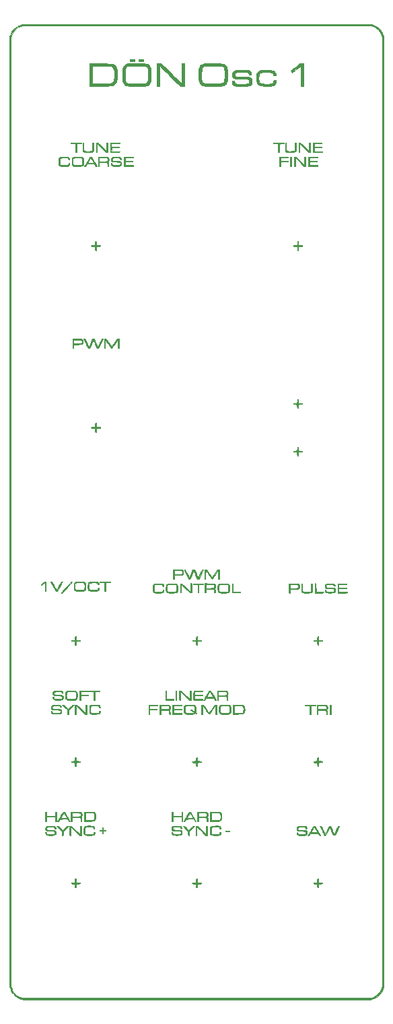
<source format=gbr>
G04 #@! TF.GenerationSoftware,KiCad,Pcbnew,5.1.5-52549c5~84~ubuntu19.04.1*
G04 #@! TF.CreationDate,2020-04-14T21:10:59+02:00*
G04 #@! TF.ProjectId,osc1-frontplate,6f736331-2d66-4726-9f6e-74706c617465,rev?*
G04 #@! TF.SameCoordinates,Original*
G04 #@! TF.FileFunction,Legend,Top*
G04 #@! TF.FilePolarity,Positive*
%FSLAX46Y46*%
G04 Gerber Fmt 4.6, Leading zero omitted, Abs format (unit mm)*
G04 Created by KiCad (PCBNEW 5.1.5-52549c5~84~ubuntu19.04.1) date 2020-04-14 21:10:59*
%MOMM*%
%LPD*%
G04 APERTURE LIST*
%ADD10C,0.010000*%
G04 APERTURE END LIST*
D10*
G36*
X172293720Y-52967998D02*
G01*
X172593179Y-53070520D01*
X172869501Y-53213495D01*
X173118187Y-53393340D01*
X173334736Y-53606474D01*
X173514649Y-53849314D01*
X173605380Y-54012320D01*
X173660132Y-54131195D01*
X173711328Y-54255643D01*
X173750646Y-54364960D01*
X173761184Y-54399820D01*
X173762763Y-54406644D01*
X173764305Y-54415983D01*
X173765810Y-54428425D01*
X173767278Y-54444564D01*
X173768711Y-54464988D01*
X173770108Y-54490291D01*
X173771470Y-54521062D01*
X173772797Y-54557893D01*
X173774090Y-54601374D01*
X173775349Y-54652097D01*
X173776575Y-54710653D01*
X173777769Y-54777633D01*
X173778930Y-54853628D01*
X173780058Y-54939228D01*
X173781156Y-55035026D01*
X173782222Y-55141611D01*
X173783258Y-55259576D01*
X173784264Y-55389510D01*
X173785239Y-55532006D01*
X173786186Y-55687654D01*
X173787104Y-55857045D01*
X173787993Y-56040770D01*
X173788855Y-56239420D01*
X173789688Y-56453587D01*
X173790495Y-56683861D01*
X173791275Y-56930833D01*
X173792030Y-57195095D01*
X173792758Y-57477237D01*
X173793461Y-57777851D01*
X173794139Y-58097527D01*
X173794793Y-58436857D01*
X173795423Y-58796431D01*
X173796029Y-59176841D01*
X173796613Y-59578677D01*
X173797173Y-60002531D01*
X173797712Y-60448994D01*
X173798229Y-60918657D01*
X173798724Y-61412110D01*
X173799199Y-61929946D01*
X173799654Y-62472754D01*
X173800088Y-63041126D01*
X173800503Y-63635653D01*
X173800899Y-64256926D01*
X173801276Y-64905536D01*
X173801635Y-65582074D01*
X173801977Y-66287132D01*
X173802301Y-67021299D01*
X173802608Y-67785168D01*
X173802899Y-68579328D01*
X173803174Y-69404372D01*
X173803433Y-70260891D01*
X173803678Y-71149475D01*
X173803908Y-72070715D01*
X173804123Y-73025202D01*
X173804325Y-74013528D01*
X173804514Y-75036283D01*
X173804690Y-76094059D01*
X173804853Y-77187447D01*
X173805005Y-78317037D01*
X173805145Y-79483420D01*
X173805274Y-80687189D01*
X173805392Y-81928933D01*
X173805501Y-83209244D01*
X173805599Y-84528712D01*
X173805688Y-85887930D01*
X173805769Y-87287487D01*
X173805841Y-88727975D01*
X173805905Y-90209985D01*
X173805962Y-91734108D01*
X173806011Y-93300935D01*
X173806054Y-94911057D01*
X173806091Y-96565065D01*
X173806122Y-98263551D01*
X173806148Y-100007104D01*
X173806169Y-101796317D01*
X173806186Y-103631780D01*
X173806199Y-105514084D01*
X173806208Y-107443820D01*
X173806214Y-109421580D01*
X173806218Y-111447954D01*
X173806219Y-113523534D01*
X173806220Y-114249820D01*
X173806219Y-116342481D01*
X173806216Y-118385734D01*
X173806211Y-120380169D01*
X173806202Y-122326377D01*
X173806191Y-124224949D01*
X173806176Y-126076477D01*
X173806156Y-127881550D01*
X173806132Y-129640761D01*
X173806103Y-131354700D01*
X173806068Y-133023959D01*
X173806027Y-134649128D01*
X173805980Y-136230798D01*
X173805925Y-137769561D01*
X173805864Y-139266007D01*
X173805795Y-140720728D01*
X173805717Y-142134314D01*
X173805631Y-143507357D01*
X173805536Y-144840447D01*
X173805431Y-146134177D01*
X173805316Y-147389135D01*
X173805191Y-148605915D01*
X173805054Y-149785107D01*
X173804907Y-150927301D01*
X173804748Y-152033089D01*
X173804576Y-153103062D01*
X173804392Y-154137811D01*
X173804194Y-155137927D01*
X173803984Y-156104001D01*
X173803759Y-157036624D01*
X173803519Y-157936387D01*
X173803265Y-158803882D01*
X173802995Y-159639698D01*
X173802710Y-160444428D01*
X173802408Y-161218662D01*
X173802090Y-161962991D01*
X173801755Y-162678006D01*
X173801402Y-163364299D01*
X173801031Y-164022461D01*
X173800641Y-164653081D01*
X173800233Y-165256752D01*
X173799805Y-165834065D01*
X173799358Y-166385610D01*
X173798890Y-166911979D01*
X173798402Y-167413762D01*
X173797892Y-167891551D01*
X173797361Y-168345937D01*
X173796808Y-168777511D01*
X173796233Y-169186863D01*
X173795634Y-169574585D01*
X173795013Y-169941268D01*
X173794367Y-170287502D01*
X173793697Y-170613880D01*
X173793003Y-170920992D01*
X173792283Y-171209428D01*
X173791538Y-171479781D01*
X173790767Y-171732641D01*
X173789969Y-171968599D01*
X173789145Y-172188245D01*
X173788293Y-172392173D01*
X173787413Y-172580971D01*
X173786505Y-172755232D01*
X173785569Y-172915546D01*
X173784603Y-173062504D01*
X173783608Y-173196697D01*
X173782582Y-173318717D01*
X173781527Y-173429155D01*
X173780440Y-173528601D01*
X173779322Y-173617646D01*
X173778172Y-173696882D01*
X173776990Y-173766900D01*
X173775775Y-173828290D01*
X173774527Y-173881644D01*
X173773246Y-173927553D01*
X173771931Y-173966607D01*
X173770581Y-173999398D01*
X173769196Y-174026517D01*
X173767776Y-174048555D01*
X173766320Y-174066103D01*
X173764827Y-174079752D01*
X173763298Y-174090092D01*
X173761732Y-174097716D01*
X173761184Y-174099820D01*
X173728950Y-174197285D01*
X173681507Y-174318164D01*
X173627179Y-174441754D01*
X173605380Y-174487320D01*
X173450264Y-174746702D01*
X173255442Y-174978755D01*
X173025086Y-175180127D01*
X172763365Y-175347466D01*
X172474451Y-175477420D01*
X172306220Y-175531534D01*
X172106220Y-175587320D01*
X150406220Y-175590158D01*
X149364791Y-175590273D01*
X148335211Y-175590345D01*
X147318629Y-175590374D01*
X146316194Y-175590361D01*
X145329056Y-175590308D01*
X144358363Y-175590214D01*
X143405264Y-175590081D01*
X142470910Y-175589910D01*
X141556449Y-175589701D01*
X140663030Y-175589456D01*
X139791802Y-175589174D01*
X138943915Y-175588858D01*
X138120518Y-175588507D01*
X137322759Y-175588122D01*
X136551789Y-175587705D01*
X135808756Y-175587256D01*
X135094809Y-175586776D01*
X134411099Y-175586266D01*
X133758773Y-175585726D01*
X133138981Y-175585158D01*
X132552872Y-175584562D01*
X132001595Y-175583940D01*
X131486300Y-175583291D01*
X131008136Y-175582617D01*
X130568252Y-175581918D01*
X130167796Y-175581196D01*
X129807919Y-175580451D01*
X129489770Y-175579684D01*
X129214497Y-175578896D01*
X128983250Y-175578088D01*
X128797177Y-175577260D01*
X128657429Y-175576414D01*
X128565155Y-175575549D01*
X128521502Y-175574668D01*
X128518720Y-175574491D01*
X128207625Y-175519758D01*
X127915641Y-175420752D01*
X127646414Y-175280679D01*
X127403589Y-175102747D01*
X127190813Y-174890160D01*
X127011731Y-174646126D01*
X126869989Y-174373852D01*
X126769233Y-174076543D01*
X126756690Y-174024820D01*
X126755373Y-174015207D01*
X126754087Y-173997616D01*
X126752832Y-173971472D01*
X126751606Y-173936200D01*
X126750411Y-173891226D01*
X126749245Y-173835976D01*
X126748108Y-173769873D01*
X126747000Y-173692345D01*
X126745920Y-173602815D01*
X126744869Y-173500710D01*
X126743845Y-173385454D01*
X126742848Y-173256473D01*
X126741878Y-173113193D01*
X126740935Y-172955038D01*
X126740018Y-172781435D01*
X126739127Y-172591808D01*
X126738261Y-172385582D01*
X126737421Y-172162183D01*
X126736605Y-171921037D01*
X126735814Y-171661568D01*
X126735047Y-171383202D01*
X126734303Y-171085365D01*
X126733583Y-170767481D01*
X126732886Y-170428976D01*
X126732212Y-170069275D01*
X126731560Y-169687804D01*
X126730929Y-169283988D01*
X126730321Y-168857252D01*
X126729733Y-168407022D01*
X126729167Y-167932722D01*
X126728621Y-167433779D01*
X126728095Y-166909618D01*
X126727589Y-166359663D01*
X126727102Y-165783340D01*
X126726635Y-165180075D01*
X126726186Y-164549293D01*
X126725755Y-163890419D01*
X126725343Y-163202879D01*
X126724948Y-162486097D01*
X126724570Y-161739499D01*
X126724210Y-160962512D01*
X126723866Y-160154558D01*
X126723538Y-159315065D01*
X126723226Y-158443458D01*
X126722929Y-157539161D01*
X126722648Y-156601601D01*
X126722381Y-155630202D01*
X126722129Y-154624389D01*
X126721891Y-153583589D01*
X126721666Y-152507226D01*
X126721455Y-151394727D01*
X126721257Y-150245515D01*
X126721168Y-149672382D01*
X126896961Y-149672382D01*
X126896965Y-150812626D01*
X126896985Y-151916508D01*
X126897021Y-152984621D01*
X126897072Y-154017558D01*
X126897141Y-155015912D01*
X126897226Y-155980276D01*
X126897329Y-156911243D01*
X126897450Y-157809406D01*
X126897589Y-158675358D01*
X126897747Y-159509692D01*
X126897924Y-160313001D01*
X126898121Y-161085878D01*
X126898338Y-161828915D01*
X126898575Y-162542706D01*
X126898834Y-163227844D01*
X126899114Y-163884921D01*
X126899415Y-164514532D01*
X126899739Y-165117267D01*
X126900086Y-165693722D01*
X126900455Y-166244487D01*
X126900849Y-166770158D01*
X126901266Y-167271325D01*
X126901708Y-167748584D01*
X126902174Y-168202525D01*
X126902666Y-168633743D01*
X126903184Y-169042830D01*
X126903728Y-169430380D01*
X126904298Y-169796984D01*
X126904895Y-170143237D01*
X126905520Y-170469731D01*
X126906173Y-170777059D01*
X126906854Y-171065815D01*
X126907564Y-171336590D01*
X126908303Y-171589978D01*
X126909072Y-171826573D01*
X126909871Y-172046966D01*
X126910700Y-172251751D01*
X126911560Y-172441521D01*
X126912452Y-172616869D01*
X126913375Y-172778388D01*
X126914331Y-172926670D01*
X126915319Y-173062310D01*
X126916340Y-173185898D01*
X126917395Y-173298030D01*
X126918484Y-173399297D01*
X126919608Y-173490293D01*
X126920766Y-173571610D01*
X126921959Y-173643842D01*
X126923188Y-173707581D01*
X126924454Y-173763421D01*
X126925755Y-173811954D01*
X126927094Y-173853774D01*
X126928471Y-173889473D01*
X126929885Y-173919644D01*
X126931337Y-173944880D01*
X126932829Y-173965775D01*
X126934359Y-173982921D01*
X126935929Y-173996911D01*
X126937539Y-174008338D01*
X126939190Y-174017795D01*
X126940881Y-174025876D01*
X126942614Y-174033172D01*
X126943649Y-174037320D01*
X127039242Y-174319334D01*
X127176687Y-174577499D01*
X127352114Y-174807912D01*
X127561656Y-175006670D01*
X127801442Y-175169871D01*
X128067604Y-175293612D01*
X128243720Y-175348686D01*
X128255048Y-175351468D01*
X128267705Y-175354141D01*
X128282676Y-175356707D01*
X128300946Y-175359170D01*
X128323500Y-175361530D01*
X128351324Y-175363791D01*
X128385402Y-175365955D01*
X128426719Y-175368023D01*
X128476262Y-175369998D01*
X128535014Y-175371883D01*
X128603962Y-175373679D01*
X128684091Y-175375388D01*
X128776386Y-175377014D01*
X128881831Y-175378558D01*
X129001413Y-175380022D01*
X129136116Y-175381409D01*
X129286925Y-175382720D01*
X129454826Y-175383959D01*
X129640805Y-175385127D01*
X129845845Y-175386226D01*
X130070933Y-175387260D01*
X130317054Y-175388229D01*
X130585193Y-175389136D01*
X130876334Y-175389984D01*
X131191464Y-175390774D01*
X131531567Y-175391510D01*
X131897629Y-175392192D01*
X132290635Y-175392824D01*
X132711570Y-175393407D01*
X133161419Y-175393944D01*
X133641167Y-175394438D01*
X134151800Y-175394889D01*
X134694304Y-175395301D01*
X135269662Y-175395675D01*
X135878860Y-175396015D01*
X136522884Y-175396321D01*
X137202719Y-175396597D01*
X137919350Y-175396845D01*
X138673762Y-175397066D01*
X139466940Y-175397264D01*
X140299870Y-175397439D01*
X141173536Y-175397596D01*
X142088924Y-175397734D01*
X143047020Y-175397858D01*
X144048808Y-175397969D01*
X145095273Y-175398070D01*
X146187402Y-175398162D01*
X147326178Y-175398248D01*
X148512587Y-175398330D01*
X149747615Y-175398411D01*
X150258470Y-175398443D01*
X151513209Y-175398521D01*
X152718933Y-175398593D01*
X153876628Y-175398657D01*
X154987280Y-175398709D01*
X156051875Y-175398750D01*
X157071397Y-175398775D01*
X158046832Y-175398783D01*
X158979167Y-175398772D01*
X159869386Y-175398740D01*
X160718476Y-175398684D01*
X161527421Y-175398602D01*
X162297207Y-175398493D01*
X163028821Y-175398354D01*
X163723247Y-175398183D01*
X164381471Y-175397978D01*
X165004478Y-175397737D01*
X165593255Y-175397457D01*
X166148786Y-175397136D01*
X166672058Y-175396773D01*
X167164056Y-175396365D01*
X167625766Y-175395910D01*
X168058172Y-175395406D01*
X168462261Y-175394850D01*
X168839019Y-175394242D01*
X169189430Y-175393577D01*
X169514481Y-175392855D01*
X169815156Y-175392073D01*
X170092442Y-175391229D01*
X170347324Y-175390321D01*
X170580788Y-175389346D01*
X170793819Y-175388303D01*
X170987403Y-175387190D01*
X171162526Y-175386004D01*
X171320172Y-175384743D01*
X171461328Y-175383405D01*
X171586980Y-175381988D01*
X171698111Y-175380489D01*
X171795710Y-175378907D01*
X171880760Y-175377240D01*
X171954247Y-175375485D01*
X172017158Y-175373640D01*
X172070477Y-175371704D01*
X172115190Y-175369673D01*
X172152283Y-175367546D01*
X172182741Y-175365320D01*
X172207551Y-175362994D01*
X172227696Y-175360565D01*
X172244164Y-175358032D01*
X172257940Y-175355391D01*
X172270008Y-175352642D01*
X172278138Y-175350608D01*
X172559814Y-175253583D01*
X172817202Y-175114351D01*
X173047033Y-174936071D01*
X173246041Y-174721902D01*
X173410960Y-174475003D01*
X173538521Y-174198533D01*
X173572619Y-174098938D01*
X173631220Y-173912320D01*
X173631220Y-54587320D01*
X173572619Y-54400701D01*
X173459176Y-54113050D01*
X173308770Y-53857763D01*
X173118838Y-53630914D01*
X172993470Y-53514164D01*
X172852219Y-53410637D01*
X172680020Y-53310780D01*
X172495603Y-53223913D01*
X172317698Y-53159356D01*
X172239027Y-53138789D01*
X172225737Y-53136473D01*
X172206736Y-53134250D01*
X172181055Y-53132117D01*
X172147722Y-53130073D01*
X172105766Y-53128117D01*
X172054216Y-53126247D01*
X171992102Y-53124461D01*
X171918453Y-53122759D01*
X171832298Y-53121138D01*
X171732665Y-53119598D01*
X171618584Y-53118137D01*
X171489085Y-53116753D01*
X171343195Y-53115444D01*
X171179945Y-53114211D01*
X170998364Y-53113050D01*
X170797480Y-53111960D01*
X170576323Y-53110941D01*
X170333922Y-53109990D01*
X170069305Y-53109107D01*
X169781503Y-53108289D01*
X169469544Y-53107535D01*
X169132457Y-53106843D01*
X168769272Y-53106213D01*
X168379017Y-53105643D01*
X167960722Y-53105131D01*
X167513416Y-53104676D01*
X167036127Y-53104276D01*
X166527886Y-53103930D01*
X165987721Y-53103636D01*
X165414661Y-53103394D01*
X164807736Y-53103200D01*
X164165974Y-53103055D01*
X163488404Y-53102957D01*
X162774057Y-53102903D01*
X162021960Y-53102893D01*
X161231143Y-53102926D01*
X160400636Y-53102998D01*
X159529467Y-53103111D01*
X158616665Y-53103260D01*
X157661259Y-53103447D01*
X156662279Y-53103668D01*
X155618754Y-53103922D01*
X154529713Y-53104208D01*
X153394184Y-53104525D01*
X152211198Y-53104870D01*
X150979783Y-53105243D01*
X150193720Y-53105487D01*
X128331220Y-53112320D01*
X128136768Y-53178637D01*
X127858001Y-53299396D01*
X127606242Y-53460700D01*
X127385172Y-53658868D01*
X127198470Y-53890219D01*
X127049817Y-54151075D01*
X126972537Y-54342868D01*
X126906220Y-54537320D01*
X126899860Y-114187320D01*
X126899637Y-116277543D01*
X126899420Y-118318360D01*
X126899209Y-120310363D01*
X126899005Y-122254144D01*
X126898808Y-124150298D01*
X126898618Y-125999416D01*
X126898437Y-127802092D01*
X126898263Y-129558919D01*
X126898099Y-131270489D01*
X126897944Y-132937396D01*
X126897798Y-134560233D01*
X126897663Y-136139593D01*
X126897538Y-137676068D01*
X126897424Y-139170251D01*
X126897322Y-140622736D01*
X126897231Y-142034116D01*
X126897153Y-143404983D01*
X126897087Y-144735930D01*
X126897035Y-146027550D01*
X126896996Y-147280437D01*
X126896971Y-148495184D01*
X126896961Y-149672382D01*
X126721168Y-149672382D01*
X126721071Y-149059016D01*
X126720898Y-147834657D01*
X126720737Y-146571861D01*
X126720587Y-145270055D01*
X126720448Y-143928663D01*
X126720321Y-142547112D01*
X126720203Y-141124826D01*
X126720096Y-139661231D01*
X126719999Y-138155751D01*
X126719911Y-136607813D01*
X126719832Y-135016842D01*
X126719762Y-133382263D01*
X126719700Y-131703501D01*
X126719646Y-129979982D01*
X126719600Y-128211131D01*
X126719561Y-126396373D01*
X126719528Y-124535134D01*
X126719503Y-122626839D01*
X126719483Y-120670913D01*
X126719470Y-118666782D01*
X126719462Y-116613871D01*
X126719459Y-114511605D01*
X126719459Y-114249820D01*
X126719461Y-112141449D01*
X126719468Y-110082503D01*
X126719481Y-108072408D01*
X126719500Y-106110589D01*
X126719525Y-104196472D01*
X126719556Y-102329481D01*
X126719594Y-100509042D01*
X126719640Y-98734580D01*
X126719693Y-97005521D01*
X126719754Y-95321290D01*
X126719823Y-93681312D01*
X126719901Y-92085013D01*
X126719988Y-90531817D01*
X126720084Y-89021151D01*
X126720190Y-87552440D01*
X126720306Y-86125108D01*
X126720432Y-84738582D01*
X126720569Y-83392286D01*
X126720718Y-82085646D01*
X126720878Y-80818087D01*
X126721049Y-79589035D01*
X126721233Y-78397915D01*
X126721430Y-77244151D01*
X126721639Y-76127171D01*
X126721862Y-75046398D01*
X126722099Y-74001259D01*
X126722349Y-72991177D01*
X126722614Y-72015580D01*
X126722894Y-71073892D01*
X126723188Y-70165539D01*
X126723498Y-69289945D01*
X126723824Y-68446536D01*
X126724167Y-67634738D01*
X126724525Y-66853976D01*
X126724901Y-66103675D01*
X126725293Y-65383260D01*
X126725704Y-64692157D01*
X126726132Y-64029791D01*
X126726579Y-63395587D01*
X126727044Y-62788972D01*
X126727528Y-62209369D01*
X126728032Y-61656205D01*
X126728555Y-61128904D01*
X126729099Y-60626893D01*
X126729663Y-60149596D01*
X126730247Y-59696439D01*
X126730853Y-59266847D01*
X126731481Y-58860245D01*
X126732130Y-58476058D01*
X126732802Y-58113713D01*
X126733496Y-57772635D01*
X126734213Y-57452248D01*
X126734954Y-57151977D01*
X126735718Y-56871250D01*
X126736506Y-56609490D01*
X126737319Y-56366123D01*
X126738156Y-56140574D01*
X126739019Y-55932269D01*
X126739907Y-55740633D01*
X126740821Y-55565091D01*
X126741761Y-55405069D01*
X126742727Y-55259991D01*
X126743721Y-55129284D01*
X126744741Y-55012373D01*
X126745790Y-54908683D01*
X126746866Y-54817639D01*
X126747971Y-54738666D01*
X126749104Y-54671190D01*
X126750266Y-54614637D01*
X126751458Y-54568431D01*
X126752679Y-54531998D01*
X126753931Y-54504764D01*
X126755213Y-54486152D01*
X126756526Y-54475590D01*
X126756690Y-54474820D01*
X126850715Y-54171558D01*
X126986558Y-53893568D01*
X127161351Y-53643693D01*
X127372224Y-53424775D01*
X127616308Y-53239657D01*
X127890734Y-53091182D01*
X128192632Y-52982194D01*
X128287720Y-52957719D01*
X128300046Y-52955105D01*
X128314957Y-52952594D01*
X128333438Y-52950182D01*
X128356474Y-52947869D01*
X128385048Y-52945652D01*
X128420147Y-52943528D01*
X128462752Y-52941497D01*
X128513850Y-52939555D01*
X128574425Y-52937702D01*
X128645460Y-52935934D01*
X128727940Y-52934250D01*
X128822850Y-52932648D01*
X128931174Y-52931126D01*
X129053897Y-52929682D01*
X129192002Y-52928313D01*
X129346474Y-52927018D01*
X129518298Y-52925795D01*
X129708458Y-52924641D01*
X129917938Y-52923555D01*
X130147723Y-52922534D01*
X130398797Y-52921577D01*
X130672144Y-52920681D01*
X130968749Y-52919845D01*
X131289596Y-52919066D01*
X131635670Y-52918343D01*
X132007955Y-52917673D01*
X132407435Y-52917055D01*
X132835094Y-52916485D01*
X133291918Y-52915963D01*
X133778891Y-52915486D01*
X134296996Y-52915053D01*
X134847218Y-52914660D01*
X135430542Y-52914307D01*
X136047952Y-52913991D01*
X136700433Y-52913710D01*
X137388968Y-52913462D01*
X138114542Y-52913245D01*
X138878140Y-52913057D01*
X139680746Y-52912895D01*
X140523344Y-52912759D01*
X141406919Y-52912646D01*
X142332454Y-52912554D01*
X143300935Y-52912480D01*
X144313346Y-52912423D01*
X145370672Y-52912381D01*
X146473895Y-52912352D01*
X147624002Y-52912333D01*
X148821976Y-52912323D01*
X150068802Y-52912320D01*
X172081220Y-52912320D01*
X172293720Y-52967998D01*
G37*
X172293720Y-52967998D02*
X172593179Y-53070520D01*
X172869501Y-53213495D01*
X173118187Y-53393340D01*
X173334736Y-53606474D01*
X173514649Y-53849314D01*
X173605380Y-54012320D01*
X173660132Y-54131195D01*
X173711328Y-54255643D01*
X173750646Y-54364960D01*
X173761184Y-54399820D01*
X173762763Y-54406644D01*
X173764305Y-54415983D01*
X173765810Y-54428425D01*
X173767278Y-54444564D01*
X173768711Y-54464988D01*
X173770108Y-54490291D01*
X173771470Y-54521062D01*
X173772797Y-54557893D01*
X173774090Y-54601374D01*
X173775349Y-54652097D01*
X173776575Y-54710653D01*
X173777769Y-54777633D01*
X173778930Y-54853628D01*
X173780058Y-54939228D01*
X173781156Y-55035026D01*
X173782222Y-55141611D01*
X173783258Y-55259576D01*
X173784264Y-55389510D01*
X173785239Y-55532006D01*
X173786186Y-55687654D01*
X173787104Y-55857045D01*
X173787993Y-56040770D01*
X173788855Y-56239420D01*
X173789688Y-56453587D01*
X173790495Y-56683861D01*
X173791275Y-56930833D01*
X173792030Y-57195095D01*
X173792758Y-57477237D01*
X173793461Y-57777851D01*
X173794139Y-58097527D01*
X173794793Y-58436857D01*
X173795423Y-58796431D01*
X173796029Y-59176841D01*
X173796613Y-59578677D01*
X173797173Y-60002531D01*
X173797712Y-60448994D01*
X173798229Y-60918657D01*
X173798724Y-61412110D01*
X173799199Y-61929946D01*
X173799654Y-62472754D01*
X173800088Y-63041126D01*
X173800503Y-63635653D01*
X173800899Y-64256926D01*
X173801276Y-64905536D01*
X173801635Y-65582074D01*
X173801977Y-66287132D01*
X173802301Y-67021299D01*
X173802608Y-67785168D01*
X173802899Y-68579328D01*
X173803174Y-69404372D01*
X173803433Y-70260891D01*
X173803678Y-71149475D01*
X173803908Y-72070715D01*
X173804123Y-73025202D01*
X173804325Y-74013528D01*
X173804514Y-75036283D01*
X173804690Y-76094059D01*
X173804853Y-77187447D01*
X173805005Y-78317037D01*
X173805145Y-79483420D01*
X173805274Y-80687189D01*
X173805392Y-81928933D01*
X173805501Y-83209244D01*
X173805599Y-84528712D01*
X173805688Y-85887930D01*
X173805769Y-87287487D01*
X173805841Y-88727975D01*
X173805905Y-90209985D01*
X173805962Y-91734108D01*
X173806011Y-93300935D01*
X173806054Y-94911057D01*
X173806091Y-96565065D01*
X173806122Y-98263551D01*
X173806148Y-100007104D01*
X173806169Y-101796317D01*
X173806186Y-103631780D01*
X173806199Y-105514084D01*
X173806208Y-107443820D01*
X173806214Y-109421580D01*
X173806218Y-111447954D01*
X173806219Y-113523534D01*
X173806220Y-114249820D01*
X173806219Y-116342481D01*
X173806216Y-118385734D01*
X173806211Y-120380169D01*
X173806202Y-122326377D01*
X173806191Y-124224949D01*
X173806176Y-126076477D01*
X173806156Y-127881550D01*
X173806132Y-129640761D01*
X173806103Y-131354700D01*
X173806068Y-133023959D01*
X173806027Y-134649128D01*
X173805980Y-136230798D01*
X173805925Y-137769561D01*
X173805864Y-139266007D01*
X173805795Y-140720728D01*
X173805717Y-142134314D01*
X173805631Y-143507357D01*
X173805536Y-144840447D01*
X173805431Y-146134177D01*
X173805316Y-147389135D01*
X173805191Y-148605915D01*
X173805054Y-149785107D01*
X173804907Y-150927301D01*
X173804748Y-152033089D01*
X173804576Y-153103062D01*
X173804392Y-154137811D01*
X173804194Y-155137927D01*
X173803984Y-156104001D01*
X173803759Y-157036624D01*
X173803519Y-157936387D01*
X173803265Y-158803882D01*
X173802995Y-159639698D01*
X173802710Y-160444428D01*
X173802408Y-161218662D01*
X173802090Y-161962991D01*
X173801755Y-162678006D01*
X173801402Y-163364299D01*
X173801031Y-164022461D01*
X173800641Y-164653081D01*
X173800233Y-165256752D01*
X173799805Y-165834065D01*
X173799358Y-166385610D01*
X173798890Y-166911979D01*
X173798402Y-167413762D01*
X173797892Y-167891551D01*
X173797361Y-168345937D01*
X173796808Y-168777511D01*
X173796233Y-169186863D01*
X173795634Y-169574585D01*
X173795013Y-169941268D01*
X173794367Y-170287502D01*
X173793697Y-170613880D01*
X173793003Y-170920992D01*
X173792283Y-171209428D01*
X173791538Y-171479781D01*
X173790767Y-171732641D01*
X173789969Y-171968599D01*
X173789145Y-172188245D01*
X173788293Y-172392173D01*
X173787413Y-172580971D01*
X173786505Y-172755232D01*
X173785569Y-172915546D01*
X173784603Y-173062504D01*
X173783608Y-173196697D01*
X173782582Y-173318717D01*
X173781527Y-173429155D01*
X173780440Y-173528601D01*
X173779322Y-173617646D01*
X173778172Y-173696882D01*
X173776990Y-173766900D01*
X173775775Y-173828290D01*
X173774527Y-173881644D01*
X173773246Y-173927553D01*
X173771931Y-173966607D01*
X173770581Y-173999398D01*
X173769196Y-174026517D01*
X173767776Y-174048555D01*
X173766320Y-174066103D01*
X173764827Y-174079752D01*
X173763298Y-174090092D01*
X173761732Y-174097716D01*
X173761184Y-174099820D01*
X173728950Y-174197285D01*
X173681507Y-174318164D01*
X173627179Y-174441754D01*
X173605380Y-174487320D01*
X173450264Y-174746702D01*
X173255442Y-174978755D01*
X173025086Y-175180127D01*
X172763365Y-175347466D01*
X172474451Y-175477420D01*
X172306220Y-175531534D01*
X172106220Y-175587320D01*
X150406220Y-175590158D01*
X149364791Y-175590273D01*
X148335211Y-175590345D01*
X147318629Y-175590374D01*
X146316194Y-175590361D01*
X145329056Y-175590308D01*
X144358363Y-175590214D01*
X143405264Y-175590081D01*
X142470910Y-175589910D01*
X141556449Y-175589701D01*
X140663030Y-175589456D01*
X139791802Y-175589174D01*
X138943915Y-175588858D01*
X138120518Y-175588507D01*
X137322759Y-175588122D01*
X136551789Y-175587705D01*
X135808756Y-175587256D01*
X135094809Y-175586776D01*
X134411099Y-175586266D01*
X133758773Y-175585726D01*
X133138981Y-175585158D01*
X132552872Y-175584562D01*
X132001595Y-175583940D01*
X131486300Y-175583291D01*
X131008136Y-175582617D01*
X130568252Y-175581918D01*
X130167796Y-175581196D01*
X129807919Y-175580451D01*
X129489770Y-175579684D01*
X129214497Y-175578896D01*
X128983250Y-175578088D01*
X128797177Y-175577260D01*
X128657429Y-175576414D01*
X128565155Y-175575549D01*
X128521502Y-175574668D01*
X128518720Y-175574491D01*
X128207625Y-175519758D01*
X127915641Y-175420752D01*
X127646414Y-175280679D01*
X127403589Y-175102747D01*
X127190813Y-174890160D01*
X127011731Y-174646126D01*
X126869989Y-174373852D01*
X126769233Y-174076543D01*
X126756690Y-174024820D01*
X126755373Y-174015207D01*
X126754087Y-173997616D01*
X126752832Y-173971472D01*
X126751606Y-173936200D01*
X126750411Y-173891226D01*
X126749245Y-173835976D01*
X126748108Y-173769873D01*
X126747000Y-173692345D01*
X126745920Y-173602815D01*
X126744869Y-173500710D01*
X126743845Y-173385454D01*
X126742848Y-173256473D01*
X126741878Y-173113193D01*
X126740935Y-172955038D01*
X126740018Y-172781435D01*
X126739127Y-172591808D01*
X126738261Y-172385582D01*
X126737421Y-172162183D01*
X126736605Y-171921037D01*
X126735814Y-171661568D01*
X126735047Y-171383202D01*
X126734303Y-171085365D01*
X126733583Y-170767481D01*
X126732886Y-170428976D01*
X126732212Y-170069275D01*
X126731560Y-169687804D01*
X126730929Y-169283988D01*
X126730321Y-168857252D01*
X126729733Y-168407022D01*
X126729167Y-167932722D01*
X126728621Y-167433779D01*
X126728095Y-166909618D01*
X126727589Y-166359663D01*
X126727102Y-165783340D01*
X126726635Y-165180075D01*
X126726186Y-164549293D01*
X126725755Y-163890419D01*
X126725343Y-163202879D01*
X126724948Y-162486097D01*
X126724570Y-161739499D01*
X126724210Y-160962512D01*
X126723866Y-160154558D01*
X126723538Y-159315065D01*
X126723226Y-158443458D01*
X126722929Y-157539161D01*
X126722648Y-156601601D01*
X126722381Y-155630202D01*
X126722129Y-154624389D01*
X126721891Y-153583589D01*
X126721666Y-152507226D01*
X126721455Y-151394727D01*
X126721257Y-150245515D01*
X126721168Y-149672382D01*
X126896961Y-149672382D01*
X126896965Y-150812626D01*
X126896985Y-151916508D01*
X126897021Y-152984621D01*
X126897072Y-154017558D01*
X126897141Y-155015912D01*
X126897226Y-155980276D01*
X126897329Y-156911243D01*
X126897450Y-157809406D01*
X126897589Y-158675358D01*
X126897747Y-159509692D01*
X126897924Y-160313001D01*
X126898121Y-161085878D01*
X126898338Y-161828915D01*
X126898575Y-162542706D01*
X126898834Y-163227844D01*
X126899114Y-163884921D01*
X126899415Y-164514532D01*
X126899739Y-165117267D01*
X126900086Y-165693722D01*
X126900455Y-166244487D01*
X126900849Y-166770158D01*
X126901266Y-167271325D01*
X126901708Y-167748584D01*
X126902174Y-168202525D01*
X126902666Y-168633743D01*
X126903184Y-169042830D01*
X126903728Y-169430380D01*
X126904298Y-169796984D01*
X126904895Y-170143237D01*
X126905520Y-170469731D01*
X126906173Y-170777059D01*
X126906854Y-171065815D01*
X126907564Y-171336590D01*
X126908303Y-171589978D01*
X126909072Y-171826573D01*
X126909871Y-172046966D01*
X126910700Y-172251751D01*
X126911560Y-172441521D01*
X126912452Y-172616869D01*
X126913375Y-172778388D01*
X126914331Y-172926670D01*
X126915319Y-173062310D01*
X126916340Y-173185898D01*
X126917395Y-173298030D01*
X126918484Y-173399297D01*
X126919608Y-173490293D01*
X126920766Y-173571610D01*
X126921959Y-173643842D01*
X126923188Y-173707581D01*
X126924454Y-173763421D01*
X126925755Y-173811954D01*
X126927094Y-173853774D01*
X126928471Y-173889473D01*
X126929885Y-173919644D01*
X126931337Y-173944880D01*
X126932829Y-173965775D01*
X126934359Y-173982921D01*
X126935929Y-173996911D01*
X126937539Y-174008338D01*
X126939190Y-174017795D01*
X126940881Y-174025876D01*
X126942614Y-174033172D01*
X126943649Y-174037320D01*
X127039242Y-174319334D01*
X127176687Y-174577499D01*
X127352114Y-174807912D01*
X127561656Y-175006670D01*
X127801442Y-175169871D01*
X128067604Y-175293612D01*
X128243720Y-175348686D01*
X128255048Y-175351468D01*
X128267705Y-175354141D01*
X128282676Y-175356707D01*
X128300946Y-175359170D01*
X128323500Y-175361530D01*
X128351324Y-175363791D01*
X128385402Y-175365955D01*
X128426719Y-175368023D01*
X128476262Y-175369998D01*
X128535014Y-175371883D01*
X128603962Y-175373679D01*
X128684091Y-175375388D01*
X128776386Y-175377014D01*
X128881831Y-175378558D01*
X129001413Y-175380022D01*
X129136116Y-175381409D01*
X129286925Y-175382720D01*
X129454826Y-175383959D01*
X129640805Y-175385127D01*
X129845845Y-175386226D01*
X130070933Y-175387260D01*
X130317054Y-175388229D01*
X130585193Y-175389136D01*
X130876334Y-175389984D01*
X131191464Y-175390774D01*
X131531567Y-175391510D01*
X131897629Y-175392192D01*
X132290635Y-175392824D01*
X132711570Y-175393407D01*
X133161419Y-175393944D01*
X133641167Y-175394438D01*
X134151800Y-175394889D01*
X134694304Y-175395301D01*
X135269662Y-175395675D01*
X135878860Y-175396015D01*
X136522884Y-175396321D01*
X137202719Y-175396597D01*
X137919350Y-175396845D01*
X138673762Y-175397066D01*
X139466940Y-175397264D01*
X140299870Y-175397439D01*
X141173536Y-175397596D01*
X142088924Y-175397734D01*
X143047020Y-175397858D01*
X144048808Y-175397969D01*
X145095273Y-175398070D01*
X146187402Y-175398162D01*
X147326178Y-175398248D01*
X148512587Y-175398330D01*
X149747615Y-175398411D01*
X150258470Y-175398443D01*
X151513209Y-175398521D01*
X152718933Y-175398593D01*
X153876628Y-175398657D01*
X154987280Y-175398709D01*
X156051875Y-175398750D01*
X157071397Y-175398775D01*
X158046832Y-175398783D01*
X158979167Y-175398772D01*
X159869386Y-175398740D01*
X160718476Y-175398684D01*
X161527421Y-175398602D01*
X162297207Y-175398493D01*
X163028821Y-175398354D01*
X163723247Y-175398183D01*
X164381471Y-175397978D01*
X165004478Y-175397737D01*
X165593255Y-175397457D01*
X166148786Y-175397136D01*
X166672058Y-175396773D01*
X167164056Y-175396365D01*
X167625766Y-175395910D01*
X168058172Y-175395406D01*
X168462261Y-175394850D01*
X168839019Y-175394242D01*
X169189430Y-175393577D01*
X169514481Y-175392855D01*
X169815156Y-175392073D01*
X170092442Y-175391229D01*
X170347324Y-175390321D01*
X170580788Y-175389346D01*
X170793819Y-175388303D01*
X170987403Y-175387190D01*
X171162526Y-175386004D01*
X171320172Y-175384743D01*
X171461328Y-175383405D01*
X171586980Y-175381988D01*
X171698111Y-175380489D01*
X171795710Y-175378907D01*
X171880760Y-175377240D01*
X171954247Y-175375485D01*
X172017158Y-175373640D01*
X172070477Y-175371704D01*
X172115190Y-175369673D01*
X172152283Y-175367546D01*
X172182741Y-175365320D01*
X172207551Y-175362994D01*
X172227696Y-175360565D01*
X172244164Y-175358032D01*
X172257940Y-175355391D01*
X172270008Y-175352642D01*
X172278138Y-175350608D01*
X172559814Y-175253583D01*
X172817202Y-175114351D01*
X173047033Y-174936071D01*
X173246041Y-174721902D01*
X173410960Y-174475003D01*
X173538521Y-174198533D01*
X173572619Y-174098938D01*
X173631220Y-173912320D01*
X173631220Y-54587320D01*
X173572619Y-54400701D01*
X173459176Y-54113050D01*
X173308770Y-53857763D01*
X173118838Y-53630914D01*
X172993470Y-53514164D01*
X172852219Y-53410637D01*
X172680020Y-53310780D01*
X172495603Y-53223913D01*
X172317698Y-53159356D01*
X172239027Y-53138789D01*
X172225737Y-53136473D01*
X172206736Y-53134250D01*
X172181055Y-53132117D01*
X172147722Y-53130073D01*
X172105766Y-53128117D01*
X172054216Y-53126247D01*
X171992102Y-53124461D01*
X171918453Y-53122759D01*
X171832298Y-53121138D01*
X171732665Y-53119598D01*
X171618584Y-53118137D01*
X171489085Y-53116753D01*
X171343195Y-53115444D01*
X171179945Y-53114211D01*
X170998364Y-53113050D01*
X170797480Y-53111960D01*
X170576323Y-53110941D01*
X170333922Y-53109990D01*
X170069305Y-53109107D01*
X169781503Y-53108289D01*
X169469544Y-53107535D01*
X169132457Y-53106843D01*
X168769272Y-53106213D01*
X168379017Y-53105643D01*
X167960722Y-53105131D01*
X167513416Y-53104676D01*
X167036127Y-53104276D01*
X166527886Y-53103930D01*
X165987721Y-53103636D01*
X165414661Y-53103394D01*
X164807736Y-53103200D01*
X164165974Y-53103055D01*
X163488404Y-53102957D01*
X162774057Y-53102903D01*
X162021960Y-53102893D01*
X161231143Y-53102926D01*
X160400636Y-53102998D01*
X159529467Y-53103111D01*
X158616665Y-53103260D01*
X157661259Y-53103447D01*
X156662279Y-53103668D01*
X155618754Y-53103922D01*
X154529713Y-53104208D01*
X153394184Y-53104525D01*
X152211198Y-53104870D01*
X150979783Y-53105243D01*
X150193720Y-53105487D01*
X128331220Y-53112320D01*
X128136768Y-53178637D01*
X127858001Y-53299396D01*
X127606242Y-53460700D01*
X127385172Y-53658868D01*
X127198470Y-53890219D01*
X127049817Y-54151075D01*
X126972537Y-54342868D01*
X126906220Y-54537320D01*
X126899860Y-114187320D01*
X126899637Y-116277543D01*
X126899420Y-118318360D01*
X126899209Y-120310363D01*
X126899005Y-122254144D01*
X126898808Y-124150298D01*
X126898618Y-125999416D01*
X126898437Y-127802092D01*
X126898263Y-129558919D01*
X126898099Y-131270489D01*
X126897944Y-132937396D01*
X126897798Y-134560233D01*
X126897663Y-136139593D01*
X126897538Y-137676068D01*
X126897424Y-139170251D01*
X126897322Y-140622736D01*
X126897231Y-142034116D01*
X126897153Y-143404983D01*
X126897087Y-144735930D01*
X126897035Y-146027550D01*
X126896996Y-147280437D01*
X126896971Y-148495184D01*
X126896961Y-149672382D01*
X126721168Y-149672382D01*
X126721071Y-149059016D01*
X126720898Y-147834657D01*
X126720737Y-146571861D01*
X126720587Y-145270055D01*
X126720448Y-143928663D01*
X126720321Y-142547112D01*
X126720203Y-141124826D01*
X126720096Y-139661231D01*
X126719999Y-138155751D01*
X126719911Y-136607813D01*
X126719832Y-135016842D01*
X126719762Y-133382263D01*
X126719700Y-131703501D01*
X126719646Y-129979982D01*
X126719600Y-128211131D01*
X126719561Y-126396373D01*
X126719528Y-124535134D01*
X126719503Y-122626839D01*
X126719483Y-120670913D01*
X126719470Y-118666782D01*
X126719462Y-116613871D01*
X126719459Y-114511605D01*
X126719459Y-114249820D01*
X126719461Y-112141449D01*
X126719468Y-110082503D01*
X126719481Y-108072408D01*
X126719500Y-106110589D01*
X126719525Y-104196472D01*
X126719556Y-102329481D01*
X126719594Y-100509042D01*
X126719640Y-98734580D01*
X126719693Y-97005521D01*
X126719754Y-95321290D01*
X126719823Y-93681312D01*
X126719901Y-92085013D01*
X126719988Y-90531817D01*
X126720084Y-89021151D01*
X126720190Y-87552440D01*
X126720306Y-86125108D01*
X126720432Y-84738582D01*
X126720569Y-83392286D01*
X126720718Y-82085646D01*
X126720878Y-80818087D01*
X126721049Y-79589035D01*
X126721233Y-78397915D01*
X126721430Y-77244151D01*
X126721639Y-76127171D01*
X126721862Y-75046398D01*
X126722099Y-74001259D01*
X126722349Y-72991177D01*
X126722614Y-72015580D01*
X126722894Y-71073892D01*
X126723188Y-70165539D01*
X126723498Y-69289945D01*
X126723824Y-68446536D01*
X126724167Y-67634738D01*
X126724525Y-66853976D01*
X126724901Y-66103675D01*
X126725293Y-65383260D01*
X126725704Y-64692157D01*
X126726132Y-64029791D01*
X126726579Y-63395587D01*
X126727044Y-62788972D01*
X126727528Y-62209369D01*
X126728032Y-61656205D01*
X126728555Y-61128904D01*
X126729099Y-60626893D01*
X126729663Y-60149596D01*
X126730247Y-59696439D01*
X126730853Y-59266847D01*
X126731481Y-58860245D01*
X126732130Y-58476058D01*
X126732802Y-58113713D01*
X126733496Y-57772635D01*
X126734213Y-57452248D01*
X126734954Y-57151977D01*
X126735718Y-56871250D01*
X126736506Y-56609490D01*
X126737319Y-56366123D01*
X126738156Y-56140574D01*
X126739019Y-55932269D01*
X126739907Y-55740633D01*
X126740821Y-55565091D01*
X126741761Y-55405069D01*
X126742727Y-55259991D01*
X126743721Y-55129284D01*
X126744741Y-55012373D01*
X126745790Y-54908683D01*
X126746866Y-54817639D01*
X126747971Y-54738666D01*
X126749104Y-54671190D01*
X126750266Y-54614637D01*
X126751458Y-54568431D01*
X126752679Y-54531998D01*
X126753931Y-54504764D01*
X126755213Y-54486152D01*
X126756526Y-54475590D01*
X126756690Y-54474820D01*
X126850715Y-54171558D01*
X126986558Y-53893568D01*
X127161351Y-53643693D01*
X127372224Y-53424775D01*
X127616308Y-53239657D01*
X127890734Y-53091182D01*
X128192632Y-52982194D01*
X128287720Y-52957719D01*
X128300046Y-52955105D01*
X128314957Y-52952594D01*
X128333438Y-52950182D01*
X128356474Y-52947869D01*
X128385048Y-52945652D01*
X128420147Y-52943528D01*
X128462752Y-52941497D01*
X128513850Y-52939555D01*
X128574425Y-52937702D01*
X128645460Y-52935934D01*
X128727940Y-52934250D01*
X128822850Y-52932648D01*
X128931174Y-52931126D01*
X129053897Y-52929682D01*
X129192002Y-52928313D01*
X129346474Y-52927018D01*
X129518298Y-52925795D01*
X129708458Y-52924641D01*
X129917938Y-52923555D01*
X130147723Y-52922534D01*
X130398797Y-52921577D01*
X130672144Y-52920681D01*
X130968749Y-52919845D01*
X131289596Y-52919066D01*
X131635670Y-52918343D01*
X132007955Y-52917673D01*
X132407435Y-52917055D01*
X132835094Y-52916485D01*
X133291918Y-52915963D01*
X133778891Y-52915486D01*
X134296996Y-52915053D01*
X134847218Y-52914660D01*
X135430542Y-52914307D01*
X136047952Y-52913991D01*
X136700433Y-52913710D01*
X137388968Y-52913462D01*
X138114542Y-52913245D01*
X138878140Y-52913057D01*
X139680746Y-52912895D01*
X140523344Y-52912759D01*
X141406919Y-52912646D01*
X142332454Y-52912554D01*
X143300935Y-52912480D01*
X144313346Y-52912423D01*
X145370672Y-52912381D01*
X146473895Y-52912352D01*
X147624002Y-52912333D01*
X148821976Y-52912323D01*
X150068802Y-52912320D01*
X172081220Y-52912320D01*
X172293720Y-52967998D01*
G36*
X135057872Y-160353641D02*
G01*
X135080454Y-160362831D01*
X135095301Y-160386308D01*
X135104496Y-160433526D01*
X135110122Y-160513939D01*
X135113364Y-160605465D01*
X135120509Y-160848030D01*
X135363074Y-160855175D01*
X135475835Y-160859466D01*
X135548049Y-160865706D01*
X135589171Y-160875978D01*
X135608654Y-160892364D01*
X135614898Y-160910667D01*
X135609190Y-160961205D01*
X135566943Y-160996025D01*
X135484316Y-161016653D01*
X135357467Y-161024613D01*
X135327379Y-161024820D01*
X135120596Y-161024820D01*
X135113408Y-161256070D01*
X135109210Y-161364885D01*
X135103152Y-161433470D01*
X135092711Y-161471592D01*
X135075365Y-161489016D01*
X135051661Y-161495087D01*
X134993968Y-161481076D01*
X134970411Y-161452980D01*
X134957357Y-161404266D01*
X134947847Y-161322401D01*
X134943758Y-161224205D01*
X134943720Y-161213963D01*
X134943720Y-161024820D01*
X134748498Y-161024820D01*
X134614872Y-161018476D01*
X134526459Y-160998543D01*
X134479990Y-160963671D01*
X134472200Y-160912507D01*
X134472537Y-160910667D01*
X134482050Y-160887599D01*
X134506387Y-160872597D01*
X134555233Y-160863419D01*
X134638274Y-160857828D01*
X134712755Y-160855131D01*
X134943720Y-160847943D01*
X134943720Y-160641160D01*
X134949397Y-160505278D01*
X134967445Y-160414363D01*
X134999390Y-160364575D01*
X135046756Y-160352071D01*
X135057872Y-160353641D01*
G37*
X135057872Y-160353641D02*
X135080454Y-160362831D01*
X135095301Y-160386308D01*
X135104496Y-160433526D01*
X135110122Y-160513939D01*
X135113364Y-160605465D01*
X135120509Y-160848030D01*
X135363074Y-160855175D01*
X135475835Y-160859466D01*
X135548049Y-160865706D01*
X135589171Y-160875978D01*
X135608654Y-160892364D01*
X135614898Y-160910667D01*
X135609190Y-160961205D01*
X135566943Y-160996025D01*
X135484316Y-161016653D01*
X135357467Y-161024613D01*
X135327379Y-161024820D01*
X135120596Y-161024820D01*
X135113408Y-161256070D01*
X135109210Y-161364885D01*
X135103152Y-161433470D01*
X135092711Y-161471592D01*
X135075365Y-161489016D01*
X135051661Y-161495087D01*
X134993968Y-161481076D01*
X134970411Y-161452980D01*
X134957357Y-161404266D01*
X134947847Y-161322401D01*
X134943758Y-161224205D01*
X134943720Y-161213963D01*
X134943720Y-161024820D01*
X134748498Y-161024820D01*
X134614872Y-161018476D01*
X134526459Y-160998543D01*
X134479990Y-160963671D01*
X134472200Y-160912507D01*
X134472537Y-160910667D01*
X134482050Y-160887599D01*
X134506387Y-160872597D01*
X134555233Y-160863419D01*
X134638274Y-160857828D01*
X134712755Y-160855131D01*
X134943720Y-160847943D01*
X134943720Y-160641160D01*
X134949397Y-160505278D01*
X134967445Y-160414363D01*
X134999390Y-160364575D01*
X135046756Y-160352071D01*
X135057872Y-160353641D01*
G36*
X150325454Y-160357126D02*
G01*
X150347821Y-160384257D01*
X150361100Y-160439028D01*
X150367364Y-160529254D01*
X150368720Y-160639364D01*
X150368720Y-160849820D01*
X150604535Y-160849820D01*
X150714912Y-160850624D01*
X150785381Y-160854483D01*
X150826027Y-160863561D01*
X150846934Y-160880023D01*
X150857599Y-160904165D01*
X150860282Y-160955919D01*
X150827498Y-160991994D01*
X150755284Y-161014097D01*
X150639673Y-161023935D01*
X150577379Y-161024820D01*
X150370596Y-161024820D01*
X150363408Y-161256070D01*
X150359518Y-161364413D01*
X150354045Y-161432578D01*
X150344005Y-161470365D01*
X150326412Y-161487576D01*
X150298281Y-161494011D01*
X150290663Y-161494922D01*
X150230478Y-161486492D01*
X150209413Y-161461627D01*
X150201891Y-161417953D01*
X150196337Y-161339830D01*
X150193781Y-161242798D01*
X150193720Y-161225262D01*
X150193720Y-161029794D01*
X149967792Y-161021057D01*
X149839802Y-161012317D01*
X149756808Y-160996236D01*
X149714046Y-160970375D01*
X149706756Y-160932296D01*
X149721343Y-160894917D01*
X149740164Y-160872942D01*
X149774846Y-160859373D01*
X149835756Y-160852326D01*
X149933264Y-160849919D01*
X149969599Y-160849820D01*
X150193720Y-160849820D01*
X150193720Y-160648176D01*
X150198588Y-160512801D01*
X150214324Y-160421426D01*
X150242624Y-160368897D01*
X150285183Y-160350062D01*
X150291924Y-160349820D01*
X150325454Y-160357126D01*
G37*
X150325454Y-160357126D02*
X150347821Y-160384257D01*
X150361100Y-160439028D01*
X150367364Y-160529254D01*
X150368720Y-160639364D01*
X150368720Y-160849820D01*
X150604535Y-160849820D01*
X150714912Y-160850624D01*
X150785381Y-160854483D01*
X150826027Y-160863561D01*
X150846934Y-160880023D01*
X150857599Y-160904165D01*
X150860282Y-160955919D01*
X150827498Y-160991994D01*
X150755284Y-161014097D01*
X150639673Y-161023935D01*
X150577379Y-161024820D01*
X150370596Y-161024820D01*
X150363408Y-161256070D01*
X150359518Y-161364413D01*
X150354045Y-161432578D01*
X150344005Y-161470365D01*
X150326412Y-161487576D01*
X150298281Y-161494011D01*
X150290663Y-161494922D01*
X150230478Y-161486492D01*
X150209413Y-161461627D01*
X150201891Y-161417953D01*
X150196337Y-161339830D01*
X150193781Y-161242798D01*
X150193720Y-161225262D01*
X150193720Y-161029794D01*
X149967792Y-161021057D01*
X149839802Y-161012317D01*
X149756808Y-160996236D01*
X149714046Y-160970375D01*
X149706756Y-160932296D01*
X149721343Y-160894917D01*
X149740164Y-160872942D01*
X149774846Y-160859373D01*
X149835756Y-160852326D01*
X149933264Y-160849919D01*
X149969599Y-160849820D01*
X150193720Y-160849820D01*
X150193720Y-160648176D01*
X150198588Y-160512801D01*
X150214324Y-160421426D01*
X150242624Y-160368897D01*
X150285183Y-160350062D01*
X150291924Y-160349820D01*
X150325454Y-160357126D01*
G36*
X165564565Y-160366417D02*
G01*
X165585713Y-160390318D01*
X165599748Y-160436530D01*
X165608504Y-160514580D01*
X165613395Y-160620291D01*
X165620571Y-160847968D01*
X165848248Y-160855144D01*
X165962243Y-160860557D01*
X166036125Y-160869436D01*
X166079758Y-160883727D01*
X166103005Y-160905373D01*
X166103010Y-160905381D01*
X166117365Y-160949049D01*
X166095052Y-160981040D01*
X166032438Y-161002972D01*
X165925891Y-161016463D01*
X165843404Y-161021023D01*
X165620531Y-161029727D01*
X165613375Y-161258523D01*
X165609471Y-161366179D01*
X165603932Y-161433713D01*
X165593725Y-161470980D01*
X165575819Y-161487839D01*
X165547182Y-161494147D01*
X165540663Y-161494922D01*
X165480478Y-161486492D01*
X165459413Y-161461627D01*
X165451936Y-161418069D01*
X165446393Y-161339916D01*
X165443796Y-161242563D01*
X165443720Y-161222775D01*
X165443720Y-161024820D01*
X165262470Y-161024478D01*
X165131641Y-161021265D01*
X165042805Y-161011061D01*
X164988231Y-160992148D01*
X164960191Y-160962808D01*
X164957518Y-160956687D01*
X164951963Y-160910519D01*
X164979789Y-160878713D01*
X165045595Y-160859409D01*
X165153985Y-160850745D01*
X165221781Y-160849820D01*
X165443720Y-160849820D01*
X165443720Y-160627881D01*
X165445907Y-160512296D01*
X165453473Y-160436871D01*
X165467925Y-160391918D01*
X165483315Y-160373080D01*
X165531497Y-160353735D01*
X165564565Y-160366417D01*
G37*
X165564565Y-160366417D02*
X165585713Y-160390318D01*
X165599748Y-160436530D01*
X165608504Y-160514580D01*
X165613395Y-160620291D01*
X165620571Y-160847968D01*
X165848248Y-160855144D01*
X165962243Y-160860557D01*
X166036125Y-160869436D01*
X166079758Y-160883727D01*
X166103005Y-160905373D01*
X166103010Y-160905381D01*
X166117365Y-160949049D01*
X166095052Y-160981040D01*
X166032438Y-161002972D01*
X165925891Y-161016463D01*
X165843404Y-161021023D01*
X165620531Y-161029727D01*
X165613375Y-161258523D01*
X165609471Y-161366179D01*
X165603932Y-161433713D01*
X165593725Y-161470980D01*
X165575819Y-161487839D01*
X165547182Y-161494147D01*
X165540663Y-161494922D01*
X165480478Y-161486492D01*
X165459413Y-161461627D01*
X165451936Y-161418069D01*
X165446393Y-161339916D01*
X165443796Y-161242563D01*
X165443720Y-161222775D01*
X165443720Y-161024820D01*
X165262470Y-161024478D01*
X165131641Y-161021265D01*
X165042805Y-161011061D01*
X164988231Y-160992148D01*
X164960191Y-160962808D01*
X164957518Y-160956687D01*
X164951963Y-160910519D01*
X164979789Y-160878713D01*
X165045595Y-160859409D01*
X165153985Y-160850745D01*
X165221781Y-160849820D01*
X165443720Y-160849820D01*
X165443720Y-160627881D01*
X165445907Y-160512296D01*
X165453473Y-160436871D01*
X165467925Y-160391918D01*
X165483315Y-160373080D01*
X165531497Y-160353735D01*
X165564565Y-160366417D01*
G36*
X163593720Y-153753598D02*
G01*
X163759078Y-153759498D01*
X163882230Y-153769576D01*
X163970937Y-153786220D01*
X164032962Y-153811816D01*
X164076066Y-153848750D01*
X164108011Y-153899409D01*
X164114866Y-153913846D01*
X164143469Y-153998635D01*
X164135835Y-154050915D01*
X164091175Y-154073444D01*
X164068720Y-154074820D01*
X164014916Y-154067896D01*
X163995320Y-154039308D01*
X163993720Y-154015381D01*
X163989343Y-153971150D01*
X163971972Y-153938345D01*
X163935242Y-153915300D01*
X163872789Y-153900345D01*
X163778249Y-153891813D01*
X163645257Y-153888037D01*
X163505002Y-153887320D01*
X163351493Y-153887847D01*
X163239874Y-153889990D01*
X163162040Y-153894589D01*
X163109885Y-153902488D01*
X163075305Y-153914527D01*
X163050196Y-153931547D01*
X163046344Y-153934944D01*
X163003708Y-154003727D01*
X162993153Y-154089892D01*
X163014681Y-154172471D01*
X163046323Y-154214695D01*
X163070722Y-154232232D01*
X163104799Y-154245436D01*
X163156195Y-154255241D01*
X163232551Y-154262582D01*
X163341508Y-154268394D01*
X163490708Y-154273610D01*
X163540073Y-154275072D01*
X163727590Y-154282329D01*
X163874150Y-154291959D01*
X163976859Y-154303705D01*
X164032824Y-154317312D01*
X164036187Y-154319016D01*
X164111753Y-154381687D01*
X164154505Y-154469710D01*
X164168684Y-154592070D01*
X164168720Y-154599820D01*
X164156252Y-154723305D01*
X164115658Y-154811131D01*
X164042149Y-154871853D01*
X164007217Y-154888514D01*
X163944834Y-154904051D01*
X163844600Y-154917353D01*
X163718639Y-154927861D01*
X163579074Y-154935019D01*
X163438025Y-154938269D01*
X163307616Y-154937053D01*
X163199968Y-154930815D01*
X163168102Y-154927090D01*
X163079813Y-154910750D01*
X163004533Y-154890185D01*
X162974611Y-154877972D01*
X162912953Y-154822024D01*
X162865403Y-154738083D01*
X162843968Y-154648113D01*
X162843720Y-154638561D01*
X162851787Y-154592723D01*
X162886180Y-154576219D01*
X162917136Y-154574820D01*
X162968740Y-154581388D01*
X162991370Y-154611388D01*
X162998386Y-154655896D01*
X163011008Y-154710564D01*
X163040981Y-154750920D01*
X163094573Y-154778882D01*
X163178049Y-154796365D01*
X163297677Y-154805287D01*
X163459722Y-154807565D01*
X163493720Y-154807418D01*
X163674595Y-154803051D01*
X163810921Y-154791915D01*
X163907807Y-154773099D01*
X163970357Y-154745687D01*
X163999078Y-154717005D01*
X164016420Y-154659301D01*
X164018318Y-154581374D01*
X164006519Y-154505006D01*
X163982769Y-154451978D01*
X163977405Y-154446631D01*
X163943777Y-154432301D01*
X163877753Y-154420562D01*
X163774606Y-154410934D01*
X163629607Y-154402939D01*
X163496155Y-154397909D01*
X163294211Y-154388995D01*
X163137120Y-154375278D01*
X163019776Y-154354082D01*
X162937079Y-154322730D01*
X162883924Y-154278544D01*
X162855209Y-154218848D01*
X162845830Y-154140965D01*
X162849244Y-154058542D01*
X162865360Y-153962637D01*
X162899273Y-153887491D01*
X162955946Y-153831070D01*
X163040337Y-153791343D01*
X163157407Y-153766278D01*
X163312117Y-153753845D01*
X163509426Y-153752010D01*
X163593720Y-153753598D01*
G37*
X163593720Y-153753598D02*
X163759078Y-153759498D01*
X163882230Y-153769576D01*
X163970937Y-153786220D01*
X164032962Y-153811816D01*
X164076066Y-153848750D01*
X164108011Y-153899409D01*
X164114866Y-153913846D01*
X164143469Y-153998635D01*
X164135835Y-154050915D01*
X164091175Y-154073444D01*
X164068720Y-154074820D01*
X164014916Y-154067896D01*
X163995320Y-154039308D01*
X163993720Y-154015381D01*
X163989343Y-153971150D01*
X163971972Y-153938345D01*
X163935242Y-153915300D01*
X163872789Y-153900345D01*
X163778249Y-153891813D01*
X163645257Y-153888037D01*
X163505002Y-153887320D01*
X163351493Y-153887847D01*
X163239874Y-153889990D01*
X163162040Y-153894589D01*
X163109885Y-153902488D01*
X163075305Y-153914527D01*
X163050196Y-153931547D01*
X163046344Y-153934944D01*
X163003708Y-154003727D01*
X162993153Y-154089892D01*
X163014681Y-154172471D01*
X163046323Y-154214695D01*
X163070722Y-154232232D01*
X163104799Y-154245436D01*
X163156195Y-154255241D01*
X163232551Y-154262582D01*
X163341508Y-154268394D01*
X163490708Y-154273610D01*
X163540073Y-154275072D01*
X163727590Y-154282329D01*
X163874150Y-154291959D01*
X163976859Y-154303705D01*
X164032824Y-154317312D01*
X164036187Y-154319016D01*
X164111753Y-154381687D01*
X164154505Y-154469710D01*
X164168684Y-154592070D01*
X164168720Y-154599820D01*
X164156252Y-154723305D01*
X164115658Y-154811131D01*
X164042149Y-154871853D01*
X164007217Y-154888514D01*
X163944834Y-154904051D01*
X163844600Y-154917353D01*
X163718639Y-154927861D01*
X163579074Y-154935019D01*
X163438025Y-154938269D01*
X163307616Y-154937053D01*
X163199968Y-154930815D01*
X163168102Y-154927090D01*
X163079813Y-154910750D01*
X163004533Y-154890185D01*
X162974611Y-154877972D01*
X162912953Y-154822024D01*
X162865403Y-154738083D01*
X162843968Y-154648113D01*
X162843720Y-154638561D01*
X162851787Y-154592723D01*
X162886180Y-154576219D01*
X162917136Y-154574820D01*
X162968740Y-154581388D01*
X162991370Y-154611388D01*
X162998386Y-154655896D01*
X163011008Y-154710564D01*
X163040981Y-154750920D01*
X163094573Y-154778882D01*
X163178049Y-154796365D01*
X163297677Y-154805287D01*
X163459722Y-154807565D01*
X163493720Y-154807418D01*
X163674595Y-154803051D01*
X163810921Y-154791915D01*
X163907807Y-154773099D01*
X163970357Y-154745687D01*
X163999078Y-154717005D01*
X164016420Y-154659301D01*
X164018318Y-154581374D01*
X164006519Y-154505006D01*
X163982769Y-154451978D01*
X163977405Y-154446631D01*
X163943777Y-154432301D01*
X163877753Y-154420562D01*
X163774606Y-154410934D01*
X163629607Y-154402939D01*
X163496155Y-154397909D01*
X163294211Y-154388995D01*
X163137120Y-154375278D01*
X163019776Y-154354082D01*
X162937079Y-154322730D01*
X162883924Y-154278544D01*
X162855209Y-154218848D01*
X162845830Y-154140965D01*
X162849244Y-154058542D01*
X162865360Y-153962637D01*
X162899273Y-153887491D01*
X162955946Y-153831070D01*
X163040337Y-153791343D01*
X163157407Y-153766278D01*
X163312117Y-153753845D01*
X163509426Y-153752010D01*
X163593720Y-153753598D01*
G36*
X132091786Y-153739981D02*
G01*
X132234017Y-153748042D01*
X132339477Y-153764620D01*
X132414731Y-153792404D01*
X132466344Y-153834088D01*
X132500883Y-153892362D01*
X132524913Y-153969918D01*
X132530248Y-153993570D01*
X132538654Y-154048786D01*
X132523426Y-154070798D01*
X132473415Y-154074818D01*
X132470706Y-154074820D01*
X132416162Y-154068464D01*
X132395802Y-154041322D01*
X132393720Y-154012896D01*
X132369790Y-153946412D01*
X132325994Y-153906646D01*
X132291358Y-153888750D01*
X132245442Y-153876291D01*
X132179352Y-153868357D01*
X132084195Y-153864036D01*
X131951078Y-153862417D01*
X131893636Y-153862320D01*
X131722642Y-153864108D01*
X131595300Y-153871145D01*
X131505335Y-153885942D01*
X131446474Y-153911007D01*
X131412444Y-153948852D01*
X131396969Y-154001986D01*
X131393720Y-154062320D01*
X131396496Y-154121658D01*
X131408948Y-154166584D01*
X131437258Y-154199320D01*
X131487606Y-154222087D01*
X131566176Y-154237106D01*
X131679150Y-154246598D01*
X131832709Y-154252785D01*
X131931220Y-154255448D01*
X132115277Y-154261550D01*
X132256009Y-154270834D01*
X132360078Y-154285301D01*
X132434146Y-154306955D01*
X132484873Y-154337799D01*
X132518922Y-154379836D01*
X132542953Y-154435067D01*
X132544554Y-154439849D01*
X132564361Y-154551182D01*
X132557179Y-154665861D01*
X132525549Y-154765314D01*
X132493595Y-154812452D01*
X132429921Y-154856991D01*
X132340349Y-154891996D01*
X132314469Y-154898396D01*
X132234314Y-154909104D01*
X132118375Y-154916504D01*
X131980761Y-154920542D01*
X131835583Y-154921162D01*
X131696949Y-154918311D01*
X131578971Y-154911933D01*
X131495757Y-154901973D01*
X131493720Y-154901573D01*
X131372798Y-154863399D01*
X131294101Y-154802792D01*
X131252890Y-154714474D01*
X131243720Y-154623192D01*
X131250876Y-154570274D01*
X131280724Y-154551293D01*
X131305087Y-154549820D01*
X131349003Y-154559052D01*
X131372960Y-154595984D01*
X131382996Y-154637997D01*
X131411574Y-154712829D01*
X131452879Y-154754954D01*
X131504289Y-154769342D01*
X131593549Y-154781441D01*
X131708538Y-154790695D01*
X131837137Y-154796547D01*
X131967226Y-154798440D01*
X132086684Y-154795819D01*
X132181285Y-154788393D01*
X132298459Y-154762809D01*
X132373222Y-154717925D01*
X132410998Y-154648998D01*
X132418337Y-154581070D01*
X132412451Y-154509768D01*
X132398510Y-154457264D01*
X132395902Y-154452495D01*
X132353039Y-154423485D01*
X132264921Y-154401527D01*
X132130346Y-154386463D01*
X131948113Y-154378135D01*
X131816200Y-154376310D01*
X131628962Y-154371725D01*
X131485925Y-154358171D01*
X131381686Y-154332950D01*
X131310842Y-154293367D01*
X131267989Y-154236725D01*
X131247724Y-154160328D01*
X131244088Y-154090800D01*
X131255237Y-153967508D01*
X131291887Y-153878967D01*
X131360089Y-153813867D01*
X131406417Y-153787320D01*
X131450298Y-153768101D01*
X131498970Y-153754489D01*
X131561679Y-153745568D01*
X131647671Y-153740419D01*
X131766191Y-153738126D01*
X131906220Y-153737744D01*
X132091786Y-153739981D01*
G37*
X132091786Y-153739981D02*
X132234017Y-153748042D01*
X132339477Y-153764620D01*
X132414731Y-153792404D01*
X132466344Y-153834088D01*
X132500883Y-153892362D01*
X132524913Y-153969918D01*
X132530248Y-153993570D01*
X132538654Y-154048786D01*
X132523426Y-154070798D01*
X132473415Y-154074818D01*
X132470706Y-154074820D01*
X132416162Y-154068464D01*
X132395802Y-154041322D01*
X132393720Y-154012896D01*
X132369790Y-153946412D01*
X132325994Y-153906646D01*
X132291358Y-153888750D01*
X132245442Y-153876291D01*
X132179352Y-153868357D01*
X132084195Y-153864036D01*
X131951078Y-153862417D01*
X131893636Y-153862320D01*
X131722642Y-153864108D01*
X131595300Y-153871145D01*
X131505335Y-153885942D01*
X131446474Y-153911007D01*
X131412444Y-153948852D01*
X131396969Y-154001986D01*
X131393720Y-154062320D01*
X131396496Y-154121658D01*
X131408948Y-154166584D01*
X131437258Y-154199320D01*
X131487606Y-154222087D01*
X131566176Y-154237106D01*
X131679150Y-154246598D01*
X131832709Y-154252785D01*
X131931220Y-154255448D01*
X132115277Y-154261550D01*
X132256009Y-154270834D01*
X132360078Y-154285301D01*
X132434146Y-154306955D01*
X132484873Y-154337799D01*
X132518922Y-154379836D01*
X132542953Y-154435067D01*
X132544554Y-154439849D01*
X132564361Y-154551182D01*
X132557179Y-154665861D01*
X132525549Y-154765314D01*
X132493595Y-154812452D01*
X132429921Y-154856991D01*
X132340349Y-154891996D01*
X132314469Y-154898396D01*
X132234314Y-154909104D01*
X132118375Y-154916504D01*
X131980761Y-154920542D01*
X131835583Y-154921162D01*
X131696949Y-154918311D01*
X131578971Y-154911933D01*
X131495757Y-154901973D01*
X131493720Y-154901573D01*
X131372798Y-154863399D01*
X131294101Y-154802792D01*
X131252890Y-154714474D01*
X131243720Y-154623192D01*
X131250876Y-154570274D01*
X131280724Y-154551293D01*
X131305087Y-154549820D01*
X131349003Y-154559052D01*
X131372960Y-154595984D01*
X131382996Y-154637997D01*
X131411574Y-154712829D01*
X131452879Y-154754954D01*
X131504289Y-154769342D01*
X131593549Y-154781441D01*
X131708538Y-154790695D01*
X131837137Y-154796547D01*
X131967226Y-154798440D01*
X132086684Y-154795819D01*
X132181285Y-154788393D01*
X132298459Y-154762809D01*
X132373222Y-154717925D01*
X132410998Y-154648998D01*
X132418337Y-154581070D01*
X132412451Y-154509768D01*
X132398510Y-154457264D01*
X132395902Y-154452495D01*
X132353039Y-154423485D01*
X132264921Y-154401527D01*
X132130346Y-154386463D01*
X131948113Y-154378135D01*
X131816200Y-154376310D01*
X131628962Y-154371725D01*
X131485925Y-154358171D01*
X131381686Y-154332950D01*
X131310842Y-154293367D01*
X131267989Y-154236725D01*
X131247724Y-154160328D01*
X131244088Y-154090800D01*
X131255237Y-153967508D01*
X131291887Y-153878967D01*
X131360089Y-153813867D01*
X131406417Y-153787320D01*
X131450298Y-153768101D01*
X131498970Y-153754489D01*
X131561679Y-153745568D01*
X131647671Y-153740419D01*
X131766191Y-153738126D01*
X131906220Y-153737744D01*
X132091786Y-153739981D01*
G36*
X132796598Y-153752043D02*
G01*
X132833758Y-153762243D01*
X132874908Y-153785714D01*
X132927315Y-153827749D01*
X132998249Y-153893643D01*
X133094978Y-153988689D01*
X133124561Y-154018143D01*
X133393720Y-154286467D01*
X133662878Y-154018143D01*
X133767326Y-153914839D01*
X133844130Y-153842034D01*
X133900560Y-153794433D01*
X133943883Y-153766744D01*
X133981368Y-153753671D01*
X134020285Y-153749921D01*
X134031280Y-153749820D01*
X134130525Y-153749820D01*
X133799622Y-154081405D01*
X133468720Y-154412990D01*
X133468720Y-154668905D01*
X133468274Y-154783970D01*
X133465565Y-154858054D01*
X133458539Y-154900175D01*
X133445139Y-154919351D01*
X133423310Y-154924599D01*
X133410386Y-154924820D01*
X133357883Y-154918357D01*
X133335386Y-154908153D01*
X133328197Y-154877420D01*
X133322566Y-154808538D01*
X133319264Y-154713352D01*
X133318720Y-154652238D01*
X133318720Y-154412990D01*
X132656914Y-153749820D01*
X132756159Y-153749820D01*
X132796598Y-153752043D01*
G37*
X132796598Y-153752043D02*
X132833758Y-153762243D01*
X132874908Y-153785714D01*
X132927315Y-153827749D01*
X132998249Y-153893643D01*
X133094978Y-153988689D01*
X133124561Y-154018143D01*
X133393720Y-154286467D01*
X133662878Y-154018143D01*
X133767326Y-153914839D01*
X133844130Y-153842034D01*
X133900560Y-153794433D01*
X133943883Y-153766744D01*
X133981368Y-153753671D01*
X134020285Y-153749921D01*
X134031280Y-153749820D01*
X134130525Y-153749820D01*
X133799622Y-154081405D01*
X133468720Y-154412990D01*
X133468720Y-154668905D01*
X133468274Y-154783970D01*
X133465565Y-154858054D01*
X133458539Y-154900175D01*
X133445139Y-154919351D01*
X133423310Y-154924599D01*
X133410386Y-154924820D01*
X133357883Y-154918357D01*
X133335386Y-154908153D01*
X133328197Y-154877420D01*
X133322566Y-154808538D01*
X133319264Y-154713352D01*
X133318720Y-154652238D01*
X133318720Y-154412990D01*
X132656914Y-153749820D01*
X132756159Y-153749820D01*
X132796598Y-153752043D01*
G36*
X135052385Y-154264916D02*
G01*
X135581220Y-154780012D01*
X135594734Y-153749820D01*
X135743720Y-153749820D01*
X135743720Y-154924820D01*
X135512975Y-154924820D01*
X134965847Y-154382777D01*
X134418720Y-153840735D01*
X134418720Y-154924820D01*
X134360386Y-154924820D01*
X134307883Y-154918357D01*
X134285386Y-154908153D01*
X134280615Y-154879397D01*
X134276376Y-154807922D01*
X134272877Y-154701007D01*
X134270324Y-154565932D01*
X134268924Y-154409975D01*
X134268720Y-154320653D01*
X134268720Y-153749820D01*
X134523551Y-153749820D01*
X135052385Y-154264916D01*
G37*
X135052385Y-154264916D02*
X135581220Y-154780012D01*
X135594734Y-153749820D01*
X135743720Y-153749820D01*
X135743720Y-154924820D01*
X135512975Y-154924820D01*
X134965847Y-154382777D01*
X134418720Y-153840735D01*
X134418720Y-154924820D01*
X134360386Y-154924820D01*
X134307883Y-154918357D01*
X134285386Y-154908153D01*
X134280615Y-154879397D01*
X134276376Y-154807922D01*
X134272877Y-154701007D01*
X134270324Y-154565932D01*
X134268924Y-154409975D01*
X134268720Y-154320653D01*
X134268720Y-153749820D01*
X134523551Y-153749820D01*
X135052385Y-154264916D01*
G36*
X136985044Y-153729722D02*
G01*
X137132426Y-153741010D01*
X137241664Y-153762464D01*
X137318557Y-153796627D01*
X137368905Y-153846044D01*
X137398507Y-153913259D01*
X137412870Y-153997733D01*
X137418580Y-154072367D01*
X137413447Y-154109976D01*
X137392137Y-154123233D01*
X137359400Y-154124820D01*
X137312605Y-154117333D01*
X137295433Y-154084590D01*
X137293720Y-154049820D01*
X137281090Y-153979570D01*
X137240599Y-153925774D01*
X137168345Y-153887286D01*
X137060423Y-153862957D01*
X136912932Y-153851641D01*
X136721969Y-153852190D01*
X136632561Y-153855473D01*
X136482207Y-153864863D01*
X136373880Y-153879390D01*
X136299675Y-153901626D01*
X136251685Y-153934141D01*
X136222003Y-153979508D01*
X136217523Y-153990467D01*
X136205910Y-154048946D01*
X136198328Y-154143307D01*
X136194725Y-154259599D01*
X136195052Y-154383872D01*
X136199258Y-154502175D01*
X136207293Y-154600557D01*
X136219106Y-154665068D01*
X136219964Y-154667643D01*
X136242022Y-154714389D01*
X136275628Y-154748844D01*
X136327872Y-154772801D01*
X136405842Y-154788047D01*
X136516624Y-154796375D01*
X136667309Y-154799574D01*
X136743268Y-154799820D01*
X136924244Y-154797984D01*
X137061225Y-154791090D01*
X137160129Y-154777051D01*
X137226874Y-154753785D01*
X137267377Y-154719206D01*
X137287555Y-154671230D01*
X137293326Y-154607773D01*
X137293337Y-154606070D01*
X137298591Y-154550118D01*
X137323756Y-154528274D01*
X137372202Y-154524820D01*
X137450684Y-154524820D01*
X137435474Y-154653248D01*
X137410374Y-154765761D01*
X137361917Y-154840673D01*
X137282543Y-154887822D01*
X137246222Y-154899540D01*
X137176720Y-154910874D01*
X137070471Y-154918657D01*
X136938824Y-154923007D01*
X136793131Y-154924046D01*
X136644743Y-154921894D01*
X136505013Y-154916672D01*
X136385291Y-154908500D01*
X136296928Y-154897500D01*
X136262233Y-154889087D01*
X136170124Y-154849196D01*
X136113720Y-154802398D01*
X136079145Y-154735335D01*
X136069287Y-154703364D01*
X136055979Y-154623851D01*
X136047798Y-154509873D01*
X136044705Y-154376698D01*
X136046659Y-154239594D01*
X136053620Y-154113827D01*
X136065548Y-154014666D01*
X136071170Y-153987946D01*
X136100767Y-153905015D01*
X136146539Y-153840678D01*
X136214143Y-153792887D01*
X136309236Y-153759589D01*
X136437476Y-153738735D01*
X136604520Y-153728274D01*
X136793720Y-153726053D01*
X136985044Y-153729722D01*
G37*
X136985044Y-153729722D02*
X137132426Y-153741010D01*
X137241664Y-153762464D01*
X137318557Y-153796627D01*
X137368905Y-153846044D01*
X137398507Y-153913259D01*
X137412870Y-153997733D01*
X137418580Y-154072367D01*
X137413447Y-154109976D01*
X137392137Y-154123233D01*
X137359400Y-154124820D01*
X137312605Y-154117333D01*
X137295433Y-154084590D01*
X137293720Y-154049820D01*
X137281090Y-153979570D01*
X137240599Y-153925774D01*
X137168345Y-153887286D01*
X137060423Y-153862957D01*
X136912932Y-153851641D01*
X136721969Y-153852190D01*
X136632561Y-153855473D01*
X136482207Y-153864863D01*
X136373880Y-153879390D01*
X136299675Y-153901626D01*
X136251685Y-153934141D01*
X136222003Y-153979508D01*
X136217523Y-153990467D01*
X136205910Y-154048946D01*
X136198328Y-154143307D01*
X136194725Y-154259599D01*
X136195052Y-154383872D01*
X136199258Y-154502175D01*
X136207293Y-154600557D01*
X136219106Y-154665068D01*
X136219964Y-154667643D01*
X136242022Y-154714389D01*
X136275628Y-154748844D01*
X136327872Y-154772801D01*
X136405842Y-154788047D01*
X136516624Y-154796375D01*
X136667309Y-154799574D01*
X136743268Y-154799820D01*
X136924244Y-154797984D01*
X137061225Y-154791090D01*
X137160129Y-154777051D01*
X137226874Y-154753785D01*
X137267377Y-154719206D01*
X137287555Y-154671230D01*
X137293326Y-154607773D01*
X137293337Y-154606070D01*
X137298591Y-154550118D01*
X137323756Y-154528274D01*
X137372202Y-154524820D01*
X137450684Y-154524820D01*
X137435474Y-154653248D01*
X137410374Y-154765761D01*
X137361917Y-154840673D01*
X137282543Y-154887822D01*
X137246222Y-154899540D01*
X137176720Y-154910874D01*
X137070471Y-154918657D01*
X136938824Y-154923007D01*
X136793131Y-154924046D01*
X136644743Y-154921894D01*
X136505013Y-154916672D01*
X136385291Y-154908500D01*
X136296928Y-154897500D01*
X136262233Y-154889087D01*
X136170124Y-154849196D01*
X136113720Y-154802398D01*
X136079145Y-154735335D01*
X136069287Y-154703364D01*
X136055979Y-154623851D01*
X136047798Y-154509873D01*
X136044705Y-154376698D01*
X136046659Y-154239594D01*
X136053620Y-154113827D01*
X136065548Y-154014666D01*
X136071170Y-153987946D01*
X136100767Y-153905015D01*
X136146539Y-153840678D01*
X136214143Y-153792887D01*
X136309236Y-153759589D01*
X136437476Y-153738735D01*
X136604520Y-153728274D01*
X136793720Y-153726053D01*
X136985044Y-153729722D01*
G36*
X147981225Y-153740989D02*
G01*
X148124952Y-153750874D01*
X148230926Y-153770144D01*
X148305175Y-153801288D01*
X148353724Y-153846794D01*
X148382600Y-153909151D01*
X148397424Y-153987320D01*
X148397532Y-154041261D01*
X148372449Y-154064096D01*
X148340861Y-154069903D01*
X148292571Y-154067189D01*
X148268571Y-154034807D01*
X148260508Y-154002512D01*
X148232007Y-153938522D01*
X148189892Y-153897771D01*
X148130978Y-153880060D01*
X148034917Y-153866029D01*
X147914475Y-153856395D01*
X147782417Y-153851875D01*
X147651509Y-153853186D01*
X147534963Y-153860996D01*
X147409809Y-153882043D01*
X147327121Y-153916637D01*
X147280114Y-153969717D01*
X147262000Y-154046224D01*
X147261353Y-154060114D01*
X147262970Y-154119569D01*
X147275676Y-154164699D01*
X147305527Y-154197692D01*
X147358579Y-154220732D01*
X147440889Y-154236006D01*
X147558514Y-154245699D01*
X147717508Y-154251997D01*
X147799057Y-154254179D01*
X147985050Y-154260341D01*
X148127587Y-154269878D01*
X148233197Y-154284961D01*
X148308411Y-154307763D01*
X148359758Y-154340455D01*
X148393767Y-154385209D01*
X148416967Y-154444198D01*
X148421817Y-154461324D01*
X148437305Y-154564193D01*
X148433329Y-154668468D01*
X148411642Y-154755128D01*
X148391538Y-154789948D01*
X148347429Y-154833894D01*
X148293259Y-154866252D01*
X148220908Y-154888854D01*
X148122258Y-154903526D01*
X147989189Y-154912097D01*
X147831220Y-154916139D01*
X147689046Y-154916658D01*
X147555279Y-154914140D01*
X147442329Y-154909026D01*
X147362602Y-154901760D01*
X147344842Y-154898789D01*
X147240457Y-154864467D01*
X147173201Y-154806939D01*
X147132954Y-154715720D01*
X147122295Y-154668223D01*
X147110341Y-154597223D01*
X147112792Y-154562432D01*
X147134761Y-154550932D01*
X147169165Y-154549820D01*
X147217636Y-154557341D01*
X147242755Y-154589637D01*
X147254513Y-154637016D01*
X147271913Y-154693929D01*
X147304504Y-154734687D01*
X147360030Y-154762398D01*
X147446237Y-154780170D01*
X147570870Y-154791111D01*
X147647979Y-154794906D01*
X147853954Y-154799138D01*
X148015066Y-154791726D01*
X148135369Y-154771381D01*
X148218915Y-154736809D01*
X148269759Y-154686718D01*
X148291953Y-154619817D01*
X148293720Y-154589115D01*
X148280078Y-154512481D01*
X148248460Y-154449466D01*
X148229954Y-154429693D01*
X148206079Y-154414828D01*
X148169451Y-154403821D01*
X148112691Y-154395620D01*
X148028414Y-154389175D01*
X147909241Y-154383436D01*
X147747789Y-154377352D01*
X147739767Y-154377066D01*
X147554836Y-154369423D01*
X147413389Y-154359998D01*
X147308908Y-154346730D01*
X147234877Y-154327554D01*
X147184780Y-154300411D01*
X147152100Y-154263236D01*
X147130322Y-154213967D01*
X147120675Y-154181136D01*
X147109160Y-154072377D01*
X147125631Y-153961361D01*
X147166181Y-153869242D01*
X147182022Y-153848933D01*
X147228824Y-153808677D01*
X147290912Y-153778876D01*
X147375477Y-153758227D01*
X147489710Y-153745426D01*
X147640799Y-153739169D01*
X147793720Y-153738000D01*
X147981225Y-153740989D01*
G37*
X147981225Y-153740989D02*
X148124952Y-153750874D01*
X148230926Y-153770144D01*
X148305175Y-153801288D01*
X148353724Y-153846794D01*
X148382600Y-153909151D01*
X148397424Y-153987320D01*
X148397532Y-154041261D01*
X148372449Y-154064096D01*
X148340861Y-154069903D01*
X148292571Y-154067189D01*
X148268571Y-154034807D01*
X148260508Y-154002512D01*
X148232007Y-153938522D01*
X148189892Y-153897771D01*
X148130978Y-153880060D01*
X148034917Y-153866029D01*
X147914475Y-153856395D01*
X147782417Y-153851875D01*
X147651509Y-153853186D01*
X147534963Y-153860996D01*
X147409809Y-153882043D01*
X147327121Y-153916637D01*
X147280114Y-153969717D01*
X147262000Y-154046224D01*
X147261353Y-154060114D01*
X147262970Y-154119569D01*
X147275676Y-154164699D01*
X147305527Y-154197692D01*
X147358579Y-154220732D01*
X147440889Y-154236006D01*
X147558514Y-154245699D01*
X147717508Y-154251997D01*
X147799057Y-154254179D01*
X147985050Y-154260341D01*
X148127587Y-154269878D01*
X148233197Y-154284961D01*
X148308411Y-154307763D01*
X148359758Y-154340455D01*
X148393767Y-154385209D01*
X148416967Y-154444198D01*
X148421817Y-154461324D01*
X148437305Y-154564193D01*
X148433329Y-154668468D01*
X148411642Y-154755128D01*
X148391538Y-154789948D01*
X148347429Y-154833894D01*
X148293259Y-154866252D01*
X148220908Y-154888854D01*
X148122258Y-154903526D01*
X147989189Y-154912097D01*
X147831220Y-154916139D01*
X147689046Y-154916658D01*
X147555279Y-154914140D01*
X147442329Y-154909026D01*
X147362602Y-154901760D01*
X147344842Y-154898789D01*
X147240457Y-154864467D01*
X147173201Y-154806939D01*
X147132954Y-154715720D01*
X147122295Y-154668223D01*
X147110341Y-154597223D01*
X147112792Y-154562432D01*
X147134761Y-154550932D01*
X147169165Y-154549820D01*
X147217636Y-154557341D01*
X147242755Y-154589637D01*
X147254513Y-154637016D01*
X147271913Y-154693929D01*
X147304504Y-154734687D01*
X147360030Y-154762398D01*
X147446237Y-154780170D01*
X147570870Y-154791111D01*
X147647979Y-154794906D01*
X147853954Y-154799138D01*
X148015066Y-154791726D01*
X148135369Y-154771381D01*
X148218915Y-154736809D01*
X148269759Y-154686718D01*
X148291953Y-154619817D01*
X148293720Y-154589115D01*
X148280078Y-154512481D01*
X148248460Y-154449466D01*
X148229954Y-154429693D01*
X148206079Y-154414828D01*
X148169451Y-154403821D01*
X148112691Y-154395620D01*
X148028414Y-154389175D01*
X147909241Y-154383436D01*
X147747789Y-154377352D01*
X147739767Y-154377066D01*
X147554836Y-154369423D01*
X147413389Y-154359998D01*
X147308908Y-154346730D01*
X147234877Y-154327554D01*
X147184780Y-154300411D01*
X147152100Y-154263236D01*
X147130322Y-154213967D01*
X147120675Y-154181136D01*
X147109160Y-154072377D01*
X147125631Y-153961361D01*
X147166181Y-153869242D01*
X147182022Y-153848933D01*
X147228824Y-153808677D01*
X147290912Y-153778876D01*
X147375477Y-153758227D01*
X147489710Y-153745426D01*
X147640799Y-153739169D01*
X147793720Y-153738000D01*
X147981225Y-153740989D01*
G36*
X148671598Y-153752043D02*
G01*
X148708758Y-153762243D01*
X148749908Y-153785714D01*
X148802315Y-153827749D01*
X148873249Y-153893643D01*
X148969978Y-153988689D01*
X148999561Y-154018143D01*
X149268720Y-154286467D01*
X149537878Y-154018143D01*
X149642326Y-153914839D01*
X149719130Y-153842034D01*
X149775560Y-153794433D01*
X149818883Y-153766744D01*
X149856368Y-153753671D01*
X149895285Y-153749921D01*
X149906280Y-153749820D01*
X150005525Y-153749820D01*
X149674622Y-154081405D01*
X149343720Y-154412990D01*
X149343720Y-154668905D01*
X149343274Y-154783970D01*
X149340565Y-154858054D01*
X149333539Y-154900175D01*
X149320139Y-154919351D01*
X149298310Y-154924599D01*
X149285386Y-154924820D01*
X149232883Y-154918357D01*
X149210386Y-154908153D01*
X149203197Y-154877420D01*
X149197566Y-154808538D01*
X149194264Y-154713352D01*
X149193720Y-154652238D01*
X149193720Y-154412990D01*
X148531914Y-153749820D01*
X148631159Y-153749820D01*
X148671598Y-153752043D01*
G37*
X148671598Y-153752043D02*
X148708758Y-153762243D01*
X148749908Y-153785714D01*
X148802315Y-153827749D01*
X148873249Y-153893643D01*
X148969978Y-153988689D01*
X148999561Y-154018143D01*
X149268720Y-154286467D01*
X149537878Y-154018143D01*
X149642326Y-153914839D01*
X149719130Y-153842034D01*
X149775560Y-153794433D01*
X149818883Y-153766744D01*
X149856368Y-153753671D01*
X149895285Y-153749921D01*
X149906280Y-153749820D01*
X150005525Y-153749820D01*
X149674622Y-154081405D01*
X149343720Y-154412990D01*
X149343720Y-154668905D01*
X149343274Y-154783970D01*
X149340565Y-154858054D01*
X149333539Y-154900175D01*
X149320139Y-154919351D01*
X149298310Y-154924599D01*
X149285386Y-154924820D01*
X149232883Y-154918357D01*
X149210386Y-154908153D01*
X149203197Y-154877420D01*
X149197566Y-154808538D01*
X149194264Y-154713352D01*
X149193720Y-154652238D01*
X149193720Y-154412990D01*
X148531914Y-153749820D01*
X148631159Y-153749820D01*
X148671598Y-153752043D01*
G36*
X151456220Y-154787320D02*
G01*
X151469734Y-153749820D01*
X151618720Y-153749820D01*
X151618720Y-154924820D01*
X151383819Y-154924820D01*
X150838769Y-154381821D01*
X150293720Y-153838822D01*
X150293720Y-154924820D01*
X150235386Y-154924820D01*
X150182883Y-154918357D01*
X150160386Y-154908153D01*
X150155615Y-154879397D01*
X150151376Y-154807922D01*
X150147877Y-154701007D01*
X150145324Y-154565932D01*
X150143924Y-154409975D01*
X150143720Y-154320653D01*
X150143720Y-153749820D01*
X150401906Y-153749820D01*
X151456220Y-154787320D01*
G37*
X151456220Y-154787320D02*
X151469734Y-153749820D01*
X151618720Y-153749820D01*
X151618720Y-154924820D01*
X151383819Y-154924820D01*
X150838769Y-154381821D01*
X150293720Y-153838822D01*
X150293720Y-154924820D01*
X150235386Y-154924820D01*
X150182883Y-154918357D01*
X150160386Y-154908153D01*
X150155615Y-154879397D01*
X150151376Y-154807922D01*
X150147877Y-154701007D01*
X150145324Y-154565932D01*
X150143924Y-154409975D01*
X150143720Y-154320653D01*
X150143720Y-153749820D01*
X150401906Y-153749820D01*
X151456220Y-154787320D01*
G36*
X152891905Y-153728121D02*
G01*
X153029477Y-153742064D01*
X153132119Y-153768355D01*
X153204664Y-153808602D01*
X153251946Y-153864411D01*
X153278799Y-153937387D01*
X153287611Y-153995041D01*
X153293409Y-154070695D01*
X153288677Y-154109194D01*
X153268590Y-154123056D01*
X153237595Y-154124820D01*
X153195622Y-154117483D01*
X153172697Y-154086346D01*
X153159245Y-154025609D01*
X153143967Y-153964655D01*
X153115487Y-153921353D01*
X153065788Y-153892102D01*
X152986849Y-153873299D01*
X152870654Y-153861344D01*
X152781761Y-153856064D01*
X152579099Y-153851110D01*
X152406333Y-153857894D01*
X152268851Y-153875844D01*
X152172040Y-153904386D01*
X152137829Y-153924595D01*
X152115737Y-153944980D01*
X152100288Y-153970020D01*
X152090298Y-154008286D01*
X152084583Y-154068347D01*
X152081959Y-154158776D01*
X152081240Y-154288141D01*
X152081220Y-154334276D01*
X152081933Y-154479636D01*
X152084684Y-154583408D01*
X152090392Y-154653996D01*
X152099975Y-154699798D01*
X152114351Y-154729217D01*
X152125862Y-154742701D01*
X152146823Y-154758780D01*
X152177667Y-154770510D01*
X152225798Y-154778555D01*
X152298618Y-154783582D01*
X152403531Y-154786257D01*
X152547939Y-154787247D01*
X152621821Y-154787320D01*
X152782240Y-154787117D01*
X152900190Y-154785917D01*
X152983200Y-154782829D01*
X153038801Y-154776961D01*
X153074523Y-154767425D01*
X153097897Y-154753328D01*
X153116452Y-154733781D01*
X153120928Y-154728300D01*
X153156539Y-154660135D01*
X153168720Y-154597050D01*
X153174891Y-154546466D01*
X153203866Y-154527317D01*
X153246558Y-154524820D01*
X153324397Y-154524820D01*
X153307110Y-154643570D01*
X153279752Y-154760533D01*
X153233980Y-154838118D01*
X153163232Y-154885518D01*
X153125206Y-154898440D01*
X153065303Y-154907542D01*
X152966717Y-154914394D01*
X152840714Y-154918975D01*
X152698561Y-154921264D01*
X152551525Y-154921241D01*
X152410872Y-154918886D01*
X152287869Y-154914177D01*
X152193783Y-154907096D01*
X152148946Y-154900209D01*
X152067939Y-154872092D01*
X152007074Y-154827215D01*
X151964137Y-154759530D01*
X151936915Y-154662988D01*
X151923192Y-154531539D01*
X151920756Y-154359135D01*
X151922344Y-154281067D01*
X151930288Y-154109132D01*
X151947720Y-153978526D01*
X151980859Y-153883251D01*
X152035919Y-153817310D01*
X152119120Y-153774705D01*
X152236676Y-153749438D01*
X152394806Y-153735511D01*
X152492640Y-153730860D01*
X152714571Y-153724922D01*
X152891905Y-153728121D01*
G37*
X152891905Y-153728121D02*
X153029477Y-153742064D01*
X153132119Y-153768355D01*
X153204664Y-153808602D01*
X153251946Y-153864411D01*
X153278799Y-153937387D01*
X153287611Y-153995041D01*
X153293409Y-154070695D01*
X153288677Y-154109194D01*
X153268590Y-154123056D01*
X153237595Y-154124820D01*
X153195622Y-154117483D01*
X153172697Y-154086346D01*
X153159245Y-154025609D01*
X153143967Y-153964655D01*
X153115487Y-153921353D01*
X153065788Y-153892102D01*
X152986849Y-153873299D01*
X152870654Y-153861344D01*
X152781761Y-153856064D01*
X152579099Y-153851110D01*
X152406333Y-153857894D01*
X152268851Y-153875844D01*
X152172040Y-153904386D01*
X152137829Y-153924595D01*
X152115737Y-153944980D01*
X152100288Y-153970020D01*
X152090298Y-154008286D01*
X152084583Y-154068347D01*
X152081959Y-154158776D01*
X152081240Y-154288141D01*
X152081220Y-154334276D01*
X152081933Y-154479636D01*
X152084684Y-154583408D01*
X152090392Y-154653996D01*
X152099975Y-154699798D01*
X152114351Y-154729217D01*
X152125862Y-154742701D01*
X152146823Y-154758780D01*
X152177667Y-154770510D01*
X152225798Y-154778555D01*
X152298618Y-154783582D01*
X152403531Y-154786257D01*
X152547939Y-154787247D01*
X152621821Y-154787320D01*
X152782240Y-154787117D01*
X152900190Y-154785917D01*
X152983200Y-154782829D01*
X153038801Y-154776961D01*
X153074523Y-154767425D01*
X153097897Y-154753328D01*
X153116452Y-154733781D01*
X153120928Y-154728300D01*
X153156539Y-154660135D01*
X153168720Y-154597050D01*
X153174891Y-154546466D01*
X153203866Y-154527317D01*
X153246558Y-154524820D01*
X153324397Y-154524820D01*
X153307110Y-154643570D01*
X153279752Y-154760533D01*
X153233980Y-154838118D01*
X153163232Y-154885518D01*
X153125206Y-154898440D01*
X153065303Y-154907542D01*
X152966717Y-154914394D01*
X152840714Y-154918975D01*
X152698561Y-154921264D01*
X152551525Y-154921241D01*
X152410872Y-154918886D01*
X152287869Y-154914177D01*
X152193783Y-154907096D01*
X152148946Y-154900209D01*
X152067939Y-154872092D01*
X152007074Y-154827215D01*
X151964137Y-154759530D01*
X151936915Y-154662988D01*
X151923192Y-154531539D01*
X151920756Y-154359135D01*
X151922344Y-154281067D01*
X151930288Y-154109132D01*
X151947720Y-153978526D01*
X151980859Y-153883251D01*
X152035919Y-153817310D01*
X152119120Y-153774705D01*
X152236676Y-153749438D01*
X152394806Y-153735511D01*
X152492640Y-153730860D01*
X152714571Y-153724922D01*
X152891905Y-153728121D01*
G36*
X165420633Y-154218570D02*
G01*
X165507557Y-154364600D01*
X165590418Y-154503625D01*
X165664187Y-154627221D01*
X165723835Y-154726964D01*
X165764334Y-154794432D01*
X165771362Y-154806070D01*
X165843257Y-154924820D01*
X165761240Y-154924820D01*
X165710779Y-154919406D01*
X165672434Y-154896052D01*
X165632974Y-154844087D01*
X165606220Y-154799820D01*
X165533216Y-154674820D01*
X164571604Y-154674820D01*
X164501412Y-154799794D01*
X164457571Y-154871841D01*
X164421516Y-154909399D01*
X164379907Y-154923301D01*
X164347500Y-154924794D01*
X164263781Y-154924820D01*
X164311415Y-154843570D01*
X164337597Y-154799007D01*
X164384864Y-154718652D01*
X164448926Y-154609795D01*
X164484230Y-154549820D01*
X164637969Y-154549820D01*
X165040844Y-154549820D01*
X165176416Y-154549052D01*
X165292540Y-154546929D01*
X165380879Y-154543723D01*
X165433094Y-154539705D01*
X165443720Y-154536719D01*
X165431504Y-154506182D01*
X165398512Y-154444572D01*
X165350231Y-154360771D01*
X165292143Y-154263662D01*
X165229736Y-154162126D01*
X165168493Y-154065047D01*
X165113899Y-153981307D01*
X165071439Y-153919789D01*
X165046598Y-153889374D01*
X165042993Y-153887769D01*
X165023479Y-153912970D01*
X164984652Y-153972812D01*
X164932010Y-154058528D01*
X164871053Y-154161350D01*
X164866795Y-154168655D01*
X164803176Y-154277458D01*
X164745642Y-154375001D01*
X164700522Y-154450611D01*
X164674172Y-154493570D01*
X164637969Y-154549820D01*
X164484230Y-154549820D01*
X164525492Y-154479727D01*
X164610271Y-154335737D01*
X164657186Y-154256070D01*
X164955323Y-153749820D01*
X165141798Y-153749820D01*
X165420633Y-154218570D01*
G37*
X165420633Y-154218570D02*
X165507557Y-154364600D01*
X165590418Y-154503625D01*
X165664187Y-154627221D01*
X165723835Y-154726964D01*
X165764334Y-154794432D01*
X165771362Y-154806070D01*
X165843257Y-154924820D01*
X165761240Y-154924820D01*
X165710779Y-154919406D01*
X165672434Y-154896052D01*
X165632974Y-154844087D01*
X165606220Y-154799820D01*
X165533216Y-154674820D01*
X164571604Y-154674820D01*
X164501412Y-154799794D01*
X164457571Y-154871841D01*
X164421516Y-154909399D01*
X164379907Y-154923301D01*
X164347500Y-154924794D01*
X164263781Y-154924820D01*
X164311415Y-154843570D01*
X164337597Y-154799007D01*
X164384864Y-154718652D01*
X164448926Y-154609795D01*
X164484230Y-154549820D01*
X164637969Y-154549820D01*
X165040844Y-154549820D01*
X165176416Y-154549052D01*
X165292540Y-154546929D01*
X165380879Y-154543723D01*
X165433094Y-154539705D01*
X165443720Y-154536719D01*
X165431504Y-154506182D01*
X165398512Y-154444572D01*
X165350231Y-154360771D01*
X165292143Y-154263662D01*
X165229736Y-154162126D01*
X165168493Y-154065047D01*
X165113899Y-153981307D01*
X165071439Y-153919789D01*
X165046598Y-153889374D01*
X165042993Y-153887769D01*
X165023479Y-153912970D01*
X164984652Y-153972812D01*
X164932010Y-154058528D01*
X164871053Y-154161350D01*
X164866795Y-154168655D01*
X164803176Y-154277458D01*
X164745642Y-154375001D01*
X164700522Y-154450611D01*
X164674172Y-154493570D01*
X164637969Y-154549820D01*
X164484230Y-154549820D01*
X164525492Y-154479727D01*
X164610271Y-154335737D01*
X164657186Y-154256070D01*
X164955323Y-153749820D01*
X165141798Y-153749820D01*
X165420633Y-154218570D01*
G36*
X167330623Y-154261252D02*
G01*
X167395918Y-154409276D01*
X167455025Y-154540594D01*
X167504919Y-154648709D01*
X167542578Y-154727119D01*
X167564978Y-154769324D01*
X167569490Y-154774820D01*
X167583855Y-154753227D01*
X167616116Y-154692728D01*
X167663058Y-154599744D01*
X167721469Y-154480692D01*
X167788133Y-154341994D01*
X167822949Y-154268570D01*
X167900591Y-154104643D01*
X167960548Y-153980409D01*
X168006285Y-153890256D01*
X168041267Y-153828569D01*
X168068960Y-153789736D01*
X168092828Y-153768143D01*
X168116338Y-153758179D01*
X168140332Y-153754486D01*
X168194302Y-153752457D01*
X168218610Y-153758192D01*
X168218720Y-153758824D01*
X168208412Y-153783793D01*
X168179410Y-153847694D01*
X168134590Y-153944352D01*
X168076829Y-154067593D01*
X168009007Y-154211243D01*
X167947081Y-154341658D01*
X167675442Y-154912320D01*
X167459622Y-154912320D01*
X167234435Y-154402310D01*
X167161481Y-154237451D01*
X167105821Y-154113578D01*
X167064627Y-154025908D01*
X167035071Y-153969654D01*
X167014326Y-153940031D01*
X166999563Y-153932254D01*
X166987954Y-153941538D01*
X166976671Y-153963097D01*
X166975882Y-153964810D01*
X166955259Y-154010135D01*
X166918023Y-154092472D01*
X166868052Y-154203225D01*
X166809223Y-154333799D01*
X166745766Y-154474820D01*
X166549017Y-154912320D01*
X166445976Y-154920026D01*
X166342935Y-154927733D01*
X166271096Y-154770026D01*
X166236458Y-154695286D01*
X166185228Y-154586429D01*
X166122573Y-154454353D01*
X166053661Y-154309959D01*
X165996488Y-154190796D01*
X165932740Y-154057697D01*
X165877210Y-153940658D01*
X165833278Y-153846890D01*
X165804322Y-153783605D01*
X165793722Y-153758017D01*
X165793720Y-153757962D01*
X165815428Y-153752358D01*
X165868216Y-153753992D01*
X165873488Y-153754486D01*
X165900043Y-153758581D01*
X165923527Y-153768870D01*
X165947415Y-153790970D01*
X165975179Y-153830499D01*
X166010293Y-153893077D01*
X166056232Y-153984322D01*
X166116468Y-154109853D01*
X166191317Y-154268570D01*
X166260561Y-154414596D01*
X166323078Y-154544107D01*
X166375676Y-154650682D01*
X166415165Y-154727897D01*
X166438353Y-154769332D01*
X166442798Y-154774628D01*
X166456385Y-154752764D01*
X166486989Y-154691636D01*
X166531539Y-154597765D01*
X166586963Y-154477675D01*
X166650189Y-154337887D01*
X166681220Y-154268378D01*
X166906220Y-153762320D01*
X167106220Y-153747684D01*
X167330623Y-154261252D01*
G37*
X167330623Y-154261252D02*
X167395918Y-154409276D01*
X167455025Y-154540594D01*
X167504919Y-154648709D01*
X167542578Y-154727119D01*
X167564978Y-154769324D01*
X167569490Y-154774820D01*
X167583855Y-154753227D01*
X167616116Y-154692728D01*
X167663058Y-154599744D01*
X167721469Y-154480692D01*
X167788133Y-154341994D01*
X167822949Y-154268570D01*
X167900591Y-154104643D01*
X167960548Y-153980409D01*
X168006285Y-153890256D01*
X168041267Y-153828569D01*
X168068960Y-153789736D01*
X168092828Y-153768143D01*
X168116338Y-153758179D01*
X168140332Y-153754486D01*
X168194302Y-153752457D01*
X168218610Y-153758192D01*
X168218720Y-153758824D01*
X168208412Y-153783793D01*
X168179410Y-153847694D01*
X168134590Y-153944352D01*
X168076829Y-154067593D01*
X168009007Y-154211243D01*
X167947081Y-154341658D01*
X167675442Y-154912320D01*
X167459622Y-154912320D01*
X167234435Y-154402310D01*
X167161481Y-154237451D01*
X167105821Y-154113578D01*
X167064627Y-154025908D01*
X167035071Y-153969654D01*
X167014326Y-153940031D01*
X166999563Y-153932254D01*
X166987954Y-153941538D01*
X166976671Y-153963097D01*
X166975882Y-153964810D01*
X166955259Y-154010135D01*
X166918023Y-154092472D01*
X166868052Y-154203225D01*
X166809223Y-154333799D01*
X166745766Y-154474820D01*
X166549017Y-154912320D01*
X166445976Y-154920026D01*
X166342935Y-154927733D01*
X166271096Y-154770026D01*
X166236458Y-154695286D01*
X166185228Y-154586429D01*
X166122573Y-154454353D01*
X166053661Y-154309959D01*
X165996488Y-154190796D01*
X165932740Y-154057697D01*
X165877210Y-153940658D01*
X165833278Y-153846890D01*
X165804322Y-153783605D01*
X165793722Y-153758017D01*
X165793720Y-153757962D01*
X165815428Y-153752358D01*
X165868216Y-153753992D01*
X165873488Y-153754486D01*
X165900043Y-153758581D01*
X165923527Y-153768870D01*
X165947415Y-153790970D01*
X165975179Y-153830499D01*
X166010293Y-153893077D01*
X166056232Y-153984322D01*
X166116468Y-154109853D01*
X166191317Y-154268570D01*
X166260561Y-154414596D01*
X166323078Y-154544107D01*
X166375676Y-154650682D01*
X166415165Y-154727897D01*
X166438353Y-154769332D01*
X166442798Y-154774628D01*
X166456385Y-154752764D01*
X166486989Y-154691636D01*
X166531539Y-154597765D01*
X166586963Y-154477675D01*
X166650189Y-154337887D01*
X166681220Y-154268378D01*
X166906220Y-153762320D01*
X167106220Y-153747684D01*
X167330623Y-154261252D01*
G36*
X138477254Y-153960668D02*
G01*
X138488945Y-153999432D01*
X138493445Y-154075440D01*
X138493720Y-154112320D01*
X138493720Y-154274820D01*
X138668720Y-154274820D01*
X138763800Y-154277025D01*
X138818217Y-154284955D01*
X138841168Y-154300579D01*
X138843720Y-154312320D01*
X138833381Y-154332751D01*
X138796226Y-154344416D01*
X138723045Y-154349300D01*
X138669862Y-154349820D01*
X138496004Y-154349820D01*
X138488612Y-154516577D01*
X138479485Y-154617670D01*
X138463516Y-154678450D01*
X138449970Y-154693660D01*
X138432650Y-154684898D01*
X138422667Y-154640314D01*
X138418849Y-154553656D01*
X138418720Y-154526903D01*
X138418720Y-154349820D01*
X138231220Y-154349820D01*
X138132318Y-154347855D01*
X138074264Y-154340756D01*
X138048016Y-154326715D01*
X138043720Y-154312320D01*
X138053541Y-154292539D01*
X138089035Y-154280928D01*
X138159243Y-154275679D01*
X138231220Y-154274820D01*
X138418720Y-154274820D01*
X138418720Y-154112320D01*
X138421223Y-154021171D01*
X138430169Y-153970510D01*
X138447709Y-153951009D01*
X138456220Y-153949820D01*
X138477254Y-153960668D01*
G37*
X138477254Y-153960668D02*
X138488945Y-153999432D01*
X138493445Y-154075440D01*
X138493720Y-154112320D01*
X138493720Y-154274820D01*
X138668720Y-154274820D01*
X138763800Y-154277025D01*
X138818217Y-154284955D01*
X138841168Y-154300579D01*
X138843720Y-154312320D01*
X138833381Y-154332751D01*
X138796226Y-154344416D01*
X138723045Y-154349300D01*
X138669862Y-154349820D01*
X138496004Y-154349820D01*
X138488612Y-154516577D01*
X138479485Y-154617670D01*
X138463516Y-154678450D01*
X138449970Y-154693660D01*
X138432650Y-154684898D01*
X138422667Y-154640314D01*
X138418849Y-154553656D01*
X138418720Y-154526903D01*
X138418720Y-154349820D01*
X138231220Y-154349820D01*
X138132318Y-154347855D01*
X138074264Y-154340756D01*
X138048016Y-154326715D01*
X138043720Y-154312320D01*
X138053541Y-154292539D01*
X138089035Y-154280928D01*
X138159243Y-154275679D01*
X138231220Y-154274820D01*
X138418720Y-154274820D01*
X138418720Y-154112320D01*
X138421223Y-154021171D01*
X138430169Y-153970510D01*
X138447709Y-153951009D01*
X138456220Y-153949820D01*
X138477254Y-153960668D01*
G36*
X154289070Y-154375395D02*
G01*
X154368068Y-154378169D01*
X154414357Y-154384712D01*
X154436580Y-154396598D01*
X154443381Y-154415396D01*
X154443720Y-154424820D01*
X154440555Y-154446701D01*
X154425299Y-154461065D01*
X154389308Y-154469481D01*
X154323939Y-154473521D01*
X154220548Y-154474758D01*
X154168720Y-154474820D01*
X154048369Y-154474244D01*
X153969371Y-154471470D01*
X153923082Y-154464927D01*
X153900859Y-154453041D01*
X153894058Y-154434243D01*
X153893720Y-154424820D01*
X153896884Y-154402938D01*
X153912140Y-154388574D01*
X153948131Y-154380158D01*
X154013500Y-154376118D01*
X154116891Y-154374881D01*
X154168720Y-154374820D01*
X154289070Y-154375395D01*
G37*
X154289070Y-154375395D02*
X154368068Y-154378169D01*
X154414357Y-154384712D01*
X154436580Y-154396598D01*
X154443381Y-154415396D01*
X154443720Y-154424820D01*
X154440555Y-154446701D01*
X154425299Y-154461065D01*
X154389308Y-154469481D01*
X154323939Y-154473521D01*
X154220548Y-154474758D01*
X154168720Y-154474820D01*
X154048369Y-154474244D01*
X153969371Y-154471470D01*
X153923082Y-154464927D01*
X153900859Y-154453041D01*
X153894058Y-154434243D01*
X153893720Y-154424820D01*
X153896884Y-154402938D01*
X153912140Y-154388574D01*
X153948131Y-154380158D01*
X154013500Y-154376118D01*
X154116891Y-154374881D01*
X154168720Y-154374820D01*
X154289070Y-154375395D01*
G36*
X131393720Y-152474820D02*
G01*
X132493720Y-152474820D01*
X132493720Y-151974820D01*
X132643720Y-151974820D01*
X132643720Y-153149820D01*
X132493720Y-153149820D01*
X132493720Y-152599820D01*
X131393720Y-152599820D01*
X131393720Y-153149820D01*
X131243720Y-153149820D01*
X131243720Y-151974820D01*
X131393720Y-151974820D01*
X131393720Y-152474820D01*
G37*
X131393720Y-152474820D02*
X132493720Y-152474820D01*
X132493720Y-151974820D01*
X132643720Y-151974820D01*
X132643720Y-153149820D01*
X132493720Y-153149820D01*
X132493720Y-152599820D01*
X131393720Y-152599820D01*
X131393720Y-153149820D01*
X131243720Y-153149820D01*
X131243720Y-151974820D01*
X131393720Y-151974820D01*
X131393720Y-152474820D01*
G36*
X133656220Y-151976466D02*
G01*
X134341912Y-153137320D01*
X134262233Y-153145570D01*
X134205197Y-153144724D01*
X134175211Y-153131449D01*
X134174684Y-153130213D01*
X134157723Y-153097235D01*
X134122525Y-153037668D01*
X134092967Y-152990160D01*
X134019120Y-152873715D01*
X133551205Y-152880517D01*
X133083289Y-152887320D01*
X133008402Y-153018570D01*
X132963112Y-153092606D01*
X132926951Y-153132135D01*
X132887241Y-153147642D01*
X132849700Y-153149820D01*
X132765886Y-153149820D01*
X132829448Y-153043570D01*
X132860895Y-152990554D01*
X132912853Y-152902442D01*
X132980584Y-152787293D01*
X133003476Y-152748310D01*
X133177314Y-152748310D01*
X133188973Y-152759595D01*
X133221292Y-152767153D01*
X133281004Y-152771716D01*
X133374840Y-152774015D01*
X133509532Y-152774779D01*
X133568920Y-152774820D01*
X133974470Y-152774820D01*
X133938557Y-152718570D01*
X133912351Y-152676235D01*
X133866678Y-152601174D01*
X133807713Y-152503585D01*
X133741635Y-152393662D01*
X133734086Y-152381070D01*
X133670807Y-152276701D01*
X133616771Y-152189866D01*
X133577041Y-152128533D01*
X133556680Y-152100674D01*
X133555376Y-152099820D01*
X133539693Y-152119977D01*
X133504665Y-152174287D01*
X133455783Y-152253507D01*
X133398536Y-152348391D01*
X133338413Y-152449698D01*
X133280906Y-152548182D01*
X133231504Y-152634600D01*
X133195696Y-152699709D01*
X133179583Y-152732569D01*
X133177314Y-152748310D01*
X133003476Y-152748310D01*
X133059349Y-152653165D01*
X133144408Y-152508119D01*
X133174615Y-152456562D01*
X133456220Y-151975804D01*
X133656220Y-151976466D01*
G37*
X133656220Y-151976466D02*
X134341912Y-153137320D01*
X134262233Y-153145570D01*
X134205197Y-153144724D01*
X134175211Y-153131449D01*
X134174684Y-153130213D01*
X134157723Y-153097235D01*
X134122525Y-153037668D01*
X134092967Y-152990160D01*
X134019120Y-152873715D01*
X133551205Y-152880517D01*
X133083289Y-152887320D01*
X133008402Y-153018570D01*
X132963112Y-153092606D01*
X132926951Y-153132135D01*
X132887241Y-153147642D01*
X132849700Y-153149820D01*
X132765886Y-153149820D01*
X132829448Y-153043570D01*
X132860895Y-152990554D01*
X132912853Y-152902442D01*
X132980584Y-152787293D01*
X133003476Y-152748310D01*
X133177314Y-152748310D01*
X133188973Y-152759595D01*
X133221292Y-152767153D01*
X133281004Y-152771716D01*
X133374840Y-152774015D01*
X133509532Y-152774779D01*
X133568920Y-152774820D01*
X133974470Y-152774820D01*
X133938557Y-152718570D01*
X133912351Y-152676235D01*
X133866678Y-152601174D01*
X133807713Y-152503585D01*
X133741635Y-152393662D01*
X133734086Y-152381070D01*
X133670807Y-152276701D01*
X133616771Y-152189866D01*
X133577041Y-152128533D01*
X133556680Y-152100674D01*
X133555376Y-152099820D01*
X133539693Y-152119977D01*
X133504665Y-152174287D01*
X133455783Y-152253507D01*
X133398536Y-152348391D01*
X133338413Y-152449698D01*
X133280906Y-152548182D01*
X133231504Y-152634600D01*
X133195696Y-152699709D01*
X133179583Y-152732569D01*
X133177314Y-152748310D01*
X133003476Y-152748310D01*
X133059349Y-152653165D01*
X133144408Y-152508119D01*
X133174615Y-152456562D01*
X133456220Y-151975804D01*
X133656220Y-151976466D01*
G36*
X134999970Y-151974959D02*
G01*
X135209496Y-151976201D01*
X135375231Y-151980365D01*
X135503343Y-151988292D01*
X135599995Y-152000823D01*
X135671356Y-152018800D01*
X135723590Y-152043062D01*
X135762865Y-152074452D01*
X135767899Y-152079698D01*
X135811955Y-152158055D01*
X135834039Y-152265196D01*
X135831755Y-152383899D01*
X135819164Y-152448169D01*
X135790009Y-152525144D01*
X135747677Y-152568581D01*
X135716996Y-152583123D01*
X135658613Y-152611502D01*
X135649572Y-152635051D01*
X135689647Y-152655519D01*
X135707104Y-152660308D01*
X135759177Y-152688135D01*
X135793598Y-152745019D01*
X135812674Y-152837498D01*
X135818715Y-152972109D01*
X135818720Y-152976447D01*
X135818720Y-153149820D01*
X135668720Y-153149820D01*
X135668337Y-152968570D01*
X135665748Y-152875667D01*
X135659294Y-152801478D01*
X135650329Y-152761070D01*
X135649587Y-152759812D01*
X135623067Y-152730606D01*
X135583362Y-152708751D01*
X135523727Y-152693255D01*
X135437419Y-152683131D01*
X135317691Y-152677387D01*
X135157801Y-152675035D01*
X135070363Y-152674820D01*
X134618720Y-152674820D01*
X134618720Y-153149820D01*
X134468720Y-153149820D01*
X134468720Y-152549820D01*
X134618720Y-152549820D01*
X135090950Y-152549820D01*
X135258272Y-152549377D01*
X135383038Y-152547615D01*
X135472687Y-152543885D01*
X135534657Y-152537536D01*
X135576388Y-152527918D01*
X135605319Y-152514382D01*
X135620294Y-152503571D01*
X135656956Y-152462024D01*
X135674681Y-152403520D01*
X135679314Y-152329498D01*
X135678994Y-152260673D01*
X135671735Y-152208185D01*
X135651564Y-152169693D01*
X135612510Y-152142857D01*
X135548602Y-152125337D01*
X135453866Y-152114793D01*
X135322333Y-152108884D01*
X135148030Y-152105271D01*
X135105385Y-152104584D01*
X134618720Y-152096848D01*
X134618720Y-152549820D01*
X134468720Y-152549820D01*
X134468720Y-151974820D01*
X134999970Y-151974959D01*
G37*
X134999970Y-151974959D02*
X135209496Y-151976201D01*
X135375231Y-151980365D01*
X135503343Y-151988292D01*
X135599995Y-152000823D01*
X135671356Y-152018800D01*
X135723590Y-152043062D01*
X135762865Y-152074452D01*
X135767899Y-152079698D01*
X135811955Y-152158055D01*
X135834039Y-152265196D01*
X135831755Y-152383899D01*
X135819164Y-152448169D01*
X135790009Y-152525144D01*
X135747677Y-152568581D01*
X135716996Y-152583123D01*
X135658613Y-152611502D01*
X135649572Y-152635051D01*
X135689647Y-152655519D01*
X135707104Y-152660308D01*
X135759177Y-152688135D01*
X135793598Y-152745019D01*
X135812674Y-152837498D01*
X135818715Y-152972109D01*
X135818720Y-152976447D01*
X135818720Y-153149820D01*
X135668720Y-153149820D01*
X135668337Y-152968570D01*
X135665748Y-152875667D01*
X135659294Y-152801478D01*
X135650329Y-152761070D01*
X135649587Y-152759812D01*
X135623067Y-152730606D01*
X135583362Y-152708751D01*
X135523727Y-152693255D01*
X135437419Y-152683131D01*
X135317691Y-152677387D01*
X135157801Y-152675035D01*
X135070363Y-152674820D01*
X134618720Y-152674820D01*
X134618720Y-153149820D01*
X134468720Y-153149820D01*
X134468720Y-152549820D01*
X134618720Y-152549820D01*
X135090950Y-152549820D01*
X135258272Y-152549377D01*
X135383038Y-152547615D01*
X135472687Y-152543885D01*
X135534657Y-152537536D01*
X135576388Y-152527918D01*
X135605319Y-152514382D01*
X135620294Y-152503571D01*
X135656956Y-152462024D01*
X135674681Y-152403520D01*
X135679314Y-152329498D01*
X135678994Y-152260673D01*
X135671735Y-152208185D01*
X135651564Y-152169693D01*
X135612510Y-152142857D01*
X135548602Y-152125337D01*
X135453866Y-152114793D01*
X135322333Y-152108884D01*
X135148030Y-152105271D01*
X135105385Y-152104584D01*
X134618720Y-152096848D01*
X134618720Y-152549820D01*
X134468720Y-152549820D01*
X134468720Y-151974820D01*
X134999970Y-151974959D01*
G36*
X136712470Y-151979434D02*
G01*
X136923809Y-151982882D01*
X137091087Y-151988112D01*
X137220242Y-151996834D01*
X137317212Y-152010754D01*
X137387937Y-152031583D01*
X137438355Y-152061027D01*
X137474403Y-152100796D01*
X137502022Y-152152596D01*
X137525424Y-152213286D01*
X137548492Y-152312696D01*
X137561145Y-152441426D01*
X137563697Y-152584135D01*
X137556466Y-152725481D01*
X137539767Y-152850124D01*
X137513915Y-152942722D01*
X137510229Y-152950918D01*
X137481758Y-153005101D01*
X137450033Y-153047683D01*
X137408924Y-153080157D01*
X137352300Y-153104018D01*
X137274030Y-153120757D01*
X137167984Y-153131867D01*
X137028033Y-153138842D01*
X136848044Y-153143175D01*
X136712470Y-153145205D01*
X136118720Y-153153091D01*
X136118720Y-153024820D01*
X136268720Y-153024820D01*
X136742543Y-153024820D01*
X136932995Y-153023198D01*
X137086389Y-153018468D01*
X137198869Y-153010836D01*
X137266575Y-153000505D01*
X137278687Y-152996424D01*
X137343633Y-152940325D01*
X137388375Y-152840044D01*
X137413120Y-152694925D01*
X137418681Y-152555564D01*
X137409643Y-152390050D01*
X137381505Y-152266753D01*
X137332625Y-152181040D01*
X137268720Y-152131786D01*
X137219918Y-152118842D01*
X137130724Y-152109422D01*
X136998328Y-152103357D01*
X136819921Y-152100481D01*
X136737470Y-152100188D01*
X136268720Y-152099820D01*
X136268720Y-153024820D01*
X136118720Y-153024820D01*
X136118720Y-151971548D01*
X136712470Y-151979434D01*
G37*
X136712470Y-151979434D02*
X136923809Y-151982882D01*
X137091087Y-151988112D01*
X137220242Y-151996834D01*
X137317212Y-152010754D01*
X137387937Y-152031583D01*
X137438355Y-152061027D01*
X137474403Y-152100796D01*
X137502022Y-152152596D01*
X137525424Y-152213286D01*
X137548492Y-152312696D01*
X137561145Y-152441426D01*
X137563697Y-152584135D01*
X137556466Y-152725481D01*
X137539767Y-152850124D01*
X137513915Y-152942722D01*
X137510229Y-152950918D01*
X137481758Y-153005101D01*
X137450033Y-153047683D01*
X137408924Y-153080157D01*
X137352300Y-153104018D01*
X137274030Y-153120757D01*
X137167984Y-153131867D01*
X137028033Y-153138842D01*
X136848044Y-153143175D01*
X136712470Y-153145205D01*
X136118720Y-153153091D01*
X136118720Y-153024820D01*
X136268720Y-153024820D01*
X136742543Y-153024820D01*
X136932995Y-153023198D01*
X137086389Y-153018468D01*
X137198869Y-153010836D01*
X137266575Y-153000505D01*
X137278687Y-152996424D01*
X137343633Y-152940325D01*
X137388375Y-152840044D01*
X137413120Y-152694925D01*
X137418681Y-152555564D01*
X137409643Y-152390050D01*
X137381505Y-152266753D01*
X137332625Y-152181040D01*
X137268720Y-152131786D01*
X137219918Y-152118842D01*
X137130724Y-152109422D01*
X136998328Y-152103357D01*
X136819921Y-152100481D01*
X136737470Y-152100188D01*
X136268720Y-152099820D01*
X136268720Y-153024820D01*
X136118720Y-153024820D01*
X136118720Y-151971548D01*
X136712470Y-151979434D01*
G36*
X147268720Y-152474820D02*
G01*
X148368720Y-152474820D01*
X148368720Y-151974820D01*
X148493720Y-151974820D01*
X148493720Y-153149820D01*
X148368720Y-153149820D01*
X148368720Y-152599820D01*
X147268720Y-152599820D01*
X147268720Y-153149820D01*
X147118720Y-153149820D01*
X147118720Y-151974820D01*
X147268720Y-151974820D01*
X147268720Y-152474820D01*
G37*
X147268720Y-152474820D02*
X148368720Y-152474820D01*
X148368720Y-151974820D01*
X148493720Y-151974820D01*
X148493720Y-153149820D01*
X148368720Y-153149820D01*
X148368720Y-152599820D01*
X147268720Y-152599820D01*
X147268720Y-153149820D01*
X147118720Y-153149820D01*
X147118720Y-151974820D01*
X147268720Y-151974820D01*
X147268720Y-152474820D01*
G36*
X149530236Y-151987320D02*
G01*
X150214482Y-153137320D01*
X150136018Y-153145570D01*
X150079588Y-153145466D01*
X150050498Y-153133907D01*
X150050132Y-153133070D01*
X150033606Y-153101830D01*
X149998849Y-153043213D01*
X149967827Y-152993019D01*
X149892943Y-152873719D01*
X149425638Y-152880519D01*
X148958333Y-152887320D01*
X148882276Y-153018132D01*
X148835967Y-153092198D01*
X148798888Y-153131749D01*
X148758435Y-153147248D01*
X148724171Y-153149382D01*
X148669794Y-153147024D01*
X148655970Y-153131816D01*
X148673286Y-153092805D01*
X148674171Y-153091184D01*
X148695525Y-153053784D01*
X148738398Y-152980035D01*
X148798867Y-152876634D01*
X148858609Y-152774820D01*
X149012969Y-152774820D01*
X149418519Y-152774820D01*
X149570693Y-152774279D01*
X149679381Y-152772243D01*
X149751093Y-152768091D01*
X149792335Y-152761201D01*
X149809615Y-152750952D01*
X149809738Y-152737474D01*
X149785587Y-152686847D01*
X149743641Y-152610756D01*
X149689462Y-152518125D01*
X149628615Y-152417878D01*
X149566662Y-152318942D01*
X149509165Y-152230240D01*
X149461687Y-152160697D01*
X149429791Y-152119238D01*
X149419702Y-152111712D01*
X149400047Y-152137002D01*
X149361087Y-152196930D01*
X149308332Y-152282728D01*
X149247288Y-152385626D01*
X149242849Y-152393240D01*
X149179135Y-152502122D01*
X149121461Y-152599742D01*
X149076161Y-152675435D01*
X149049574Y-152718538D01*
X149049554Y-152718570D01*
X149012969Y-152774820D01*
X148858609Y-152774820D01*
X148873011Y-152750277D01*
X148956910Y-152607660D01*
X149018720Y-152502796D01*
X149331220Y-151973044D01*
X149530236Y-151987320D01*
G37*
X149530236Y-151987320D02*
X150214482Y-153137320D01*
X150136018Y-153145570D01*
X150079588Y-153145466D01*
X150050498Y-153133907D01*
X150050132Y-153133070D01*
X150033606Y-153101830D01*
X149998849Y-153043213D01*
X149967827Y-152993019D01*
X149892943Y-152873719D01*
X149425638Y-152880519D01*
X148958333Y-152887320D01*
X148882276Y-153018132D01*
X148835967Y-153092198D01*
X148798888Y-153131749D01*
X148758435Y-153147248D01*
X148724171Y-153149382D01*
X148669794Y-153147024D01*
X148655970Y-153131816D01*
X148673286Y-153092805D01*
X148674171Y-153091184D01*
X148695525Y-153053784D01*
X148738398Y-152980035D01*
X148798867Y-152876634D01*
X148858609Y-152774820D01*
X149012969Y-152774820D01*
X149418519Y-152774820D01*
X149570693Y-152774279D01*
X149679381Y-152772243D01*
X149751093Y-152768091D01*
X149792335Y-152761201D01*
X149809615Y-152750952D01*
X149809738Y-152737474D01*
X149785587Y-152686847D01*
X149743641Y-152610756D01*
X149689462Y-152518125D01*
X149628615Y-152417878D01*
X149566662Y-152318942D01*
X149509165Y-152230240D01*
X149461687Y-152160697D01*
X149429791Y-152119238D01*
X149419702Y-152111712D01*
X149400047Y-152137002D01*
X149361087Y-152196930D01*
X149308332Y-152282728D01*
X149247288Y-152385626D01*
X149242849Y-152393240D01*
X149179135Y-152502122D01*
X149121461Y-152599742D01*
X149076161Y-152675435D01*
X149049574Y-152718538D01*
X149049554Y-152718570D01*
X149012969Y-152774820D01*
X148858609Y-152774820D01*
X148873011Y-152750277D01*
X148956910Y-152607660D01*
X149018720Y-152502796D01*
X149331220Y-151973044D01*
X149530236Y-151987320D01*
G36*
X150887470Y-151976231D02*
G01*
X151105301Y-151978350D01*
X151280527Y-151983402D01*
X151411023Y-151991279D01*
X151494663Y-152001877D01*
X151516378Y-152007481D01*
X151611557Y-152059853D01*
X151671075Y-152140588D01*
X151698061Y-152255007D01*
X151700412Y-152320388D01*
X151690993Y-152444969D01*
X151663649Y-152528170D01*
X151615585Y-152576266D01*
X151580498Y-152589735D01*
X151528700Y-152611616D01*
X151526154Y-152635877D01*
X151572976Y-152657957D01*
X151578721Y-152659459D01*
X151635081Y-152697410D01*
X151672425Y-152778944D01*
X151691176Y-152905279D01*
X151693720Y-152991050D01*
X151693720Y-153149820D01*
X151543720Y-153149820D01*
X151543720Y-152964134D01*
X151542209Y-152866769D01*
X151535103Y-152805462D01*
X151518544Y-152766297D01*
X151488674Y-152735362D01*
X151477848Y-152726634D01*
X151451238Y-152708234D01*
X151419951Y-152694777D01*
X151376222Y-152685497D01*
X151312285Y-152679629D01*
X151220377Y-152676405D01*
X151092732Y-152675059D01*
X150952848Y-152674820D01*
X150493720Y-152674820D01*
X150493720Y-153149820D01*
X150343720Y-153149820D01*
X150343720Y-152549820D01*
X150493720Y-152549820D01*
X150965950Y-152549820D01*
X151133712Y-152549349D01*
X151258867Y-152547517D01*
X151348801Y-152543693D01*
X151410902Y-152537249D01*
X151452557Y-152527553D01*
X151481154Y-152513976D01*
X151493763Y-152504811D01*
X151529219Y-152464040D01*
X151546591Y-152405421D01*
X151551316Y-152329237D01*
X151551135Y-152260332D01*
X151544250Y-152207829D01*
X151524672Y-152169373D01*
X151486415Y-152142607D01*
X151423491Y-152125176D01*
X151329912Y-152114724D01*
X151199691Y-152108894D01*
X151026840Y-152105331D01*
X150980385Y-152104584D01*
X150493720Y-152096848D01*
X150493720Y-152549820D01*
X150343720Y-152549820D01*
X150343720Y-151974820D01*
X150887470Y-151976231D01*
G37*
X150887470Y-151976231D02*
X151105301Y-151978350D01*
X151280527Y-151983402D01*
X151411023Y-151991279D01*
X151494663Y-152001877D01*
X151516378Y-152007481D01*
X151611557Y-152059853D01*
X151671075Y-152140588D01*
X151698061Y-152255007D01*
X151700412Y-152320388D01*
X151690993Y-152444969D01*
X151663649Y-152528170D01*
X151615585Y-152576266D01*
X151580498Y-152589735D01*
X151528700Y-152611616D01*
X151526154Y-152635877D01*
X151572976Y-152657957D01*
X151578721Y-152659459D01*
X151635081Y-152697410D01*
X151672425Y-152778944D01*
X151691176Y-152905279D01*
X151693720Y-152991050D01*
X151693720Y-153149820D01*
X151543720Y-153149820D01*
X151543720Y-152964134D01*
X151542209Y-152866769D01*
X151535103Y-152805462D01*
X151518544Y-152766297D01*
X151488674Y-152735362D01*
X151477848Y-152726634D01*
X151451238Y-152708234D01*
X151419951Y-152694777D01*
X151376222Y-152685497D01*
X151312285Y-152679629D01*
X151220377Y-152676405D01*
X151092732Y-152675059D01*
X150952848Y-152674820D01*
X150493720Y-152674820D01*
X150493720Y-153149820D01*
X150343720Y-153149820D01*
X150343720Y-152549820D01*
X150493720Y-152549820D01*
X150965950Y-152549820D01*
X151133712Y-152549349D01*
X151258867Y-152547517D01*
X151348801Y-152543693D01*
X151410902Y-152537249D01*
X151452557Y-152527553D01*
X151481154Y-152513976D01*
X151493763Y-152504811D01*
X151529219Y-152464040D01*
X151546591Y-152405421D01*
X151551316Y-152329237D01*
X151551135Y-152260332D01*
X151544250Y-152207829D01*
X151524672Y-152169373D01*
X151486415Y-152142607D01*
X151423491Y-152125176D01*
X151329912Y-152114724D01*
X151199691Y-152108894D01*
X151026840Y-152105331D01*
X150980385Y-152104584D01*
X150493720Y-152096848D01*
X150493720Y-152549820D01*
X150343720Y-152549820D01*
X150343720Y-151974820D01*
X150887470Y-151976231D01*
G36*
X152591952Y-151979434D02*
G01*
X152781158Y-151982161D01*
X152926998Y-151985125D01*
X153036103Y-151988925D01*
X153115108Y-151994162D01*
X153170643Y-152001435D01*
X153209341Y-152011345D01*
X153237835Y-152024491D01*
X153260702Y-152039933D01*
X153329624Y-152099770D01*
X153377722Y-152165974D01*
X153408388Y-152248686D01*
X153425014Y-152358050D01*
X153430991Y-152504209D01*
X153431220Y-152549820D01*
X153426197Y-152720114D01*
X153409246Y-152850125D01*
X153377540Y-152948734D01*
X153328253Y-153024820D01*
X153260702Y-153085706D01*
X153235472Y-153102060D01*
X153205658Y-153114701D01*
X153164628Y-153124220D01*
X153105751Y-153131208D01*
X153022398Y-153136253D01*
X152907938Y-153139945D01*
X152755738Y-153142876D01*
X152591952Y-153145205D01*
X151993720Y-153153091D01*
X151993720Y-152099820D01*
X152143720Y-152099820D01*
X152143720Y-153024820D01*
X152604592Y-153024820D01*
X152755621Y-153023554D01*
X152892945Y-153020040D01*
X153007288Y-153014699D01*
X153089377Y-153007956D01*
X153128285Y-153000935D01*
X153189885Y-152967692D01*
X153233244Y-152917213D01*
X153261092Y-152841674D01*
X153276156Y-152733248D01*
X153281165Y-152584112D01*
X153281220Y-152562320D01*
X153277271Y-152407570D01*
X153263607Y-152294506D01*
X153237499Y-152215300D01*
X153196218Y-152162129D01*
X153137036Y-152127168D01*
X153128285Y-152123704D01*
X153083733Y-152116049D01*
X152998461Y-152109412D01*
X152881742Y-152104214D01*
X152742853Y-152100879D01*
X152604592Y-152099820D01*
X152143720Y-152099820D01*
X151993720Y-152099820D01*
X151993720Y-151971548D01*
X152591952Y-151979434D01*
G37*
X152591952Y-151979434D02*
X152781158Y-151982161D01*
X152926998Y-151985125D01*
X153036103Y-151988925D01*
X153115108Y-151994162D01*
X153170643Y-152001435D01*
X153209341Y-152011345D01*
X153237835Y-152024491D01*
X153260702Y-152039933D01*
X153329624Y-152099770D01*
X153377722Y-152165974D01*
X153408388Y-152248686D01*
X153425014Y-152358050D01*
X153430991Y-152504209D01*
X153431220Y-152549820D01*
X153426197Y-152720114D01*
X153409246Y-152850125D01*
X153377540Y-152948734D01*
X153328253Y-153024820D01*
X153260702Y-153085706D01*
X153235472Y-153102060D01*
X153205658Y-153114701D01*
X153164628Y-153124220D01*
X153105751Y-153131208D01*
X153022398Y-153136253D01*
X152907938Y-153139945D01*
X152755738Y-153142876D01*
X152591952Y-153145205D01*
X151993720Y-153153091D01*
X151993720Y-152099820D01*
X152143720Y-152099820D01*
X152143720Y-153024820D01*
X152604592Y-153024820D01*
X152755621Y-153023554D01*
X152892945Y-153020040D01*
X153007288Y-153014699D01*
X153089377Y-153007956D01*
X153128285Y-153000935D01*
X153189885Y-152967692D01*
X153233244Y-152917213D01*
X153261092Y-152841674D01*
X153276156Y-152733248D01*
X153281165Y-152584112D01*
X153281220Y-152562320D01*
X153277271Y-152407570D01*
X153263607Y-152294506D01*
X153237499Y-152215300D01*
X153196218Y-152162129D01*
X153137036Y-152127168D01*
X153128285Y-152123704D01*
X153083733Y-152116049D01*
X152998461Y-152109412D01*
X152881742Y-152104214D01*
X152742853Y-152100879D01*
X152604592Y-152099820D01*
X152143720Y-152099820D01*
X151993720Y-152099820D01*
X151993720Y-151971548D01*
X152591952Y-151979434D01*
G36*
X135089826Y-145135889D02*
G01*
X135109130Y-145201695D01*
X135117794Y-145310085D01*
X135118720Y-145377881D01*
X135118720Y-145599820D01*
X135340658Y-145599820D01*
X135456243Y-145602007D01*
X135531668Y-145609573D01*
X135576621Y-145624025D01*
X135595459Y-145639415D01*
X135614804Y-145687597D01*
X135602122Y-145720665D01*
X135578295Y-145741768D01*
X135532234Y-145755788D01*
X135454426Y-145764548D01*
X135347322Y-145769508D01*
X135118720Y-145776696D01*
X135118720Y-145995758D01*
X135115044Y-146122384D01*
X135102488Y-146206324D01*
X135078755Y-146254456D01*
X135041551Y-146273658D01*
X135025601Y-146274820D01*
X134993285Y-146253966D01*
X134968101Y-146210692D01*
X134955951Y-146153974D01*
X134947216Y-146065958D01*
X134943724Y-145965323D01*
X134943720Y-145961630D01*
X134943720Y-145776696D01*
X134712470Y-145769508D01*
X134603937Y-145765459D01*
X134535562Y-145759685D01*
X134497512Y-145749442D01*
X134479955Y-145731987D01*
X134473059Y-145704578D01*
X134472782Y-145702647D01*
X134473772Y-145657684D01*
X134496766Y-145627812D01*
X134549127Y-145610181D01*
X134638219Y-145601942D01*
X134737470Y-145600202D01*
X134943720Y-145599820D01*
X134944061Y-145418570D01*
X134947274Y-145287741D01*
X134957478Y-145198905D01*
X134976391Y-145144331D01*
X135005731Y-145116291D01*
X135011852Y-145113618D01*
X135058020Y-145108063D01*
X135089826Y-145135889D01*
G37*
X135089826Y-145135889D02*
X135109130Y-145201695D01*
X135117794Y-145310085D01*
X135118720Y-145377881D01*
X135118720Y-145599820D01*
X135340658Y-145599820D01*
X135456243Y-145602007D01*
X135531668Y-145609573D01*
X135576621Y-145624025D01*
X135595459Y-145639415D01*
X135614804Y-145687597D01*
X135602122Y-145720665D01*
X135578295Y-145741768D01*
X135532234Y-145755788D01*
X135454426Y-145764548D01*
X135347322Y-145769508D01*
X135118720Y-145776696D01*
X135118720Y-145995758D01*
X135115044Y-146122384D01*
X135102488Y-146206324D01*
X135078755Y-146254456D01*
X135041551Y-146273658D01*
X135025601Y-146274820D01*
X134993285Y-146253966D01*
X134968101Y-146210692D01*
X134955951Y-146153974D01*
X134947216Y-146065958D01*
X134943724Y-145965323D01*
X134943720Y-145961630D01*
X134943720Y-145776696D01*
X134712470Y-145769508D01*
X134603937Y-145765459D01*
X134535562Y-145759685D01*
X134497512Y-145749442D01*
X134479955Y-145731987D01*
X134473059Y-145704578D01*
X134472782Y-145702647D01*
X134473772Y-145657684D01*
X134496766Y-145627812D01*
X134549127Y-145610181D01*
X134638219Y-145601942D01*
X134737470Y-145600202D01*
X134943720Y-145599820D01*
X134944061Y-145418570D01*
X134947274Y-145287741D01*
X134957478Y-145198905D01*
X134976391Y-145144331D01*
X135005731Y-145116291D01*
X135011852Y-145113618D01*
X135058020Y-145108063D01*
X135089826Y-145135889D01*
G36*
X150324032Y-145109776D02*
G01*
X150350503Y-145163064D01*
X150365126Y-145263155D01*
X150368720Y-145379820D01*
X150368720Y-145599820D01*
X150590658Y-145599820D01*
X150706243Y-145602007D01*
X150781668Y-145609573D01*
X150826621Y-145624025D01*
X150845459Y-145639415D01*
X150864804Y-145687597D01*
X150852122Y-145720665D01*
X150828295Y-145741768D01*
X150782234Y-145755788D01*
X150704426Y-145764548D01*
X150597322Y-145769508D01*
X150368720Y-145776696D01*
X150368720Y-145995758D01*
X150364991Y-146122699D01*
X150352326Y-146206854D01*
X150328504Y-146254986D01*
X150291306Y-146273854D01*
X150277099Y-146274820D01*
X150241142Y-146255134D01*
X150219599Y-146226463D01*
X150207329Y-146179271D01*
X150198205Y-146097953D01*
X150193868Y-145998361D01*
X150193720Y-145976463D01*
X150193720Y-145774820D01*
X149969599Y-145774820D01*
X149860540Y-145773551D01*
X149790811Y-145768378D01*
X149749778Y-145757247D01*
X149726806Y-145738103D01*
X149719649Y-145726556D01*
X149706203Y-145673575D01*
X149732823Y-145635790D01*
X149802034Y-145611985D01*
X149916361Y-145600946D01*
X149983005Y-145599820D01*
X150193720Y-145599820D01*
X150193720Y-145389105D01*
X150196508Y-145272844D01*
X150205883Y-145196698D01*
X150223357Y-145151040D01*
X150233005Y-145139105D01*
X150285077Y-145102164D01*
X150324032Y-145109776D01*
G37*
X150324032Y-145109776D02*
X150350503Y-145163064D01*
X150365126Y-145263155D01*
X150368720Y-145379820D01*
X150368720Y-145599820D01*
X150590658Y-145599820D01*
X150706243Y-145602007D01*
X150781668Y-145609573D01*
X150826621Y-145624025D01*
X150845459Y-145639415D01*
X150864804Y-145687597D01*
X150852122Y-145720665D01*
X150828295Y-145741768D01*
X150782234Y-145755788D01*
X150704426Y-145764548D01*
X150597322Y-145769508D01*
X150368720Y-145776696D01*
X150368720Y-145995758D01*
X150364991Y-146122699D01*
X150352326Y-146206854D01*
X150328504Y-146254986D01*
X150291306Y-146273854D01*
X150277099Y-146274820D01*
X150241142Y-146255134D01*
X150219599Y-146226463D01*
X150207329Y-146179271D01*
X150198205Y-146097953D01*
X150193868Y-145998361D01*
X150193720Y-145976463D01*
X150193720Y-145774820D01*
X149969599Y-145774820D01*
X149860540Y-145773551D01*
X149790811Y-145768378D01*
X149749778Y-145757247D01*
X149726806Y-145738103D01*
X149719649Y-145726556D01*
X149706203Y-145673575D01*
X149732823Y-145635790D01*
X149802034Y-145611985D01*
X149916361Y-145600946D01*
X149983005Y-145599820D01*
X150193720Y-145599820D01*
X150193720Y-145389105D01*
X150196508Y-145272844D01*
X150205883Y-145196698D01*
X150223357Y-145151040D01*
X150233005Y-145139105D01*
X150285077Y-145102164D01*
X150324032Y-145109776D01*
G36*
X165570456Y-145125749D02*
G01*
X165593795Y-145144128D01*
X165608215Y-145175867D01*
X165615768Y-145231601D01*
X165618509Y-145321965D01*
X165618720Y-145375699D01*
X165618720Y-145599820D01*
X165826441Y-145599820D01*
X165968556Y-145606132D01*
X166062912Y-145625252D01*
X166110153Y-145657452D01*
X166110925Y-145703005D01*
X166103572Y-145717105D01*
X166081629Y-145739490D01*
X166041933Y-145754178D01*
X165974283Y-145763255D01*
X165868478Y-145768807D01*
X165847322Y-145769508D01*
X165618720Y-145776696D01*
X165618720Y-145995758D01*
X165614991Y-146122699D01*
X165602326Y-146206854D01*
X165578504Y-146254986D01*
X165541306Y-146273854D01*
X165527099Y-146274820D01*
X165491142Y-146255134D01*
X165469599Y-146226463D01*
X165457329Y-146179271D01*
X165448205Y-146097953D01*
X165443868Y-145998361D01*
X165443720Y-145976463D01*
X165443720Y-145774820D01*
X165219599Y-145774820D01*
X165110540Y-145773551D01*
X165040811Y-145768378D01*
X164999778Y-145757247D01*
X164976806Y-145738103D01*
X164969649Y-145726556D01*
X164956203Y-145673575D01*
X164982823Y-145635790D01*
X165052034Y-145611985D01*
X165166361Y-145600946D01*
X165233005Y-145599820D01*
X165443720Y-145599820D01*
X165443720Y-145389105D01*
X165449425Y-145253710D01*
X165467350Y-145164564D01*
X165498711Y-145119143D01*
X165544722Y-145114920D01*
X165570456Y-145125749D01*
G37*
X165570456Y-145125749D02*
X165593795Y-145144128D01*
X165608215Y-145175867D01*
X165615768Y-145231601D01*
X165618509Y-145321965D01*
X165618720Y-145375699D01*
X165618720Y-145599820D01*
X165826441Y-145599820D01*
X165968556Y-145606132D01*
X166062912Y-145625252D01*
X166110153Y-145657452D01*
X166110925Y-145703005D01*
X166103572Y-145717105D01*
X166081629Y-145739490D01*
X166041933Y-145754178D01*
X165974283Y-145763255D01*
X165868478Y-145768807D01*
X165847322Y-145769508D01*
X165618720Y-145776696D01*
X165618720Y-145995758D01*
X165614991Y-146122699D01*
X165602326Y-146206854D01*
X165578504Y-146254986D01*
X165541306Y-146273854D01*
X165527099Y-146274820D01*
X165491142Y-146255134D01*
X165469599Y-146226463D01*
X165457329Y-146179271D01*
X165448205Y-146097953D01*
X165443868Y-145998361D01*
X165443720Y-145976463D01*
X165443720Y-145774820D01*
X165219599Y-145774820D01*
X165110540Y-145773551D01*
X165040811Y-145768378D01*
X164999778Y-145757247D01*
X164976806Y-145738103D01*
X164969649Y-145726556D01*
X164956203Y-145673575D01*
X164982823Y-145635790D01*
X165052034Y-145611985D01*
X165166361Y-145600946D01*
X165233005Y-145599820D01*
X165443720Y-145599820D01*
X165443720Y-145389105D01*
X165449425Y-145253710D01*
X165467350Y-145164564D01*
X165498711Y-145119143D01*
X165544722Y-145114920D01*
X165570456Y-145125749D01*
G36*
X137633495Y-138497463D02*
G01*
X137786402Y-138502755D01*
X137901459Y-138515502D01*
X137984704Y-138538103D01*
X138042177Y-138572959D01*
X138079917Y-138622470D01*
X138103963Y-138689038D01*
X138119364Y-138768570D01*
X138127637Y-138834861D01*
X138120637Y-138865573D01*
X138091752Y-138874370D01*
X138067951Y-138874820D01*
X138023218Y-138868693D01*
X137999303Y-138841057D01*
X137984638Y-138778027D01*
X137983995Y-138774041D01*
X137964273Y-138701021D01*
X137928082Y-138660745D01*
X137901226Y-138647921D01*
X137846418Y-138637232D01*
X137753997Y-138629630D01*
X137635257Y-138625043D01*
X137501492Y-138623400D01*
X137363995Y-138624628D01*
X137234062Y-138628655D01*
X137122987Y-138635410D01*
X137042063Y-138644821D01*
X137007903Y-138653601D01*
X136960093Y-138689006D01*
X136926383Y-138748845D01*
X136905453Y-138839147D01*
X136895979Y-138965941D01*
X136896638Y-139135255D01*
X136897306Y-139157782D01*
X136903178Y-139301777D01*
X136914408Y-139403586D01*
X136937383Y-139471014D01*
X136978491Y-139511865D01*
X137044122Y-139533944D01*
X137140661Y-139545053D01*
X137218210Y-139549820D01*
X137362762Y-139554952D01*
X137509804Y-139555001D01*
X137649791Y-139550524D01*
X137773178Y-139542078D01*
X137870419Y-139530219D01*
X137931969Y-139515505D01*
X137946288Y-139507341D01*
X137969747Y-139464037D01*
X137989048Y-139395978D01*
X137991494Y-139382341D01*
X138007538Y-139318107D01*
X138036094Y-139288459D01*
X138075266Y-139279409D01*
X138124504Y-139280170D01*
X138141945Y-139308122D01*
X138143580Y-139341909D01*
X138130115Y-139461687D01*
X138093534Y-139560004D01*
X138038807Y-139624748D01*
X138023805Y-139633804D01*
X137969779Y-139648591D01*
X137876535Y-139661544D01*
X137754834Y-139672168D01*
X137615442Y-139679965D01*
X137469121Y-139684439D01*
X137326635Y-139685095D01*
X137198746Y-139681435D01*
X137118720Y-139675542D01*
X136999622Y-139658740D01*
X136915353Y-139633332D01*
X136850806Y-139593231D01*
X136805940Y-139549510D01*
X136786676Y-139524016D01*
X136773110Y-139491424D01*
X136764261Y-139443189D01*
X136759150Y-139370763D01*
X136756796Y-139265598D01*
X136756220Y-139119147D01*
X136756220Y-139115945D01*
X136757928Y-138933702D01*
X136766734Y-138791541D01*
X136788162Y-138684441D01*
X136827735Y-138607380D01*
X136890975Y-138555335D01*
X136983406Y-138523285D01*
X137110551Y-138506208D01*
X137277933Y-138499082D01*
X137436697Y-138497223D01*
X137633495Y-138497463D01*
G37*
X137633495Y-138497463D02*
X137786402Y-138502755D01*
X137901459Y-138515502D01*
X137984704Y-138538103D01*
X138042177Y-138572959D01*
X138079917Y-138622470D01*
X138103963Y-138689038D01*
X138119364Y-138768570D01*
X138127637Y-138834861D01*
X138120637Y-138865573D01*
X138091752Y-138874370D01*
X138067951Y-138874820D01*
X138023218Y-138868693D01*
X137999303Y-138841057D01*
X137984638Y-138778027D01*
X137983995Y-138774041D01*
X137964273Y-138701021D01*
X137928082Y-138660745D01*
X137901226Y-138647921D01*
X137846418Y-138637232D01*
X137753997Y-138629630D01*
X137635257Y-138625043D01*
X137501492Y-138623400D01*
X137363995Y-138624628D01*
X137234062Y-138628655D01*
X137122987Y-138635410D01*
X137042063Y-138644821D01*
X137007903Y-138653601D01*
X136960093Y-138689006D01*
X136926383Y-138748845D01*
X136905453Y-138839147D01*
X136895979Y-138965941D01*
X136896638Y-139135255D01*
X136897306Y-139157782D01*
X136903178Y-139301777D01*
X136914408Y-139403586D01*
X136937383Y-139471014D01*
X136978491Y-139511865D01*
X137044122Y-139533944D01*
X137140661Y-139545053D01*
X137218210Y-139549820D01*
X137362762Y-139554952D01*
X137509804Y-139555001D01*
X137649791Y-139550524D01*
X137773178Y-139542078D01*
X137870419Y-139530219D01*
X137931969Y-139515505D01*
X137946288Y-139507341D01*
X137969747Y-139464037D01*
X137989048Y-139395978D01*
X137991494Y-139382341D01*
X138007538Y-139318107D01*
X138036094Y-139288459D01*
X138075266Y-139279409D01*
X138124504Y-139280170D01*
X138141945Y-139308122D01*
X138143580Y-139341909D01*
X138130115Y-139461687D01*
X138093534Y-139560004D01*
X138038807Y-139624748D01*
X138023805Y-139633804D01*
X137969779Y-139648591D01*
X137876535Y-139661544D01*
X137754834Y-139672168D01*
X137615442Y-139679965D01*
X137469121Y-139684439D01*
X137326635Y-139685095D01*
X137198746Y-139681435D01*
X137118720Y-139675542D01*
X136999622Y-139658740D01*
X136915353Y-139633332D01*
X136850806Y-139593231D01*
X136805940Y-139549510D01*
X136786676Y-139524016D01*
X136773110Y-139491424D01*
X136764261Y-139443189D01*
X136759150Y-139370763D01*
X136756796Y-139265598D01*
X136756220Y-139119147D01*
X136756220Y-139115945D01*
X136757928Y-138933702D01*
X136766734Y-138791541D01*
X136788162Y-138684441D01*
X136827735Y-138607380D01*
X136890975Y-138555335D01*
X136983406Y-138523285D01*
X137110551Y-138506208D01*
X137277933Y-138499082D01*
X137436697Y-138497223D01*
X137633495Y-138497463D01*
G36*
X149626630Y-138501926D02*
G01*
X149793629Y-138508323D01*
X149921235Y-138524827D01*
X150014742Y-138555839D01*
X150079444Y-138605765D01*
X150120636Y-138679008D01*
X150143613Y-138779970D01*
X150153669Y-138913057D01*
X150156100Y-139082672D01*
X150156136Y-139117696D01*
X150156521Y-139257711D01*
X150158411Y-139356054D01*
X150163022Y-139421052D01*
X150171572Y-139461034D01*
X150185278Y-139484326D01*
X150205356Y-139499256D01*
X150212470Y-139503171D01*
X150259923Y-139536878D01*
X150261229Y-139568838D01*
X150232818Y-139598493D01*
X150191413Y-139615740D01*
X150141924Y-139598858D01*
X150096221Y-139583905D01*
X150045756Y-139594620D01*
X149996576Y-139618931D01*
X149946800Y-139641011D01*
X149884421Y-139656880D01*
X149799196Y-139668052D01*
X149680884Y-139676037D01*
X149581220Y-139680240D01*
X149436205Y-139683597D01*
X149287992Y-139683790D01*
X149154868Y-139680972D01*
X149062653Y-139675951D01*
X148930837Y-139659237D01*
X148830899Y-139629763D01*
X148758582Y-139581317D01*
X148709626Y-139507691D01*
X148679774Y-139402672D01*
X148664766Y-139260051D01*
X148660404Y-139089311D01*
X148660582Y-139029195D01*
X148797678Y-139029195D01*
X148803238Y-139213211D01*
X148806137Y-139248887D01*
X148820652Y-139369187D01*
X148845004Y-139450665D01*
X148888266Y-139501915D01*
X148959509Y-139531533D01*
X149067805Y-139548115D01*
X149127473Y-139553335D01*
X149272933Y-139561634D01*
X149423759Y-139564854D01*
X149569611Y-139563336D01*
X149700150Y-139557421D01*
X149805038Y-139547452D01*
X149873935Y-139533768D01*
X149887470Y-139528252D01*
X149929475Y-139499337D01*
X149942582Y-139480190D01*
X149921948Y-139460305D01*
X149866368Y-139420043D01*
X149783806Y-139364689D01*
X149682228Y-139299528D01*
X149569601Y-139229844D01*
X149521646Y-139200934D01*
X149500312Y-139178693D01*
X149512453Y-139144721D01*
X149523320Y-139128512D01*
X149541418Y-139106062D01*
X149561865Y-139097665D01*
X149593593Y-139106506D01*
X149645534Y-139135772D01*
X149726622Y-139188649D01*
X149766377Y-139215223D01*
X149855072Y-139272017D01*
X149928257Y-139314038D01*
X149976356Y-139336062D01*
X149989704Y-139337113D01*
X149997596Y-139304945D01*
X150002802Y-139235341D01*
X150005387Y-139140790D01*
X150005415Y-139033779D01*
X150002950Y-138926796D01*
X149998055Y-138832331D01*
X149990794Y-138762872D01*
X149986658Y-138742685D01*
X149947561Y-138677893D01*
X149903894Y-138648935D01*
X149858887Y-138641111D01*
X149773332Y-138634347D01*
X149656673Y-138629086D01*
X149518360Y-138625772D01*
X149390956Y-138624820D01*
X149230663Y-138625057D01*
X149112644Y-138626363D01*
X149029174Y-138629625D01*
X148972526Y-138635733D01*
X148934976Y-138645575D01*
X148908797Y-138660040D01*
X148886265Y-138680018D01*
X148883009Y-138683257D01*
X148838337Y-138758525D01*
X148809636Y-138875735D01*
X148797678Y-139029195D01*
X148660582Y-139029195D01*
X148660826Y-138947201D01*
X148664542Y-138844255D01*
X148672740Y-138769681D01*
X148686611Y-138712686D01*
X148707345Y-138662480D01*
X148707492Y-138662178D01*
X148735508Y-138612736D01*
X148769618Y-138574614D01*
X148816296Y-138546339D01*
X148882016Y-138526438D01*
X148973252Y-138513439D01*
X149096478Y-138505868D01*
X149258169Y-138502252D01*
X149414941Y-138501231D01*
X149626630Y-138501926D01*
G37*
X149626630Y-138501926D02*
X149793629Y-138508323D01*
X149921235Y-138524827D01*
X150014742Y-138555839D01*
X150079444Y-138605765D01*
X150120636Y-138679008D01*
X150143613Y-138779970D01*
X150153669Y-138913057D01*
X150156100Y-139082672D01*
X150156136Y-139117696D01*
X150156521Y-139257711D01*
X150158411Y-139356054D01*
X150163022Y-139421052D01*
X150171572Y-139461034D01*
X150185278Y-139484326D01*
X150205356Y-139499256D01*
X150212470Y-139503171D01*
X150259923Y-139536878D01*
X150261229Y-139568838D01*
X150232818Y-139598493D01*
X150191413Y-139615740D01*
X150141924Y-139598858D01*
X150096221Y-139583905D01*
X150045756Y-139594620D01*
X149996576Y-139618931D01*
X149946800Y-139641011D01*
X149884421Y-139656880D01*
X149799196Y-139668052D01*
X149680884Y-139676037D01*
X149581220Y-139680240D01*
X149436205Y-139683597D01*
X149287992Y-139683790D01*
X149154868Y-139680972D01*
X149062653Y-139675951D01*
X148930837Y-139659237D01*
X148830899Y-139629763D01*
X148758582Y-139581317D01*
X148709626Y-139507691D01*
X148679774Y-139402672D01*
X148664766Y-139260051D01*
X148660404Y-139089311D01*
X148660582Y-139029195D01*
X148797678Y-139029195D01*
X148803238Y-139213211D01*
X148806137Y-139248887D01*
X148820652Y-139369187D01*
X148845004Y-139450665D01*
X148888266Y-139501915D01*
X148959509Y-139531533D01*
X149067805Y-139548115D01*
X149127473Y-139553335D01*
X149272933Y-139561634D01*
X149423759Y-139564854D01*
X149569611Y-139563336D01*
X149700150Y-139557421D01*
X149805038Y-139547452D01*
X149873935Y-139533768D01*
X149887470Y-139528252D01*
X149929475Y-139499337D01*
X149942582Y-139480190D01*
X149921948Y-139460305D01*
X149866368Y-139420043D01*
X149783806Y-139364689D01*
X149682228Y-139299528D01*
X149569601Y-139229844D01*
X149521646Y-139200934D01*
X149500312Y-139178693D01*
X149512453Y-139144721D01*
X149523320Y-139128512D01*
X149541418Y-139106062D01*
X149561865Y-139097665D01*
X149593593Y-139106506D01*
X149645534Y-139135772D01*
X149726622Y-139188649D01*
X149766377Y-139215223D01*
X149855072Y-139272017D01*
X149928257Y-139314038D01*
X149976356Y-139336062D01*
X149989704Y-139337113D01*
X149997596Y-139304945D01*
X150002802Y-139235341D01*
X150005387Y-139140790D01*
X150005415Y-139033779D01*
X150002950Y-138926796D01*
X149998055Y-138832331D01*
X149990794Y-138762872D01*
X149986658Y-138742685D01*
X149947561Y-138677893D01*
X149903894Y-138648935D01*
X149858887Y-138641111D01*
X149773332Y-138634347D01*
X149656673Y-138629086D01*
X149518360Y-138625772D01*
X149390956Y-138624820D01*
X149230663Y-138625057D01*
X149112644Y-138626363D01*
X149029174Y-138629625D01*
X148972526Y-138635733D01*
X148934976Y-138645575D01*
X148908797Y-138660040D01*
X148886265Y-138680018D01*
X148883009Y-138683257D01*
X148838337Y-138758525D01*
X148809636Y-138875735D01*
X148797678Y-139029195D01*
X148660582Y-139029195D01*
X148660826Y-138947201D01*
X148664542Y-138844255D01*
X148672740Y-138769681D01*
X148686611Y-138712686D01*
X148707345Y-138662480D01*
X148707492Y-138662178D01*
X148735508Y-138612736D01*
X148769618Y-138574614D01*
X148816296Y-138546339D01*
X148882016Y-138526438D01*
X148973252Y-138513439D01*
X149096478Y-138505868D01*
X149258169Y-138502252D01*
X149414941Y-138501231D01*
X149626630Y-138501926D01*
G36*
X154019470Y-138502102D02*
G01*
X154187986Y-138509531D01*
X154317011Y-138526977D01*
X154411790Y-138558723D01*
X154477565Y-138609052D01*
X154519583Y-138682247D01*
X154543086Y-138782590D01*
X154553320Y-138914363D01*
X154555527Y-139081851D01*
X154555485Y-139112320D01*
X154552445Y-139286613D01*
X154540315Y-139420501D01*
X154513246Y-139519531D01*
X154465392Y-139589253D01*
X154390904Y-139635215D01*
X154283936Y-139662967D01*
X154138640Y-139678058D01*
X153950961Y-139685983D01*
X153802708Y-139688467D01*
X153656034Y-139687619D01*
X153525889Y-139683738D01*
X153427225Y-139677122D01*
X153410231Y-139675203D01*
X153294946Y-139653857D01*
X153207753Y-139618748D01*
X153144976Y-139563594D01*
X153102938Y-139482114D01*
X153077961Y-139368028D01*
X153066368Y-139215054D01*
X153064728Y-139113636D01*
X153204321Y-139113636D01*
X153211098Y-139244607D01*
X153226910Y-139361064D01*
X153251634Y-139450639D01*
X153278037Y-139494926D01*
X153337097Y-139525483D01*
X153443539Y-139547237D01*
X153500787Y-139553526D01*
X153612681Y-139559944D01*
X153744462Y-139561888D01*
X153884750Y-139559839D01*
X154022165Y-139554278D01*
X154145326Y-139545687D01*
X154242852Y-139534547D01*
X154303362Y-139521340D01*
X154308198Y-139519369D01*
X154353647Y-139485477D01*
X154385712Y-139427368D01*
X154406088Y-139338347D01*
X154416470Y-139211721D01*
X154418720Y-139082786D01*
X154413190Y-138912123D01*
X154395763Y-138786044D01*
X154365178Y-138700275D01*
X154320176Y-138650544D01*
X154287186Y-138636583D01*
X154243563Y-138632173D01*
X154159211Y-138629156D01*
X154043386Y-138627659D01*
X153905342Y-138627810D01*
X153770778Y-138629443D01*
X153608770Y-138632530D01*
X153489323Y-138636001D01*
X153405005Y-138640783D01*
X153348379Y-138647804D01*
X153312012Y-138657991D01*
X153288469Y-138672273D01*
X153270316Y-138691577D01*
X153270030Y-138691929D01*
X153239434Y-138757297D01*
X153218366Y-138857615D01*
X153206702Y-138980516D01*
X153204321Y-139113636D01*
X153064728Y-139113636D01*
X153064252Y-139084234D01*
X153065513Y-138943292D01*
X153070647Y-138841309D01*
X153080901Y-138767313D01*
X153097524Y-138710334D01*
X153109992Y-138681945D01*
X153142351Y-138624280D01*
X153180407Y-138580134D01*
X153230904Y-138547750D01*
X153300589Y-138525367D01*
X153396210Y-138511228D01*
X153524510Y-138503572D01*
X153692238Y-138500640D01*
X153806220Y-138500407D01*
X154019470Y-138502102D01*
G37*
X154019470Y-138502102D02*
X154187986Y-138509531D01*
X154317011Y-138526977D01*
X154411790Y-138558723D01*
X154477565Y-138609052D01*
X154519583Y-138682247D01*
X154543086Y-138782590D01*
X154553320Y-138914363D01*
X154555527Y-139081851D01*
X154555485Y-139112320D01*
X154552445Y-139286613D01*
X154540315Y-139420501D01*
X154513246Y-139519531D01*
X154465392Y-139589253D01*
X154390904Y-139635215D01*
X154283936Y-139662967D01*
X154138640Y-139678058D01*
X153950961Y-139685983D01*
X153802708Y-139688467D01*
X153656034Y-139687619D01*
X153525889Y-139683738D01*
X153427225Y-139677122D01*
X153410231Y-139675203D01*
X153294946Y-139653857D01*
X153207753Y-139618748D01*
X153144976Y-139563594D01*
X153102938Y-139482114D01*
X153077961Y-139368028D01*
X153066368Y-139215054D01*
X153064728Y-139113636D01*
X153204321Y-139113636D01*
X153211098Y-139244607D01*
X153226910Y-139361064D01*
X153251634Y-139450639D01*
X153278037Y-139494926D01*
X153337097Y-139525483D01*
X153443539Y-139547237D01*
X153500787Y-139553526D01*
X153612681Y-139559944D01*
X153744462Y-139561888D01*
X153884750Y-139559839D01*
X154022165Y-139554278D01*
X154145326Y-139545687D01*
X154242852Y-139534547D01*
X154303362Y-139521340D01*
X154308198Y-139519369D01*
X154353647Y-139485477D01*
X154385712Y-139427368D01*
X154406088Y-139338347D01*
X154416470Y-139211721D01*
X154418720Y-139082786D01*
X154413190Y-138912123D01*
X154395763Y-138786044D01*
X154365178Y-138700275D01*
X154320176Y-138650544D01*
X154287186Y-138636583D01*
X154243563Y-138632173D01*
X154159211Y-138629156D01*
X154043386Y-138627659D01*
X153905342Y-138627810D01*
X153770778Y-138629443D01*
X153608770Y-138632530D01*
X153489323Y-138636001D01*
X153405005Y-138640783D01*
X153348379Y-138647804D01*
X153312012Y-138657991D01*
X153288469Y-138672273D01*
X153270316Y-138691577D01*
X153270030Y-138691929D01*
X153239434Y-138757297D01*
X153218366Y-138857615D01*
X153206702Y-138980516D01*
X153204321Y-139113636D01*
X153064728Y-139113636D01*
X153064252Y-139084234D01*
X153065513Y-138943292D01*
X153070647Y-138841309D01*
X153080901Y-138767313D01*
X153097524Y-138710334D01*
X153109992Y-138681945D01*
X153142351Y-138624280D01*
X153180407Y-138580134D01*
X153230904Y-138547750D01*
X153300589Y-138525367D01*
X153396210Y-138511228D01*
X153524510Y-138503572D01*
X153692238Y-138500640D01*
X153806220Y-138500407D01*
X154019470Y-138502102D01*
G36*
X132702882Y-138498271D02*
G01*
X132827220Y-138501299D01*
X132928733Y-138506041D01*
X132995006Y-138512042D01*
X133002534Y-138513278D01*
X133073208Y-138539226D01*
X133142996Y-138584269D01*
X133196678Y-138636372D01*
X133219035Y-138683503D01*
X133219061Y-138684479D01*
X133225433Y-138729564D01*
X133234477Y-138768570D01*
X133238430Y-138808532D01*
X133212000Y-138823241D01*
X133176805Y-138824820D01*
X133122570Y-138815770D01*
X133092114Y-138778854D01*
X133080139Y-138744963D01*
X133061554Y-138701355D01*
X133031020Y-138669450D01*
X132981392Y-138647478D01*
X132905526Y-138633667D01*
X132796277Y-138626246D01*
X132646502Y-138623443D01*
X132589102Y-138623233D01*
X132425197Y-138625611D01*
X132304214Y-138633688D01*
X132219333Y-138648082D01*
X132182852Y-138660026D01*
X132126499Y-138688135D01*
X132100895Y-138722097D01*
X132094201Y-138781225D01*
X132094102Y-138804794D01*
X132099131Y-138879713D01*
X132111227Y-138936034D01*
X132116058Y-138946370D01*
X132155527Y-138975385D01*
X132234303Y-138997274D01*
X132355093Y-139012401D01*
X132520602Y-139021128D01*
X132693720Y-139023770D01*
X132869153Y-139027621D01*
X133001984Y-139039155D01*
X133099282Y-139060338D01*
X133168114Y-139093137D01*
X133215552Y-139139519D01*
X133236753Y-139174820D01*
X133263650Y-139272767D01*
X133263725Y-139389493D01*
X133237162Y-139501696D01*
X133234113Y-139509250D01*
X133202708Y-139565004D01*
X133156945Y-139607136D01*
X133090388Y-139637302D01*
X132996600Y-139657160D01*
X132869145Y-139668365D01*
X132701586Y-139672574D01*
X132599464Y-139672565D01*
X132457705Y-139670334D01*
X132327848Y-139665684D01*
X132220767Y-139659194D01*
X132147337Y-139651448D01*
X132126542Y-139647258D01*
X132031847Y-139595784D01*
X131968358Y-139510756D01*
X131943788Y-139402752D01*
X131943720Y-139396448D01*
X131947538Y-139333289D01*
X131964842Y-139305787D01*
X132003736Y-139299820D01*
X132046590Y-139309521D01*
X132072555Y-139347410D01*
X132085885Y-139393570D01*
X132104943Y-139450768D01*
X132135896Y-139492470D01*
X132185965Y-139521030D01*
X132262372Y-139538803D01*
X132372338Y-139548142D01*
X132523085Y-139551401D01*
X132570455Y-139551544D01*
X132753333Y-139548617D01*
X132892049Y-139538115D01*
X132992159Y-139517805D01*
X133059215Y-139485456D01*
X133098769Y-139438836D01*
X133116376Y-139375716D01*
X133118720Y-139331241D01*
X133116191Y-139275472D01*
X133104339Y-139233519D01*
X133076768Y-139203022D01*
X133027079Y-139181622D01*
X132948876Y-139166959D01*
X132835761Y-139156674D01*
X132681337Y-139148408D01*
X132615114Y-139145502D01*
X132442564Y-139137838D01*
X132312323Y-139130797D01*
X132216731Y-139123151D01*
X132148131Y-139113673D01*
X132098864Y-139101135D01*
X132061273Y-139084310D01*
X132027700Y-139061970D01*
X132010282Y-139048548D01*
X131970635Y-139010262D01*
X131950674Y-138964563D01*
X131944056Y-138893421D01*
X131943720Y-138859263D01*
X131950956Y-138746166D01*
X131976131Y-138658559D01*
X132024440Y-138593429D01*
X132101079Y-138547767D01*
X132211244Y-138518561D01*
X132360133Y-138502799D01*
X132552940Y-138497471D01*
X132568135Y-138497411D01*
X132702882Y-138498271D01*
G37*
X132702882Y-138498271D02*
X132827220Y-138501299D01*
X132928733Y-138506041D01*
X132995006Y-138512042D01*
X133002534Y-138513278D01*
X133073208Y-138539226D01*
X133142996Y-138584269D01*
X133196678Y-138636372D01*
X133219035Y-138683503D01*
X133219061Y-138684479D01*
X133225433Y-138729564D01*
X133234477Y-138768570D01*
X133238430Y-138808532D01*
X133212000Y-138823241D01*
X133176805Y-138824820D01*
X133122570Y-138815770D01*
X133092114Y-138778854D01*
X133080139Y-138744963D01*
X133061554Y-138701355D01*
X133031020Y-138669450D01*
X132981392Y-138647478D01*
X132905526Y-138633667D01*
X132796277Y-138626246D01*
X132646502Y-138623443D01*
X132589102Y-138623233D01*
X132425197Y-138625611D01*
X132304214Y-138633688D01*
X132219333Y-138648082D01*
X132182852Y-138660026D01*
X132126499Y-138688135D01*
X132100895Y-138722097D01*
X132094201Y-138781225D01*
X132094102Y-138804794D01*
X132099131Y-138879713D01*
X132111227Y-138936034D01*
X132116058Y-138946370D01*
X132155527Y-138975385D01*
X132234303Y-138997274D01*
X132355093Y-139012401D01*
X132520602Y-139021128D01*
X132693720Y-139023770D01*
X132869153Y-139027621D01*
X133001984Y-139039155D01*
X133099282Y-139060338D01*
X133168114Y-139093137D01*
X133215552Y-139139519D01*
X133236753Y-139174820D01*
X133263650Y-139272767D01*
X133263725Y-139389493D01*
X133237162Y-139501696D01*
X133234113Y-139509250D01*
X133202708Y-139565004D01*
X133156945Y-139607136D01*
X133090388Y-139637302D01*
X132996600Y-139657160D01*
X132869145Y-139668365D01*
X132701586Y-139672574D01*
X132599464Y-139672565D01*
X132457705Y-139670334D01*
X132327848Y-139665684D01*
X132220767Y-139659194D01*
X132147337Y-139651448D01*
X132126542Y-139647258D01*
X132031847Y-139595784D01*
X131968358Y-139510756D01*
X131943788Y-139402752D01*
X131943720Y-139396448D01*
X131947538Y-139333289D01*
X131964842Y-139305787D01*
X132003736Y-139299820D01*
X132046590Y-139309521D01*
X132072555Y-139347410D01*
X132085885Y-139393570D01*
X132104943Y-139450768D01*
X132135896Y-139492470D01*
X132185965Y-139521030D01*
X132262372Y-139538803D01*
X132372338Y-139548142D01*
X132523085Y-139551401D01*
X132570455Y-139551544D01*
X132753333Y-139548617D01*
X132892049Y-139538115D01*
X132992159Y-139517805D01*
X133059215Y-139485456D01*
X133098769Y-139438836D01*
X133116376Y-139375716D01*
X133118720Y-139331241D01*
X133116191Y-139275472D01*
X133104339Y-139233519D01*
X133076768Y-139203022D01*
X133027079Y-139181622D01*
X132948876Y-139166959D01*
X132835761Y-139156674D01*
X132681337Y-139148408D01*
X132615114Y-139145502D01*
X132442564Y-139137838D01*
X132312323Y-139130797D01*
X132216731Y-139123151D01*
X132148131Y-139113673D01*
X132098864Y-139101135D01*
X132061273Y-139084310D01*
X132027700Y-139061970D01*
X132010282Y-139048548D01*
X131970635Y-139010262D01*
X131950674Y-138964563D01*
X131944056Y-138893421D01*
X131943720Y-138859263D01*
X131950956Y-138746166D01*
X131976131Y-138658559D01*
X132024440Y-138593429D01*
X132101079Y-138547767D01*
X132211244Y-138518561D01*
X132360133Y-138502799D01*
X132552940Y-138497471D01*
X132568135Y-138497411D01*
X132702882Y-138498271D01*
G36*
X133497219Y-138501912D02*
G01*
X133533971Y-138511691D01*
X133574392Y-138534404D01*
X133625625Y-138575301D01*
X133694813Y-138639631D01*
X133789100Y-138732644D01*
X133831237Y-138774837D01*
X134105402Y-139049855D01*
X134381202Y-138774837D01*
X134487027Y-138670094D01*
X134565047Y-138595896D01*
X134622391Y-138547015D01*
X134666186Y-138518225D01*
X134703561Y-138504300D01*
X134741646Y-138500011D01*
X134756276Y-138499820D01*
X134855550Y-138499820D01*
X134512135Y-138843893D01*
X134168720Y-139187967D01*
X134168720Y-139674820D01*
X134018720Y-139674820D01*
X134018720Y-139162990D01*
X133356914Y-138499820D01*
X133456993Y-138499820D01*
X133497219Y-138501912D01*
G37*
X133497219Y-138501912D02*
X133533971Y-138511691D01*
X133574392Y-138534404D01*
X133625625Y-138575301D01*
X133694813Y-138639631D01*
X133789100Y-138732644D01*
X133831237Y-138774837D01*
X134105402Y-139049855D01*
X134381202Y-138774837D01*
X134487027Y-138670094D01*
X134565047Y-138595896D01*
X134622391Y-138547015D01*
X134666186Y-138518225D01*
X134703561Y-138504300D01*
X134741646Y-138500011D01*
X134756276Y-138499820D01*
X134855550Y-138499820D01*
X134512135Y-138843893D01*
X134168720Y-139187967D01*
X134168720Y-139674820D01*
X134018720Y-139674820D01*
X134018720Y-139162990D01*
X133356914Y-138499820D01*
X133456993Y-138499820D01*
X133497219Y-138501912D01*
G36*
X135760061Y-139029793D02*
G01*
X136293720Y-139559767D01*
X136293720Y-138499820D01*
X136443720Y-138499820D01*
X136443720Y-139674820D01*
X136213010Y-139674820D01*
X135131220Y-138616144D01*
X135124472Y-139145482D01*
X135117725Y-139674820D01*
X134968720Y-139674820D01*
X134968720Y-138499820D01*
X135226403Y-138499820D01*
X135760061Y-139029793D01*
G37*
X135760061Y-139029793D02*
X136293720Y-139559767D01*
X136293720Y-138499820D01*
X136443720Y-138499820D01*
X136443720Y-139674820D01*
X136213010Y-139674820D01*
X135131220Y-138616144D01*
X135124472Y-139145482D01*
X135117725Y-139674820D01*
X134968720Y-139674820D01*
X134968720Y-138499820D01*
X135226403Y-138499820D01*
X135760061Y-139029793D01*
G36*
X145343720Y-138624820D02*
G01*
X144368720Y-138624820D01*
X144368720Y-139024820D01*
X144831220Y-139024820D01*
X144993711Y-139025045D01*
X145112900Y-139026205D01*
X145195482Y-139029022D01*
X145248155Y-139034221D01*
X145277615Y-139042526D01*
X145290559Y-139054661D01*
X145293683Y-139071349D01*
X145293720Y-139074820D01*
X145291633Y-139092386D01*
X145280907Y-139105271D01*
X145254847Y-139114199D01*
X145206755Y-139119894D01*
X145129934Y-139123078D01*
X145017688Y-139124478D01*
X144863321Y-139124816D01*
X144831220Y-139124820D01*
X144368720Y-139124820D01*
X144368720Y-139674820D01*
X144218720Y-139674820D01*
X144218720Y-138499820D01*
X145343720Y-138499820D01*
X145343720Y-138624820D01*
G37*
X145343720Y-138624820D02*
X144368720Y-138624820D01*
X144368720Y-139024820D01*
X144831220Y-139024820D01*
X144993711Y-139025045D01*
X145112900Y-139026205D01*
X145195482Y-139029022D01*
X145248155Y-139034221D01*
X145277615Y-139042526D01*
X145290559Y-139054661D01*
X145293683Y-139071349D01*
X145293720Y-139074820D01*
X145291633Y-139092386D01*
X145280907Y-139105271D01*
X145254847Y-139114199D01*
X145206755Y-139119894D01*
X145129934Y-139123078D01*
X145017688Y-139124478D01*
X144863321Y-139124816D01*
X144831220Y-139124820D01*
X144368720Y-139124820D01*
X144368720Y-139674820D01*
X144218720Y-139674820D01*
X144218720Y-138499820D01*
X145343720Y-138499820D01*
X145343720Y-138624820D01*
G36*
X146174970Y-138504055D02*
G01*
X146382074Y-138507899D01*
X146543623Y-138513043D01*
X146664054Y-138519775D01*
X146747801Y-138528383D01*
X146799299Y-138539155D01*
X146814586Y-138545582D01*
X146876030Y-138606506D01*
X146919219Y-138699526D01*
X146941850Y-138809347D01*
X146941621Y-138920678D01*
X146916228Y-139018225D01*
X146891905Y-139058948D01*
X146842422Y-139104629D01*
X146793785Y-139124772D01*
X146791905Y-139124820D01*
X146750230Y-139133028D01*
X146753643Y-139155147D01*
X146800457Y-139187414D01*
X146825511Y-139199820D01*
X146906220Y-139237320D01*
X146920666Y-139674820D01*
X146857193Y-139674820D01*
X146818807Y-139670606D01*
X146800100Y-139649229D01*
X146794051Y-139597587D01*
X146793580Y-139556070D01*
X146783036Y-139413134D01*
X146752905Y-139305850D01*
X146704877Y-139239080D01*
X146678088Y-139223629D01*
X146633048Y-139215789D01*
X146547636Y-139209036D01*
X146431475Y-139203829D01*
X146294188Y-139200628D01*
X146179592Y-139199820D01*
X145743720Y-139199820D01*
X145743720Y-139674820D01*
X145593720Y-139674820D01*
X145593720Y-138624820D01*
X145743720Y-138624820D01*
X145743720Y-139074820D01*
X146207356Y-139074820D01*
X146370236Y-139074637D01*
X146490721Y-139073497D01*
X146576416Y-139070510D01*
X146634926Y-139064788D01*
X146673855Y-139055441D01*
X146700810Y-139041581D01*
X146723395Y-139022320D01*
X146732356Y-139013456D01*
X146776858Y-138950875D01*
X146792823Y-138870789D01*
X146793337Y-138844706D01*
X146790300Y-138775456D01*
X146777836Y-138722454D01*
X146750077Y-138683542D01*
X146701156Y-138656563D01*
X146625206Y-138639359D01*
X146516359Y-138629773D01*
X146368748Y-138625647D01*
X146195363Y-138624820D01*
X145743720Y-138624820D01*
X145593720Y-138624820D01*
X145593720Y-138495791D01*
X146174970Y-138504055D01*
G37*
X146174970Y-138504055D02*
X146382074Y-138507899D01*
X146543623Y-138513043D01*
X146664054Y-138519775D01*
X146747801Y-138528383D01*
X146799299Y-138539155D01*
X146814586Y-138545582D01*
X146876030Y-138606506D01*
X146919219Y-138699526D01*
X146941850Y-138809347D01*
X146941621Y-138920678D01*
X146916228Y-139018225D01*
X146891905Y-139058948D01*
X146842422Y-139104629D01*
X146793785Y-139124772D01*
X146791905Y-139124820D01*
X146750230Y-139133028D01*
X146753643Y-139155147D01*
X146800457Y-139187414D01*
X146825511Y-139199820D01*
X146906220Y-139237320D01*
X146920666Y-139674820D01*
X146857193Y-139674820D01*
X146818807Y-139670606D01*
X146800100Y-139649229D01*
X146794051Y-139597587D01*
X146793580Y-139556070D01*
X146783036Y-139413134D01*
X146752905Y-139305850D01*
X146704877Y-139239080D01*
X146678088Y-139223629D01*
X146633048Y-139215789D01*
X146547636Y-139209036D01*
X146431475Y-139203829D01*
X146294188Y-139200628D01*
X146179592Y-139199820D01*
X145743720Y-139199820D01*
X145743720Y-139674820D01*
X145593720Y-139674820D01*
X145593720Y-138624820D01*
X145743720Y-138624820D01*
X145743720Y-139074820D01*
X146207356Y-139074820D01*
X146370236Y-139074637D01*
X146490721Y-139073497D01*
X146576416Y-139070510D01*
X146634926Y-139064788D01*
X146673855Y-139055441D01*
X146700810Y-139041581D01*
X146723395Y-139022320D01*
X146732356Y-139013456D01*
X146776858Y-138950875D01*
X146792823Y-138870789D01*
X146793337Y-138844706D01*
X146790300Y-138775456D01*
X146777836Y-138722454D01*
X146750077Y-138683542D01*
X146701156Y-138656563D01*
X146625206Y-138639359D01*
X146516359Y-138629773D01*
X146368748Y-138625647D01*
X146195363Y-138624820D01*
X145743720Y-138624820D01*
X145593720Y-138624820D01*
X145593720Y-138495791D01*
X146174970Y-138504055D01*
G36*
X148393720Y-138624820D02*
G01*
X147368720Y-138624820D01*
X147368720Y-138998763D01*
X147862470Y-139005541D01*
X148031012Y-139007996D01*
X148156160Y-139010630D01*
X148244513Y-139014271D01*
X148302672Y-139019750D01*
X148337237Y-139027895D01*
X148354810Y-139039535D01*
X148361990Y-139055500D01*
X148364208Y-139068570D01*
X148372197Y-139124820D01*
X147368720Y-139124820D01*
X147368720Y-139548805D01*
X147887470Y-139555562D01*
X148060791Y-139557946D01*
X148190551Y-139560470D01*
X148283183Y-139563905D01*
X148345124Y-139569020D01*
X148382806Y-139576586D01*
X148402665Y-139587371D01*
X148411135Y-139602145D01*
X148414208Y-139618570D01*
X148422197Y-139674820D01*
X147218720Y-139674820D01*
X147218720Y-138499820D01*
X148393720Y-138499820D01*
X148393720Y-138624820D01*
G37*
X148393720Y-138624820D02*
X147368720Y-138624820D01*
X147368720Y-138998763D01*
X147862470Y-139005541D01*
X148031012Y-139007996D01*
X148156160Y-139010630D01*
X148244513Y-139014271D01*
X148302672Y-139019750D01*
X148337237Y-139027895D01*
X148354810Y-139039535D01*
X148361990Y-139055500D01*
X148364208Y-139068570D01*
X148372197Y-139124820D01*
X147368720Y-139124820D01*
X147368720Y-139548805D01*
X147887470Y-139555562D01*
X148060791Y-139557946D01*
X148190551Y-139560470D01*
X148283183Y-139563905D01*
X148345124Y-139569020D01*
X148382806Y-139576586D01*
X148402665Y-139587371D01*
X148411135Y-139602145D01*
X148414208Y-139618570D01*
X148422197Y-139674820D01*
X147218720Y-139674820D01*
X147218720Y-138499820D01*
X148393720Y-138499820D01*
X148393720Y-138624820D01*
G36*
X152768720Y-139674820D02*
G01*
X152619734Y-139674820D01*
X152612977Y-139156835D01*
X152606220Y-138638851D01*
X152244873Y-139158004D01*
X152132539Y-139318719D01*
X152044479Y-139442619D01*
X151976907Y-139534273D01*
X151926033Y-139598247D01*
X151888070Y-139639109D01*
X151859229Y-139661426D01*
X151835723Y-139669766D01*
X151820459Y-139669738D01*
X151794939Y-139659962D01*
X151761895Y-139633111D01*
X151717800Y-139584812D01*
X151659125Y-139510688D01*
X151582342Y-139406365D01*
X151483924Y-139267467D01*
X151406805Y-139156754D01*
X151056220Y-138651188D01*
X151049462Y-139163004D01*
X151042705Y-139674820D01*
X150893720Y-139674820D01*
X150893720Y-138499820D01*
X151012470Y-138500895D01*
X151131220Y-138501971D01*
X151467961Y-138990314D01*
X151563237Y-139127962D01*
X151649361Y-139251396D01*
X151722215Y-139354793D01*
X151777680Y-139432331D01*
X151811637Y-139478188D01*
X151820189Y-139488228D01*
X151838139Y-139471295D01*
X151880359Y-139418626D01*
X151942794Y-139335682D01*
X152021384Y-139227927D01*
X152112073Y-139100824D01*
X152183448Y-138999155D01*
X152531220Y-138500509D01*
X152649970Y-138500164D01*
X152768720Y-138499820D01*
X152768720Y-139674820D01*
G37*
X152768720Y-139674820D02*
X152619734Y-139674820D01*
X152612977Y-139156835D01*
X152606220Y-138638851D01*
X152244873Y-139158004D01*
X152132539Y-139318719D01*
X152044479Y-139442619D01*
X151976907Y-139534273D01*
X151926033Y-139598247D01*
X151888070Y-139639109D01*
X151859229Y-139661426D01*
X151835723Y-139669766D01*
X151820459Y-139669738D01*
X151794939Y-139659962D01*
X151761895Y-139633111D01*
X151717800Y-139584812D01*
X151659125Y-139510688D01*
X151582342Y-139406365D01*
X151483924Y-139267467D01*
X151406805Y-139156754D01*
X151056220Y-138651188D01*
X151049462Y-139163004D01*
X151042705Y-139674820D01*
X150893720Y-139674820D01*
X150893720Y-138499820D01*
X151012470Y-138500895D01*
X151131220Y-138501971D01*
X151467961Y-138990314D01*
X151563237Y-139127962D01*
X151649361Y-139251396D01*
X151722215Y-139354793D01*
X151777680Y-139432331D01*
X151811637Y-139478188D01*
X151820189Y-139488228D01*
X151838139Y-139471295D01*
X151880359Y-139418626D01*
X151942794Y-139335682D01*
X152021384Y-139227927D01*
X152112073Y-139100824D01*
X152183448Y-138999155D01*
X152531220Y-138500509D01*
X152649970Y-138500164D01*
X152768720Y-138499820D01*
X152768720Y-139674820D01*
G36*
X155466942Y-138504086D02*
G01*
X155656404Y-138506944D01*
X155802497Y-138510041D01*
X155911853Y-138513969D01*
X155991102Y-138519323D01*
X156046875Y-138526695D01*
X156085804Y-138536680D01*
X156114517Y-138549870D01*
X156135692Y-138563933D01*
X156216969Y-138652915D01*
X156274684Y-138779659D01*
X156307292Y-138937032D01*
X156313250Y-139117907D01*
X156294300Y-139296376D01*
X156256992Y-139444579D01*
X156200329Y-139550562D01*
X156120647Y-139619580D01*
X156048363Y-139648949D01*
X155996245Y-139656567D01*
X155903020Y-139663296D01*
X155777577Y-139668775D01*
X155628806Y-139672645D01*
X155465596Y-139674546D01*
X155412470Y-139674680D01*
X154868720Y-139674820D01*
X154868720Y-139549820D01*
X154993720Y-139549820D01*
X155474970Y-139549451D01*
X155671213Y-139547927D01*
X155821065Y-139543552D01*
X155928063Y-139536120D01*
X155995745Y-139525423D01*
X156018720Y-139517469D01*
X156078143Y-139471324D01*
X156118628Y-139398646D01*
X156142635Y-139292285D01*
X156152627Y-139145091D01*
X156152953Y-139127692D01*
X156151981Y-138971287D01*
X156142190Y-138856135D01*
X156121442Y-138773938D01*
X156087602Y-138716396D01*
X156038534Y-138675213D01*
X156036113Y-138673721D01*
X156003779Y-138656636D01*
X155965761Y-138644045D01*
X155914315Y-138635274D01*
X155841699Y-138629651D01*
X155740167Y-138626500D01*
X155601977Y-138625149D01*
X155474970Y-138624913D01*
X154993720Y-138624820D01*
X154993720Y-139549820D01*
X154868720Y-139549820D01*
X154868720Y-138495853D01*
X155466942Y-138504086D01*
G37*
X155466942Y-138504086D02*
X155656404Y-138506944D01*
X155802497Y-138510041D01*
X155911853Y-138513969D01*
X155991102Y-138519323D01*
X156046875Y-138526695D01*
X156085804Y-138536680D01*
X156114517Y-138549870D01*
X156135692Y-138563933D01*
X156216969Y-138652915D01*
X156274684Y-138779659D01*
X156307292Y-138937032D01*
X156313250Y-139117907D01*
X156294300Y-139296376D01*
X156256992Y-139444579D01*
X156200329Y-139550562D01*
X156120647Y-139619580D01*
X156048363Y-139648949D01*
X155996245Y-139656567D01*
X155903020Y-139663296D01*
X155777577Y-139668775D01*
X155628806Y-139672645D01*
X155465596Y-139674546D01*
X155412470Y-139674680D01*
X154868720Y-139674820D01*
X154868720Y-139549820D01*
X154993720Y-139549820D01*
X155474970Y-139549451D01*
X155671213Y-139547927D01*
X155821065Y-139543552D01*
X155928063Y-139536120D01*
X155995745Y-139525423D01*
X156018720Y-139517469D01*
X156078143Y-139471324D01*
X156118628Y-139398646D01*
X156142635Y-139292285D01*
X156152627Y-139145091D01*
X156152953Y-139127692D01*
X156151981Y-138971287D01*
X156142190Y-138856135D01*
X156121442Y-138773938D01*
X156087602Y-138716396D01*
X156038534Y-138675213D01*
X156036113Y-138673721D01*
X156003779Y-138656636D01*
X155965761Y-138644045D01*
X155914315Y-138635274D01*
X155841699Y-138629651D01*
X155740167Y-138626500D01*
X155601977Y-138625149D01*
X155474970Y-138624913D01*
X154993720Y-138624820D01*
X154993720Y-139549820D01*
X154868720Y-139549820D01*
X154868720Y-138495853D01*
X155466942Y-138504086D01*
G36*
X165239208Y-138556070D02*
G01*
X165233433Y-138580059D01*
X165218426Y-138596325D01*
X165185546Y-138606681D01*
X165126148Y-138612939D01*
X165031589Y-138616913D01*
X164937470Y-138619363D01*
X164643720Y-138626406D01*
X164643720Y-139674820D01*
X164493720Y-139674820D01*
X164493720Y-138624820D01*
X163893720Y-138624820D01*
X163893720Y-138499820D01*
X165247197Y-138499820D01*
X165239208Y-138556070D01*
G37*
X165239208Y-138556070D02*
X165233433Y-138580059D01*
X165218426Y-138596325D01*
X165185546Y-138606681D01*
X165126148Y-138612939D01*
X165031589Y-138616913D01*
X164937470Y-138619363D01*
X164643720Y-138626406D01*
X164643720Y-139674820D01*
X164493720Y-139674820D01*
X164493720Y-138624820D01*
X163893720Y-138624820D01*
X163893720Y-138499820D01*
X165247197Y-138499820D01*
X165239208Y-138556070D01*
G36*
X165974970Y-138504055D02*
G01*
X166182074Y-138507899D01*
X166343623Y-138513043D01*
X166464054Y-138519775D01*
X166547801Y-138528383D01*
X166599299Y-138539155D01*
X166614586Y-138545582D01*
X166675875Y-138606431D01*
X166719323Y-138700387D01*
X166741632Y-138812716D01*
X166739506Y-138928689D01*
X166718910Y-139011819D01*
X166678038Y-139067941D01*
X166614520Y-139110534D01*
X166534939Y-139143995D01*
X166611300Y-139183483D01*
X166660855Y-139213727D01*
X166692386Y-139250080D01*
X166709879Y-139303892D01*
X166717320Y-139386514D01*
X166718720Y-139489364D01*
X166718720Y-139674820D01*
X166568720Y-139674820D01*
X166568720Y-139492098D01*
X166568481Y-139402048D01*
X166563708Y-139333751D01*
X166548318Y-139284085D01*
X166516228Y-139249929D01*
X166461354Y-139228162D01*
X166377612Y-139215663D01*
X166258918Y-139209312D01*
X166099190Y-139205988D01*
X166008279Y-139204584D01*
X165518720Y-139196848D01*
X165518720Y-139435834D01*
X165518292Y-139546271D01*
X165515383Y-139616044D01*
X165507550Y-139654491D01*
X165492351Y-139670947D01*
X165467345Y-139674750D01*
X165456220Y-139674820D01*
X165393720Y-139674820D01*
X165393720Y-138624820D01*
X165518720Y-138624820D01*
X165518720Y-139074820D01*
X165994856Y-139074820D01*
X166160183Y-139074650D01*
X166282989Y-139073572D01*
X166370752Y-139070733D01*
X166430951Y-139065278D01*
X166471064Y-139056353D01*
X166498571Y-139043105D01*
X166520949Y-139024680D01*
X166532356Y-139013456D01*
X166578892Y-138945726D01*
X166593655Y-138857886D01*
X166593720Y-138849820D01*
X166581003Y-138759543D01*
X166537157Y-138691092D01*
X166532356Y-138686183D01*
X166509756Y-138664898D01*
X166485707Y-138649210D01*
X166452730Y-138638265D01*
X166403346Y-138631210D01*
X166330078Y-138627190D01*
X166225446Y-138625353D01*
X166081972Y-138624843D01*
X165994856Y-138624820D01*
X165518720Y-138624820D01*
X165393720Y-138624820D01*
X165393720Y-138495791D01*
X165974970Y-138504055D01*
G37*
X165974970Y-138504055D02*
X166182074Y-138507899D01*
X166343623Y-138513043D01*
X166464054Y-138519775D01*
X166547801Y-138528383D01*
X166599299Y-138539155D01*
X166614586Y-138545582D01*
X166675875Y-138606431D01*
X166719323Y-138700387D01*
X166741632Y-138812716D01*
X166739506Y-138928689D01*
X166718910Y-139011819D01*
X166678038Y-139067941D01*
X166614520Y-139110534D01*
X166534939Y-139143995D01*
X166611300Y-139183483D01*
X166660855Y-139213727D01*
X166692386Y-139250080D01*
X166709879Y-139303892D01*
X166717320Y-139386514D01*
X166718720Y-139489364D01*
X166718720Y-139674820D01*
X166568720Y-139674820D01*
X166568720Y-139492098D01*
X166568481Y-139402048D01*
X166563708Y-139333751D01*
X166548318Y-139284085D01*
X166516228Y-139249929D01*
X166461354Y-139228162D01*
X166377612Y-139215663D01*
X166258918Y-139209312D01*
X166099190Y-139205988D01*
X166008279Y-139204584D01*
X165518720Y-139196848D01*
X165518720Y-139435834D01*
X165518292Y-139546271D01*
X165515383Y-139616044D01*
X165507550Y-139654491D01*
X165492351Y-139670947D01*
X165467345Y-139674750D01*
X165456220Y-139674820D01*
X165393720Y-139674820D01*
X165393720Y-138624820D01*
X165518720Y-138624820D01*
X165518720Y-139074820D01*
X165994856Y-139074820D01*
X166160183Y-139074650D01*
X166282989Y-139073572D01*
X166370752Y-139070733D01*
X166430951Y-139065278D01*
X166471064Y-139056353D01*
X166498571Y-139043105D01*
X166520949Y-139024680D01*
X166532356Y-139013456D01*
X166578892Y-138945726D01*
X166593655Y-138857886D01*
X166593720Y-138849820D01*
X166581003Y-138759543D01*
X166537157Y-138691092D01*
X166532356Y-138686183D01*
X166509756Y-138664898D01*
X166485707Y-138649210D01*
X166452730Y-138638265D01*
X166403346Y-138631210D01*
X166330078Y-138627190D01*
X166225446Y-138625353D01*
X166081972Y-138624843D01*
X165994856Y-138624820D01*
X165518720Y-138624820D01*
X165393720Y-138624820D01*
X165393720Y-138495791D01*
X165974970Y-138504055D01*
G36*
X167168720Y-139674820D02*
G01*
X167018720Y-139674820D01*
X167018720Y-138499820D01*
X167168720Y-138499820D01*
X167168720Y-139674820D01*
G37*
X167168720Y-139674820D02*
X167018720Y-139674820D01*
X167018720Y-138499820D01*
X167168720Y-138499820D01*
X167168720Y-139674820D01*
G36*
X132926593Y-136730977D02*
G01*
X133062912Y-136738179D01*
X133180597Y-136749411D01*
X133267778Y-136764320D01*
X133301844Y-136775513D01*
X133375772Y-136835035D01*
X133427533Y-136921438D01*
X133443720Y-137000239D01*
X133426127Y-137038406D01*
X133385231Y-137050266D01*
X133338856Y-137037948D01*
X133304823Y-137003581D01*
X133298469Y-136982885D01*
X133285348Y-136936548D01*
X133256254Y-136903435D01*
X133203605Y-136880963D01*
X133119820Y-136866546D01*
X132997317Y-136857600D01*
X132921804Y-136854463D01*
X132705925Y-136852830D01*
X132537583Y-136865097D01*
X132416261Y-136891360D01*
X132341439Y-136931713D01*
X132317316Y-136966011D01*
X132295441Y-137060065D01*
X132313646Y-137135497D01*
X132355083Y-137188456D01*
X132380883Y-137212215D01*
X132408722Y-137228904D01*
X132447404Y-137239788D01*
X132505736Y-137246131D01*
X132592523Y-137249200D01*
X132716572Y-137250259D01*
X132786333Y-137250416D01*
X132991882Y-137253535D01*
X133152880Y-137263699D01*
X133274548Y-137283231D01*
X133362113Y-137314453D01*
X133420798Y-137359688D01*
X133455828Y-137421257D01*
X133472425Y-137501482D01*
X133475650Y-137556830D01*
X133471334Y-137667442D01*
X133449056Y-137752977D01*
X133403546Y-137816618D01*
X133329532Y-137861550D01*
X133221746Y-137890957D01*
X133074916Y-137908024D01*
X132883772Y-137915936D01*
X132881220Y-137915987D01*
X132715386Y-137916520D01*
X132568456Y-137911614D01*
X132451977Y-137901822D01*
X132396078Y-137892663D01*
X132283080Y-137853051D01*
X132209025Y-137789074D01*
X132165317Y-137691860D01*
X132154736Y-137643570D01*
X132146398Y-137582600D01*
X132157081Y-137556221D01*
X132196242Y-137549947D01*
X132215937Y-137549820D01*
X132270367Y-137555485D01*
X132290972Y-137582545D01*
X132293720Y-137624243D01*
X132313954Y-137699690D01*
X132353383Y-137737760D01*
X132416258Y-137761546D01*
X132517372Y-137780034D01*
X132645161Y-137792351D01*
X132788060Y-137797625D01*
X132934505Y-137794980D01*
X133026342Y-137788581D01*
X133158482Y-137770369D01*
X133247738Y-137741731D01*
X133300912Y-137697850D01*
X133324803Y-137633910D01*
X133327758Y-137575108D01*
X133324325Y-137515203D01*
X133313419Y-137469798D01*
X133288792Y-137436600D01*
X133244195Y-137413318D01*
X133173380Y-137397658D01*
X133070095Y-137387330D01*
X132928094Y-137380042D01*
X132781699Y-137374835D01*
X132595735Y-137367426D01*
X132453290Y-137357670D01*
X132347885Y-137343435D01*
X132273040Y-137322589D01*
X132222275Y-137292999D01*
X132189109Y-137252534D01*
X132167063Y-137199061D01*
X132158981Y-137169941D01*
X132145050Y-137034458D01*
X132175624Y-136920396D01*
X132248680Y-136830862D01*
X132362199Y-136768963D01*
X132432451Y-136749564D01*
X132524571Y-136737099D01*
X132645550Y-136730083D01*
X132783515Y-136728160D01*
X132926593Y-136730977D01*
G37*
X132926593Y-136730977D02*
X133062912Y-136738179D01*
X133180597Y-136749411D01*
X133267778Y-136764320D01*
X133301844Y-136775513D01*
X133375772Y-136835035D01*
X133427533Y-136921438D01*
X133443720Y-137000239D01*
X133426127Y-137038406D01*
X133385231Y-137050266D01*
X133338856Y-137037948D01*
X133304823Y-137003581D01*
X133298469Y-136982885D01*
X133285348Y-136936548D01*
X133256254Y-136903435D01*
X133203605Y-136880963D01*
X133119820Y-136866546D01*
X132997317Y-136857600D01*
X132921804Y-136854463D01*
X132705925Y-136852830D01*
X132537583Y-136865097D01*
X132416261Y-136891360D01*
X132341439Y-136931713D01*
X132317316Y-136966011D01*
X132295441Y-137060065D01*
X132313646Y-137135497D01*
X132355083Y-137188456D01*
X132380883Y-137212215D01*
X132408722Y-137228904D01*
X132447404Y-137239788D01*
X132505736Y-137246131D01*
X132592523Y-137249200D01*
X132716572Y-137250259D01*
X132786333Y-137250416D01*
X132991882Y-137253535D01*
X133152880Y-137263699D01*
X133274548Y-137283231D01*
X133362113Y-137314453D01*
X133420798Y-137359688D01*
X133455828Y-137421257D01*
X133472425Y-137501482D01*
X133475650Y-137556830D01*
X133471334Y-137667442D01*
X133449056Y-137752977D01*
X133403546Y-137816618D01*
X133329532Y-137861550D01*
X133221746Y-137890957D01*
X133074916Y-137908024D01*
X132883772Y-137915936D01*
X132881220Y-137915987D01*
X132715386Y-137916520D01*
X132568456Y-137911614D01*
X132451977Y-137901822D01*
X132396078Y-137892663D01*
X132283080Y-137853051D01*
X132209025Y-137789074D01*
X132165317Y-137691860D01*
X132154736Y-137643570D01*
X132146398Y-137582600D01*
X132157081Y-137556221D01*
X132196242Y-137549947D01*
X132215937Y-137549820D01*
X132270367Y-137555485D01*
X132290972Y-137582545D01*
X132293720Y-137624243D01*
X132313954Y-137699690D01*
X132353383Y-137737760D01*
X132416258Y-137761546D01*
X132517372Y-137780034D01*
X132645161Y-137792351D01*
X132788060Y-137797625D01*
X132934505Y-137794980D01*
X133026342Y-137788581D01*
X133158482Y-137770369D01*
X133247738Y-137741731D01*
X133300912Y-137697850D01*
X133324803Y-137633910D01*
X133327758Y-137575108D01*
X133324325Y-137515203D01*
X133313419Y-137469798D01*
X133288792Y-137436600D01*
X133244195Y-137413318D01*
X133173380Y-137397658D01*
X133070095Y-137387330D01*
X132928094Y-137380042D01*
X132781699Y-137374835D01*
X132595735Y-137367426D01*
X132453290Y-137357670D01*
X132347885Y-137343435D01*
X132273040Y-137322589D01*
X132222275Y-137292999D01*
X132189109Y-137252534D01*
X132167063Y-137199061D01*
X132158981Y-137169941D01*
X132145050Y-137034458D01*
X132175624Y-136920396D01*
X132248680Y-136830862D01*
X132362199Y-136768963D01*
X132432451Y-136749564D01*
X132524571Y-136737099D01*
X132645550Y-136730083D01*
X132783515Y-136728160D01*
X132926593Y-136730977D01*
G36*
X134791683Y-136733798D02*
G01*
X134925998Y-136747222D01*
X135026495Y-136769123D01*
X135098437Y-136800244D01*
X135140364Y-136833747D01*
X135186929Y-136913517D01*
X135219364Y-137035067D01*
X135236645Y-137191925D01*
X135237744Y-137377618D01*
X135235135Y-137431830D01*
X135222908Y-137578280D01*
X135203831Y-137685159D01*
X135174300Y-137762793D01*
X135130712Y-137821507D01*
X135085636Y-137860071D01*
X135057083Y-137878589D01*
X135023477Y-137892345D01*
X134977064Y-137902187D01*
X134910085Y-137908963D01*
X134814785Y-137913521D01*
X134683405Y-137916709D01*
X134548136Y-137918828D01*
X134375080Y-137920528D01*
X134243332Y-137919781D01*
X134144234Y-137916037D01*
X134069130Y-137908750D01*
X134009365Y-137897371D01*
X133956281Y-137881350D01*
X133956220Y-137881328D01*
X133878508Y-137847460D01*
X133821227Y-137803437D01*
X133781350Y-137741693D01*
X133755852Y-137654667D01*
X133741710Y-137534793D01*
X133735898Y-137374509D01*
X133735406Y-137329180D01*
X133735424Y-137308516D01*
X133875763Y-137308516D01*
X133879607Y-137436445D01*
X133891005Y-137555461D01*
X133908632Y-137653466D01*
X133931160Y-137718364D01*
X133940956Y-137732056D01*
X133981582Y-137756010D01*
X134052299Y-137773797D01*
X134158051Y-137785985D01*
X134303780Y-137793147D01*
X134493720Y-137795849D01*
X134652772Y-137794082D01*
X134787313Y-137788086D01*
X134888554Y-137778423D01*
X134943629Y-137767158D01*
X135002945Y-137735922D01*
X135045493Y-137684521D01*
X135073127Y-137606452D01*
X135087704Y-137495210D01*
X135091078Y-137344290D01*
X135089287Y-137256603D01*
X135084518Y-137122500D01*
X135074928Y-137022977D01*
X135053854Y-136952697D01*
X135014635Y-136906325D01*
X134950611Y-136878526D01*
X134855119Y-136863965D01*
X134721497Y-136857305D01*
X134586845Y-136854170D01*
X134385146Y-136850898D01*
X134227626Y-136852542D01*
X134108514Y-136861797D01*
X134022039Y-136881357D01*
X133962430Y-136913916D01*
X133923915Y-136962168D01*
X133900724Y-137028808D01*
X133887084Y-137116529D01*
X133880802Y-137183770D01*
X133875763Y-137308516D01*
X133735424Y-137308516D01*
X133735532Y-137189622D01*
X133739193Y-137088912D01*
X133747632Y-137015951D01*
X133762094Y-136959638D01*
X133782118Y-136912320D01*
X133814739Y-136854324D01*
X133852819Y-136810568D01*
X133903657Y-136778891D01*
X133974555Y-136757136D01*
X134072813Y-136743142D01*
X134205734Y-136734751D01*
X134380617Y-136729802D01*
X134400543Y-136729416D01*
X134618285Y-136728111D01*
X134791683Y-136733798D01*
G37*
X134791683Y-136733798D02*
X134925998Y-136747222D01*
X135026495Y-136769123D01*
X135098437Y-136800244D01*
X135140364Y-136833747D01*
X135186929Y-136913517D01*
X135219364Y-137035067D01*
X135236645Y-137191925D01*
X135237744Y-137377618D01*
X135235135Y-137431830D01*
X135222908Y-137578280D01*
X135203831Y-137685159D01*
X135174300Y-137762793D01*
X135130712Y-137821507D01*
X135085636Y-137860071D01*
X135057083Y-137878589D01*
X135023477Y-137892345D01*
X134977064Y-137902187D01*
X134910085Y-137908963D01*
X134814785Y-137913521D01*
X134683405Y-137916709D01*
X134548136Y-137918828D01*
X134375080Y-137920528D01*
X134243332Y-137919781D01*
X134144234Y-137916037D01*
X134069130Y-137908750D01*
X134009365Y-137897371D01*
X133956281Y-137881350D01*
X133956220Y-137881328D01*
X133878508Y-137847460D01*
X133821227Y-137803437D01*
X133781350Y-137741693D01*
X133755852Y-137654667D01*
X133741710Y-137534793D01*
X133735898Y-137374509D01*
X133735406Y-137329180D01*
X133735424Y-137308516D01*
X133875763Y-137308516D01*
X133879607Y-137436445D01*
X133891005Y-137555461D01*
X133908632Y-137653466D01*
X133931160Y-137718364D01*
X133940956Y-137732056D01*
X133981582Y-137756010D01*
X134052299Y-137773797D01*
X134158051Y-137785985D01*
X134303780Y-137793147D01*
X134493720Y-137795849D01*
X134652772Y-137794082D01*
X134787313Y-137788086D01*
X134888554Y-137778423D01*
X134943629Y-137767158D01*
X135002945Y-137735922D01*
X135045493Y-137684521D01*
X135073127Y-137606452D01*
X135087704Y-137495210D01*
X135091078Y-137344290D01*
X135089287Y-137256603D01*
X135084518Y-137122500D01*
X135074928Y-137022977D01*
X135053854Y-136952697D01*
X135014635Y-136906325D01*
X134950611Y-136878526D01*
X134855119Y-136863965D01*
X134721497Y-136857305D01*
X134586845Y-136854170D01*
X134385146Y-136850898D01*
X134227626Y-136852542D01*
X134108514Y-136861797D01*
X134022039Y-136881357D01*
X133962430Y-136913916D01*
X133923915Y-136962168D01*
X133900724Y-137028808D01*
X133887084Y-137116529D01*
X133880802Y-137183770D01*
X133875763Y-137308516D01*
X133735424Y-137308516D01*
X133735532Y-137189622D01*
X133739193Y-137088912D01*
X133747632Y-137015951D01*
X133762094Y-136959638D01*
X133782118Y-136912320D01*
X133814739Y-136854324D01*
X133852819Y-136810568D01*
X133903657Y-136778891D01*
X133974555Y-136757136D01*
X134072813Y-136743142D01*
X134205734Y-136734751D01*
X134380617Y-136729802D01*
X134400543Y-136729416D01*
X134618285Y-136728111D01*
X134791683Y-136733798D01*
G36*
X146468720Y-137799820D02*
G01*
X147422197Y-137799820D01*
X147414208Y-137856070D01*
X147410444Y-137874682D01*
X147400916Y-137888745D01*
X147379269Y-137899002D01*
X147339146Y-137906194D01*
X147274193Y-137911064D01*
X147178051Y-137914356D01*
X147044367Y-137916810D01*
X146874970Y-137919067D01*
X146343720Y-137925814D01*
X146343720Y-136724820D01*
X146468720Y-136724820D01*
X146468720Y-137799820D01*
G37*
X146468720Y-137799820D02*
X147422197Y-137799820D01*
X147414208Y-137856070D01*
X147410444Y-137874682D01*
X147400916Y-137888745D01*
X147379269Y-137899002D01*
X147339146Y-137906194D01*
X147274193Y-137911064D01*
X147178051Y-137914356D01*
X147044367Y-137916810D01*
X146874970Y-137919067D01*
X146343720Y-137925814D01*
X146343720Y-136724820D01*
X146468720Y-136724820D01*
X146468720Y-137799820D01*
G36*
X147743720Y-137924820D02*
G01*
X147618720Y-137924820D01*
X147618720Y-136724820D01*
X147743720Y-136724820D01*
X147743720Y-137924820D01*
G37*
X147743720Y-137924820D02*
X147618720Y-137924820D01*
X147618720Y-136724820D01*
X147743720Y-136724820D01*
X147743720Y-137924820D01*
G36*
X149543720Y-137924820D02*
G01*
X149316846Y-137924820D01*
X148767783Y-137383575D01*
X148218720Y-136842331D01*
X148218720Y-137924820D01*
X148155435Y-137924820D01*
X148103075Y-137913640D01*
X148079941Y-137893004D01*
X148076699Y-137859685D01*
X148074379Y-137783973D01*
X148073051Y-137673471D01*
X148072784Y-137535778D01*
X148073650Y-137378496D01*
X148074476Y-137299254D01*
X148081220Y-136737320D01*
X148188168Y-136729598D01*
X148295117Y-136721876D01*
X148838168Y-137249748D01*
X149381220Y-137777620D01*
X149406220Y-136737320D01*
X149543720Y-136721498D01*
X149543720Y-137924820D01*
G37*
X149543720Y-137924820D02*
X149316846Y-137924820D01*
X148767783Y-137383575D01*
X148218720Y-136842331D01*
X148218720Y-137924820D01*
X148155435Y-137924820D01*
X148103075Y-137913640D01*
X148079941Y-137893004D01*
X148076699Y-137859685D01*
X148074379Y-137783973D01*
X148073051Y-137673471D01*
X148072784Y-137535778D01*
X148073650Y-137378496D01*
X148074476Y-137299254D01*
X148081220Y-136737320D01*
X148188168Y-136729598D01*
X148295117Y-136721876D01*
X148838168Y-137249748D01*
X149381220Y-137777620D01*
X149406220Y-136737320D01*
X149543720Y-136721498D01*
X149543720Y-137924820D01*
G36*
X151039208Y-136793570D02*
G01*
X151047197Y-136849820D01*
X150018720Y-136849820D01*
X150018720Y-137249820D01*
X150993720Y-137249820D01*
X150993720Y-137374820D01*
X150018720Y-137374820D01*
X150018720Y-137799820D01*
X151043720Y-137799820D01*
X151043720Y-137924820D01*
X150467935Y-137924820D01*
X150273338Y-137924179D01*
X150123876Y-137922084D01*
X150014698Y-137918271D01*
X149940951Y-137912478D01*
X149897784Y-137904443D01*
X149880347Y-137893902D01*
X149879941Y-137893004D01*
X149876699Y-137859685D01*
X149874379Y-137783973D01*
X149873051Y-137673471D01*
X149872784Y-137535778D01*
X149873650Y-137378496D01*
X149874476Y-137299254D01*
X149881220Y-136737320D01*
X151031220Y-136737320D01*
X151039208Y-136793570D01*
G37*
X151039208Y-136793570D02*
X151047197Y-136849820D01*
X150018720Y-136849820D01*
X150018720Y-137249820D01*
X150993720Y-137249820D01*
X150993720Y-137374820D01*
X150018720Y-137374820D01*
X150018720Y-137799820D01*
X151043720Y-137799820D01*
X151043720Y-137924820D01*
X150467935Y-137924820D01*
X150273338Y-137924179D01*
X150123876Y-137922084D01*
X150014698Y-137918271D01*
X149940951Y-137912478D01*
X149897784Y-137904443D01*
X149880347Y-137893902D01*
X149879941Y-137893004D01*
X149876699Y-137859685D01*
X149874379Y-137783973D01*
X149873051Y-137673471D01*
X149872784Y-137535778D01*
X149873650Y-137378496D01*
X149874476Y-137299254D01*
X149881220Y-136737320D01*
X151031220Y-136737320D01*
X151039208Y-136793570D01*
G36*
X151956869Y-136726089D02*
G01*
X151980087Y-136733106D01*
X152004811Y-136750687D01*
X152034590Y-136783646D01*
X152072975Y-136836799D01*
X152123515Y-136914961D01*
X152189761Y-137022946D01*
X152275262Y-137165570D01*
X152353545Y-137297133D01*
X152444130Y-137450596D01*
X152525633Y-137590714D01*
X152594698Y-137711550D01*
X152647970Y-137807169D01*
X152682092Y-137871635D01*
X152693720Y-137898793D01*
X152672241Y-137918420D01*
X152625876Y-137920230D01*
X152577376Y-137903104D01*
X152531395Y-137857641D01*
X152482126Y-137781507D01*
X152406220Y-137650695D01*
X151927356Y-137650257D01*
X151448492Y-137649820D01*
X151370892Y-137787320D01*
X151324210Y-137864300D01*
X151287268Y-137906036D01*
X151248828Y-137922667D01*
X151218506Y-137924820D01*
X151165899Y-137920813D01*
X151143722Y-137911167D01*
X151143720Y-137911049D01*
X151155881Y-137886697D01*
X151189655Y-137826343D01*
X151240974Y-137736887D01*
X151305771Y-137625227D01*
X151364457Y-137524820D01*
X151521719Y-137524820D01*
X151922302Y-137524820D01*
X152056681Y-137523641D01*
X152170835Y-137520384D01*
X152256634Y-137515464D01*
X152305947Y-137509298D01*
X152314553Y-137504735D01*
X152289044Y-137453258D01*
X152246045Y-137376654D01*
X152191031Y-137283656D01*
X152129478Y-137182994D01*
X152066861Y-137083400D01*
X152008657Y-136993606D01*
X151960340Y-136922342D01*
X151927387Y-136878341D01*
X151915687Y-136868709D01*
X151897280Y-136895853D01*
X151858564Y-136958038D01*
X151804489Y-137047150D01*
X151740003Y-137155080D01*
X151709826Y-137206070D01*
X151521719Y-137524820D01*
X151364457Y-137524820D01*
X151379978Y-137498265D01*
X151459528Y-137362899D01*
X151540353Y-137226028D01*
X151618387Y-137094554D01*
X151689562Y-136975375D01*
X151749811Y-136875390D01*
X151795067Y-136801501D01*
X151821261Y-136760605D01*
X151824575Y-136756070D01*
X151865523Y-136734269D01*
X151929477Y-136724830D01*
X151931606Y-136724820D01*
X151956869Y-136726089D01*
G37*
X151956869Y-136726089D02*
X151980087Y-136733106D01*
X152004811Y-136750687D01*
X152034590Y-136783646D01*
X152072975Y-136836799D01*
X152123515Y-136914961D01*
X152189761Y-137022946D01*
X152275262Y-137165570D01*
X152353545Y-137297133D01*
X152444130Y-137450596D01*
X152525633Y-137590714D01*
X152594698Y-137711550D01*
X152647970Y-137807169D01*
X152682092Y-137871635D01*
X152693720Y-137898793D01*
X152672241Y-137918420D01*
X152625876Y-137920230D01*
X152577376Y-137903104D01*
X152531395Y-137857641D01*
X152482126Y-137781507D01*
X152406220Y-137650695D01*
X151927356Y-137650257D01*
X151448492Y-137649820D01*
X151370892Y-137787320D01*
X151324210Y-137864300D01*
X151287268Y-137906036D01*
X151248828Y-137922667D01*
X151218506Y-137924820D01*
X151165899Y-137920813D01*
X151143722Y-137911167D01*
X151143720Y-137911049D01*
X151155881Y-137886697D01*
X151189655Y-137826343D01*
X151240974Y-137736887D01*
X151305771Y-137625227D01*
X151364457Y-137524820D01*
X151521719Y-137524820D01*
X151922302Y-137524820D01*
X152056681Y-137523641D01*
X152170835Y-137520384D01*
X152256634Y-137515464D01*
X152305947Y-137509298D01*
X152314553Y-137504735D01*
X152289044Y-137453258D01*
X152246045Y-137376654D01*
X152191031Y-137283656D01*
X152129478Y-137182994D01*
X152066861Y-137083400D01*
X152008657Y-136993606D01*
X151960340Y-136922342D01*
X151927387Y-136878341D01*
X151915687Y-136868709D01*
X151897280Y-136895853D01*
X151858564Y-136958038D01*
X151804489Y-137047150D01*
X151740003Y-137155080D01*
X151709826Y-137206070D01*
X151521719Y-137524820D01*
X151364457Y-137524820D01*
X151379978Y-137498265D01*
X151459528Y-137362899D01*
X151540353Y-137226028D01*
X151618387Y-137094554D01*
X151689562Y-136975375D01*
X151749811Y-136875390D01*
X151795067Y-136801501D01*
X151821261Y-136760605D01*
X151824575Y-136756070D01*
X151865523Y-136734269D01*
X151929477Y-136724830D01*
X151931606Y-136724820D01*
X151956869Y-136726089D01*
G36*
X153418720Y-136738472D02*
G01*
X153636447Y-136740047D01*
X153809345Y-136745258D01*
X153942564Y-136756323D01*
X154041253Y-136775458D01*
X154110564Y-136804881D01*
X154155645Y-136846809D01*
X154181648Y-136903457D01*
X154193722Y-136977044D01*
X154197018Y-137069786D01*
X154197039Y-137073505D01*
X154189448Y-137195955D01*
X154162614Y-137279389D01*
X154112519Y-137332418D01*
X154065931Y-137354538D01*
X153992016Y-137380305D01*
X154073018Y-137421312D01*
X154135008Y-137469199D01*
X154173008Y-137542227D01*
X154189572Y-137648098D01*
X154188662Y-137770413D01*
X154182713Y-137851057D01*
X154171388Y-137894495D01*
X154148188Y-137913511D01*
X154112470Y-137920230D01*
X154043720Y-137928141D01*
X154043720Y-137743758D01*
X154038881Y-137631635D01*
X154025448Y-137549425D01*
X154010988Y-137514613D01*
X153974726Y-137484115D01*
X153912758Y-137460857D01*
X153819948Y-137444121D01*
X153691160Y-137433191D01*
X153521257Y-137427351D01*
X153374970Y-137425908D01*
X152993720Y-137424820D01*
X152993720Y-137924820D01*
X152930435Y-137924820D01*
X152878075Y-137913640D01*
X152854941Y-137893004D01*
X152851699Y-137859685D01*
X152849379Y-137783973D01*
X152848051Y-137673471D01*
X152847784Y-137535778D01*
X152848650Y-137378496D01*
X152849160Y-137329503D01*
X152993720Y-137329503D01*
X153466130Y-137320911D01*
X153634223Y-137317353D01*
X153759574Y-137313159D01*
X153849438Y-137307581D01*
X153911074Y-137299872D01*
X153951736Y-137289282D01*
X153978683Y-137275065D01*
X153988513Y-137267063D01*
X154029967Y-137203453D01*
X154049971Y-137118167D01*
X154049115Y-137027227D01*
X154027987Y-136946656D01*
X153987176Y-136892476D01*
X153974481Y-136885163D01*
X153936599Y-136878425D01*
X153857430Y-136871559D01*
X153745682Y-136865072D01*
X153610064Y-136859472D01*
X153462470Y-136855334D01*
X152993720Y-136845136D01*
X152993720Y-137329503D01*
X152849160Y-137329503D01*
X152849476Y-137299254D01*
X152856220Y-136737320D01*
X153418720Y-136738472D01*
G37*
X153418720Y-136738472D02*
X153636447Y-136740047D01*
X153809345Y-136745258D01*
X153942564Y-136756323D01*
X154041253Y-136775458D01*
X154110564Y-136804881D01*
X154155645Y-136846809D01*
X154181648Y-136903457D01*
X154193722Y-136977044D01*
X154197018Y-137069786D01*
X154197039Y-137073505D01*
X154189448Y-137195955D01*
X154162614Y-137279389D01*
X154112519Y-137332418D01*
X154065931Y-137354538D01*
X153992016Y-137380305D01*
X154073018Y-137421312D01*
X154135008Y-137469199D01*
X154173008Y-137542227D01*
X154189572Y-137648098D01*
X154188662Y-137770413D01*
X154182713Y-137851057D01*
X154171388Y-137894495D01*
X154148188Y-137913511D01*
X154112470Y-137920230D01*
X154043720Y-137928141D01*
X154043720Y-137743758D01*
X154038881Y-137631635D01*
X154025448Y-137549425D01*
X154010988Y-137514613D01*
X153974726Y-137484115D01*
X153912758Y-137460857D01*
X153819948Y-137444121D01*
X153691160Y-137433191D01*
X153521257Y-137427351D01*
X153374970Y-137425908D01*
X152993720Y-137424820D01*
X152993720Y-137924820D01*
X152930435Y-137924820D01*
X152878075Y-137913640D01*
X152854941Y-137893004D01*
X152851699Y-137859685D01*
X152849379Y-137783973D01*
X152848051Y-137673471D01*
X152847784Y-137535778D01*
X152848650Y-137378496D01*
X152849160Y-137329503D01*
X152993720Y-137329503D01*
X153466130Y-137320911D01*
X153634223Y-137317353D01*
X153759574Y-137313159D01*
X153849438Y-137307581D01*
X153911074Y-137299872D01*
X153951736Y-137289282D01*
X153978683Y-137275065D01*
X153988513Y-137267063D01*
X154029967Y-137203453D01*
X154049971Y-137118167D01*
X154049115Y-137027227D01*
X154027987Y-136946656D01*
X153987176Y-136892476D01*
X153974481Y-136885163D01*
X153936599Y-136878425D01*
X153857430Y-136871559D01*
X153745682Y-136865072D01*
X153610064Y-136859472D01*
X153462470Y-136855334D01*
X152993720Y-136845136D01*
X152993720Y-137329503D01*
X152849160Y-137329503D01*
X152849476Y-137299254D01*
X152856220Y-136737320D01*
X153418720Y-136738472D01*
G36*
X136099970Y-136730591D02*
G01*
X136280252Y-136732878D01*
X136416746Y-136735260D01*
X136515658Y-136738430D01*
X136583195Y-136743080D01*
X136625565Y-136749903D01*
X136648976Y-136759593D01*
X136659633Y-136772842D01*
X136663745Y-136790342D01*
X136664208Y-136793570D01*
X136672197Y-136849820D01*
X135668720Y-136849820D01*
X135668720Y-137249820D01*
X136622197Y-137249820D01*
X136614208Y-137306070D01*
X136610091Y-137325723D01*
X136599609Y-137340280D01*
X136575983Y-137350636D01*
X136532433Y-137357688D01*
X136462178Y-137362333D01*
X136358440Y-137365468D01*
X136214436Y-137367988D01*
X136137470Y-137369121D01*
X135668720Y-137375923D01*
X135668720Y-137899820D01*
X135543720Y-137899820D01*
X135543720Y-136723863D01*
X136099970Y-136730591D01*
G37*
X136099970Y-136730591D02*
X136280252Y-136732878D01*
X136416746Y-136735260D01*
X136515658Y-136738430D01*
X136583195Y-136743080D01*
X136625565Y-136749903D01*
X136648976Y-136759593D01*
X136659633Y-136772842D01*
X136663745Y-136790342D01*
X136664208Y-136793570D01*
X136672197Y-136849820D01*
X135668720Y-136849820D01*
X135668720Y-137249820D01*
X136622197Y-137249820D01*
X136614208Y-137306070D01*
X136610091Y-137325723D01*
X136599609Y-137340280D01*
X136575983Y-137350636D01*
X136532433Y-137357688D01*
X136462178Y-137362333D01*
X136358440Y-137365468D01*
X136214436Y-137367988D01*
X136137470Y-137369121D01*
X135668720Y-137375923D01*
X135668720Y-137899820D01*
X135543720Y-137899820D01*
X135543720Y-136723863D01*
X136099970Y-136730591D01*
G36*
X138064208Y-136793570D02*
G01*
X138065917Y-136817210D01*
X138057690Y-136833080D01*
X138031442Y-136842728D01*
X137979088Y-136847702D01*
X137892544Y-136849549D01*
X137770458Y-136849820D01*
X137468720Y-136849820D01*
X137468720Y-137899820D01*
X137318720Y-137899820D01*
X137318720Y-136849820D01*
X137016981Y-136849820D01*
X136890212Y-136849512D01*
X136805359Y-136847558D01*
X136754337Y-136842410D01*
X136729061Y-136832518D01*
X136721446Y-136816336D01*
X136723231Y-136793570D01*
X136731220Y-136737320D01*
X138056220Y-136737320D01*
X138064208Y-136793570D01*
G37*
X138064208Y-136793570D02*
X138065917Y-136817210D01*
X138057690Y-136833080D01*
X138031442Y-136842728D01*
X137979088Y-136847702D01*
X137892544Y-136849549D01*
X137770458Y-136849820D01*
X137468720Y-136849820D01*
X137468720Y-137899820D01*
X137318720Y-137899820D01*
X137318720Y-136849820D01*
X137016981Y-136849820D01*
X136890212Y-136849512D01*
X136805359Y-136847558D01*
X136754337Y-136842410D01*
X136729061Y-136832518D01*
X136721446Y-136816336D01*
X136723231Y-136793570D01*
X136731220Y-136737320D01*
X138056220Y-136737320D01*
X138064208Y-136793570D01*
G36*
X135057872Y-129878641D02*
G01*
X135080454Y-129887831D01*
X135095301Y-129911308D01*
X135104496Y-129958526D01*
X135110122Y-130038939D01*
X135113364Y-130130465D01*
X135120509Y-130373030D01*
X135363364Y-130380175D01*
X135474858Y-130383916D01*
X135545625Y-130388970D01*
X135584922Y-130397991D01*
X135602003Y-130413633D01*
X135606126Y-130438550D01*
X135606220Y-130449820D01*
X135604427Y-130478566D01*
X135592879Y-130497118D01*
X135562319Y-130508130D01*
X135503493Y-130514257D01*
X135407145Y-130518152D01*
X135363364Y-130519464D01*
X135120509Y-130526609D01*
X135113364Y-130769464D01*
X135109335Y-130881445D01*
X135103651Y-130952954D01*
X135093967Y-130993511D01*
X135077940Y-131012638D01*
X135053225Y-131019859D01*
X135051661Y-131020087D01*
X134993968Y-131006076D01*
X134970411Y-130977980D01*
X134957718Y-130929957D01*
X134948297Y-130848006D01*
X134943859Y-130748175D01*
X134943720Y-130727401D01*
X134943720Y-130526696D01*
X134712470Y-130519508D01*
X134604196Y-130515620D01*
X134536420Y-130510237D01*
X134499658Y-130500503D01*
X134484428Y-130483558D01*
X134481245Y-130456545D01*
X134481220Y-130449820D01*
X134483152Y-130420496D01*
X134495272Y-130401802D01*
X134527062Y-130390878D01*
X134588007Y-130384867D01*
X134687589Y-130380912D01*
X134712470Y-130380131D01*
X134943720Y-130372943D01*
X134943720Y-130166160D01*
X134949397Y-130030278D01*
X134967445Y-129939363D01*
X134999390Y-129889575D01*
X135046756Y-129877071D01*
X135057872Y-129878641D01*
G37*
X135057872Y-129878641D02*
X135080454Y-129887831D01*
X135095301Y-129911308D01*
X135104496Y-129958526D01*
X135110122Y-130038939D01*
X135113364Y-130130465D01*
X135120509Y-130373030D01*
X135363364Y-130380175D01*
X135474858Y-130383916D01*
X135545625Y-130388970D01*
X135584922Y-130397991D01*
X135602003Y-130413633D01*
X135606126Y-130438550D01*
X135606220Y-130449820D01*
X135604427Y-130478566D01*
X135592879Y-130497118D01*
X135562319Y-130508130D01*
X135503493Y-130514257D01*
X135407145Y-130518152D01*
X135363364Y-130519464D01*
X135120509Y-130526609D01*
X135113364Y-130769464D01*
X135109335Y-130881445D01*
X135103651Y-130952954D01*
X135093967Y-130993511D01*
X135077940Y-131012638D01*
X135053225Y-131019859D01*
X135051661Y-131020087D01*
X134993968Y-131006076D01*
X134970411Y-130977980D01*
X134957718Y-130929957D01*
X134948297Y-130848006D01*
X134943859Y-130748175D01*
X134943720Y-130727401D01*
X134943720Y-130526696D01*
X134712470Y-130519508D01*
X134604196Y-130515620D01*
X134536420Y-130510237D01*
X134499658Y-130500503D01*
X134484428Y-130483558D01*
X134481245Y-130456545D01*
X134481220Y-130449820D01*
X134483152Y-130420496D01*
X134495272Y-130401802D01*
X134527062Y-130390878D01*
X134588007Y-130384867D01*
X134687589Y-130380912D01*
X134712470Y-130380131D01*
X134943720Y-130372943D01*
X134943720Y-130166160D01*
X134949397Y-130030278D01*
X134967445Y-129939363D01*
X134999390Y-129889575D01*
X135046756Y-129877071D01*
X135057872Y-129878641D01*
G36*
X150307872Y-129878641D02*
G01*
X150330454Y-129887831D01*
X150345301Y-129911308D01*
X150354496Y-129958526D01*
X150360122Y-130038939D01*
X150363364Y-130130465D01*
X150370509Y-130373030D01*
X150613364Y-130380175D01*
X150724858Y-130383916D01*
X150795625Y-130388970D01*
X150834922Y-130397991D01*
X150852003Y-130413633D01*
X150856126Y-130438550D01*
X150856220Y-130449820D01*
X150854427Y-130478566D01*
X150842879Y-130497118D01*
X150812319Y-130508130D01*
X150753493Y-130514257D01*
X150657145Y-130518152D01*
X150613364Y-130519464D01*
X150370509Y-130526609D01*
X150363364Y-130769464D01*
X150359335Y-130881445D01*
X150353651Y-130952954D01*
X150343967Y-130993511D01*
X150327940Y-131012638D01*
X150303225Y-131019859D01*
X150301661Y-131020087D01*
X150243968Y-131006076D01*
X150220411Y-130977980D01*
X150207718Y-130929957D01*
X150198297Y-130848006D01*
X150193859Y-130748175D01*
X150193720Y-130727401D01*
X150193720Y-130526696D01*
X149962470Y-130519508D01*
X149854196Y-130515620D01*
X149786420Y-130510237D01*
X149749658Y-130500503D01*
X149734428Y-130483558D01*
X149731245Y-130456545D01*
X149731220Y-130449820D01*
X149733152Y-130420496D01*
X149745272Y-130401802D01*
X149777062Y-130390878D01*
X149838007Y-130384867D01*
X149937589Y-130380912D01*
X149962470Y-130380131D01*
X150193720Y-130372943D01*
X150193720Y-130166160D01*
X150199397Y-130030278D01*
X150217445Y-129939363D01*
X150249390Y-129889575D01*
X150296756Y-129877071D01*
X150307872Y-129878641D01*
G37*
X150307872Y-129878641D02*
X150330454Y-129887831D01*
X150345301Y-129911308D01*
X150354496Y-129958526D01*
X150360122Y-130038939D01*
X150363364Y-130130465D01*
X150370509Y-130373030D01*
X150613364Y-130380175D01*
X150724858Y-130383916D01*
X150795625Y-130388970D01*
X150834922Y-130397991D01*
X150852003Y-130413633D01*
X150856126Y-130438550D01*
X150856220Y-130449820D01*
X150854427Y-130478566D01*
X150842879Y-130497118D01*
X150812319Y-130508130D01*
X150753493Y-130514257D01*
X150657145Y-130518152D01*
X150613364Y-130519464D01*
X150370509Y-130526609D01*
X150363364Y-130769464D01*
X150359335Y-130881445D01*
X150353651Y-130952954D01*
X150343967Y-130993511D01*
X150327940Y-131012638D01*
X150303225Y-131019859D01*
X150301661Y-131020087D01*
X150243968Y-131006076D01*
X150220411Y-130977980D01*
X150207718Y-130929957D01*
X150198297Y-130848006D01*
X150193859Y-130748175D01*
X150193720Y-130727401D01*
X150193720Y-130526696D01*
X149962470Y-130519508D01*
X149854196Y-130515620D01*
X149786420Y-130510237D01*
X149749658Y-130500503D01*
X149734428Y-130483558D01*
X149731245Y-130456545D01*
X149731220Y-130449820D01*
X149733152Y-130420496D01*
X149745272Y-130401802D01*
X149777062Y-130390878D01*
X149838007Y-130384867D01*
X149937589Y-130380912D01*
X149962470Y-130380131D01*
X150193720Y-130372943D01*
X150193720Y-130166160D01*
X150199397Y-130030278D01*
X150217445Y-129939363D01*
X150249390Y-129889575D01*
X150296756Y-129877071D01*
X150307872Y-129878641D01*
G36*
X165577950Y-129882806D02*
G01*
X165599227Y-129911884D01*
X165611810Y-129969730D01*
X165617630Y-130064018D01*
X165618720Y-130163459D01*
X165618720Y-130373009D01*
X165862470Y-130380164D01*
X165974208Y-130383901D01*
X166045204Y-130388936D01*
X166084695Y-130397908D01*
X166101920Y-130413458D01*
X166106118Y-130438226D01*
X166106220Y-130449820D01*
X166104437Y-130478523D01*
X166092929Y-130497065D01*
X166062458Y-130508085D01*
X166003786Y-130514224D01*
X165907672Y-130518122D01*
X165862470Y-130519475D01*
X165618720Y-130526630D01*
X165618720Y-130736180D01*
X165616979Y-130837867D01*
X165612352Y-130923154D01*
X165605732Y-130977390D01*
X165603545Y-130985275D01*
X165568514Y-131019064D01*
X165515646Y-131019876D01*
X165473720Y-130994820D01*
X165457594Y-130952285D01*
X165447325Y-130866736D01*
X165443720Y-130744902D01*
X165443720Y-130524820D01*
X165221781Y-130524820D01*
X165103802Y-130522370D01*
X165026900Y-130514161D01*
X164982352Y-130498898D01*
X164968720Y-130487320D01*
X164950200Y-130447306D01*
X164968720Y-130412320D01*
X164999474Y-130392729D01*
X165057890Y-130380886D01*
X165152691Y-130375499D01*
X165221781Y-130374820D01*
X165443720Y-130374820D01*
X165443720Y-130154820D01*
X165447095Y-130029506D01*
X165459030Y-129946430D01*
X165482235Y-129898170D01*
X165519422Y-129877307D01*
X165546045Y-129874820D01*
X165577950Y-129882806D01*
G37*
X165577950Y-129882806D02*
X165599227Y-129911884D01*
X165611810Y-129969730D01*
X165617630Y-130064018D01*
X165618720Y-130163459D01*
X165618720Y-130373009D01*
X165862470Y-130380164D01*
X165974208Y-130383901D01*
X166045204Y-130388936D01*
X166084695Y-130397908D01*
X166101920Y-130413458D01*
X166106118Y-130438226D01*
X166106220Y-130449820D01*
X166104437Y-130478523D01*
X166092929Y-130497065D01*
X166062458Y-130508085D01*
X166003786Y-130514224D01*
X165907672Y-130518122D01*
X165862470Y-130519475D01*
X165618720Y-130526630D01*
X165618720Y-130736180D01*
X165616979Y-130837867D01*
X165612352Y-130923154D01*
X165605732Y-130977390D01*
X165603545Y-130985275D01*
X165568514Y-131019064D01*
X165515646Y-131019876D01*
X165473720Y-130994820D01*
X165457594Y-130952285D01*
X165447325Y-130866736D01*
X165443720Y-130744902D01*
X165443720Y-130524820D01*
X165221781Y-130524820D01*
X165103802Y-130522370D01*
X165026900Y-130514161D01*
X164982352Y-130498898D01*
X164968720Y-130487320D01*
X164950200Y-130447306D01*
X164968720Y-130412320D01*
X164999474Y-130392729D01*
X165057890Y-130380886D01*
X165152691Y-130375499D01*
X165221781Y-130374820D01*
X165443720Y-130374820D01*
X165443720Y-130154820D01*
X165447095Y-130029506D01*
X165459030Y-129946430D01*
X165482235Y-129898170D01*
X165519422Y-129877307D01*
X165546045Y-129874820D01*
X165577950Y-129882806D01*
G36*
X134301467Y-123393751D02*
G01*
X134173577Y-123541102D01*
X134029985Y-123706574D01*
X133884256Y-123874536D01*
X133749954Y-124029353D01*
X133683258Y-124106251D01*
X133576471Y-124228671D01*
X133496215Y-124318071D01*
X133436715Y-124379592D01*
X133392200Y-124418380D01*
X133356897Y-124439576D01*
X133325032Y-124448326D01*
X133297650Y-124449820D01*
X133210004Y-124449820D01*
X133260180Y-124393570D01*
X133288069Y-124361797D01*
X133344545Y-124297043D01*
X133425439Y-124204101D01*
X133526584Y-124087764D01*
X133643810Y-123952828D01*
X133772949Y-123804087D01*
X133879699Y-123681070D01*
X134031875Y-123505927D01*
X134155150Y-123364995D01*
X134253225Y-123254572D01*
X134329795Y-123170957D01*
X134388561Y-123110448D01*
X134433221Y-123069343D01*
X134467472Y-123043941D01*
X134495013Y-123030540D01*
X134519543Y-123025438D01*
X134535378Y-123024820D01*
X134621715Y-123024820D01*
X134301467Y-123393751D01*
G37*
X134301467Y-123393751D02*
X134173577Y-123541102D01*
X134029985Y-123706574D01*
X133884256Y-123874536D01*
X133749954Y-124029353D01*
X133683258Y-124106251D01*
X133576471Y-124228671D01*
X133496215Y-124318071D01*
X133436715Y-124379592D01*
X133392200Y-124418380D01*
X133356897Y-124439576D01*
X133325032Y-124448326D01*
X133297650Y-124449820D01*
X133210004Y-124449820D01*
X133260180Y-124393570D01*
X133288069Y-124361797D01*
X133344545Y-124297043D01*
X133425439Y-124204101D01*
X133526584Y-124087764D01*
X133643810Y-123952828D01*
X133772949Y-123804087D01*
X133879699Y-123681070D01*
X134031875Y-123505927D01*
X134155150Y-123364995D01*
X134253225Y-123254572D01*
X134329795Y-123170957D01*
X134388561Y-123110448D01*
X134433221Y-123069343D01*
X134467472Y-123043941D01*
X134495013Y-123030540D01*
X134519543Y-123025438D01*
X134535378Y-123024820D01*
X134621715Y-123024820D01*
X134301467Y-123393751D01*
G36*
X145726625Y-123254275D02*
G01*
X145860338Y-123267526D01*
X145959660Y-123291969D01*
X146029665Y-123329251D01*
X146075426Y-123381021D01*
X146102015Y-123448926D01*
X146111930Y-123506894D01*
X146118227Y-123577987D01*
X146112148Y-123612608D01*
X146087923Y-123623849D01*
X146059947Y-123624820D01*
X146008122Y-123612936D01*
X145982985Y-123567982D01*
X145980207Y-123556070D01*
X145955317Y-123472244D01*
X145917036Y-123423569D01*
X145852818Y-123395203D01*
X145841661Y-123392168D01*
X145786907Y-123385106D01*
X145695933Y-123380916D01*
X145579947Y-123379366D01*
X145450160Y-123380229D01*
X145317782Y-123383273D01*
X145194023Y-123388269D01*
X145090093Y-123394987D01*
X145017201Y-123403197D01*
X144990856Y-123409615D01*
X144950706Y-123444798D01*
X144921350Y-123491529D01*
X144908420Y-123546502D01*
X144899075Y-123638134D01*
X144893420Y-123753203D01*
X144891559Y-123878488D01*
X144893598Y-124000769D01*
X144899641Y-124106825D01*
X144909792Y-124183435D01*
X144915708Y-124204728D01*
X144942383Y-124249032D01*
X144987870Y-124281875D01*
X145058153Y-124304428D01*
X145159220Y-124317863D01*
X145297055Y-124323353D01*
X145477646Y-124322069D01*
X145511170Y-124321307D01*
X145671251Y-124316374D01*
X145788553Y-124308768D01*
X145870295Y-124295825D01*
X145923698Y-124274880D01*
X145955983Y-124243269D01*
X145974371Y-124198325D01*
X145984638Y-124146573D01*
X145998973Y-124083478D01*
X146023326Y-124055994D01*
X146070818Y-124049825D01*
X146073447Y-124049820D01*
X146117180Y-124052050D01*
X146136547Y-124067439D01*
X146137763Y-124109034D01*
X146130041Y-124168570D01*
X146105786Y-124280387D01*
X146065353Y-124353741D01*
X146000276Y-124399568D01*
X145934288Y-124421439D01*
X145866746Y-124431466D01*
X145761463Y-124439029D01*
X145630580Y-124444060D01*
X145486239Y-124446493D01*
X145340583Y-124446259D01*
X145205754Y-124443291D01*
X145093893Y-124437522D01*
X145017144Y-124428884D01*
X145006220Y-124426602D01*
X144914140Y-124398742D01*
X144846067Y-124361106D01*
X144798528Y-124306420D01*
X144768051Y-124227408D01*
X144751164Y-124116796D01*
X144744395Y-123967307D01*
X144743720Y-123876567D01*
X144746554Y-123687303D01*
X144758869Y-123541895D01*
X144786379Y-123434340D01*
X144834798Y-123358634D01*
X144909843Y-123308777D01*
X145017227Y-123278764D01*
X145162667Y-123262593D01*
X145335740Y-123254758D01*
X145553450Y-123250569D01*
X145726625Y-123254275D01*
G37*
X145726625Y-123254275D02*
X145860338Y-123267526D01*
X145959660Y-123291969D01*
X146029665Y-123329251D01*
X146075426Y-123381021D01*
X146102015Y-123448926D01*
X146111930Y-123506894D01*
X146118227Y-123577987D01*
X146112148Y-123612608D01*
X146087923Y-123623849D01*
X146059947Y-123624820D01*
X146008122Y-123612936D01*
X145982985Y-123567982D01*
X145980207Y-123556070D01*
X145955317Y-123472244D01*
X145917036Y-123423569D01*
X145852818Y-123395203D01*
X145841661Y-123392168D01*
X145786907Y-123385106D01*
X145695933Y-123380916D01*
X145579947Y-123379366D01*
X145450160Y-123380229D01*
X145317782Y-123383273D01*
X145194023Y-123388269D01*
X145090093Y-123394987D01*
X145017201Y-123403197D01*
X144990856Y-123409615D01*
X144950706Y-123444798D01*
X144921350Y-123491529D01*
X144908420Y-123546502D01*
X144899075Y-123638134D01*
X144893420Y-123753203D01*
X144891559Y-123878488D01*
X144893598Y-124000769D01*
X144899641Y-124106825D01*
X144909792Y-124183435D01*
X144915708Y-124204728D01*
X144942383Y-124249032D01*
X144987870Y-124281875D01*
X145058153Y-124304428D01*
X145159220Y-124317863D01*
X145297055Y-124323353D01*
X145477646Y-124322069D01*
X145511170Y-124321307D01*
X145671251Y-124316374D01*
X145788553Y-124308768D01*
X145870295Y-124295825D01*
X145923698Y-124274880D01*
X145955983Y-124243269D01*
X145974371Y-124198325D01*
X145984638Y-124146573D01*
X145998973Y-124083478D01*
X146023326Y-124055994D01*
X146070818Y-124049825D01*
X146073447Y-124049820D01*
X146117180Y-124052050D01*
X146136547Y-124067439D01*
X146137763Y-124109034D01*
X146130041Y-124168570D01*
X146105786Y-124280387D01*
X146065353Y-124353741D01*
X146000276Y-124399568D01*
X145934288Y-124421439D01*
X145866746Y-124431466D01*
X145761463Y-124439029D01*
X145630580Y-124444060D01*
X145486239Y-124446493D01*
X145340583Y-124446259D01*
X145205754Y-124443291D01*
X145093893Y-124437522D01*
X145017144Y-124428884D01*
X145006220Y-124426602D01*
X144914140Y-124398742D01*
X144846067Y-124361106D01*
X144798528Y-124306420D01*
X144768051Y-124227408D01*
X144751164Y-124116796D01*
X144744395Y-123967307D01*
X144743720Y-123876567D01*
X144746554Y-123687303D01*
X144758869Y-123541895D01*
X144786379Y-123434340D01*
X144834798Y-123358634D01*
X144909843Y-123308777D01*
X145017227Y-123278764D01*
X145162667Y-123262593D01*
X145335740Y-123254758D01*
X145553450Y-123250569D01*
X145726625Y-123254275D01*
G36*
X147330491Y-123251385D02*
G01*
X147501517Y-123258793D01*
X147632961Y-123276107D01*
X147730015Y-123307391D01*
X147797871Y-123356711D01*
X147841723Y-123428131D01*
X147866762Y-123525715D01*
X147878182Y-123653529D01*
X147881175Y-123815636D01*
X147881220Y-123849820D01*
X147878790Y-124021729D01*
X147870037Y-124151376D01*
X147852763Y-124246324D01*
X147824772Y-124314139D01*
X147783867Y-124362387D01*
X147727850Y-124398634D01*
X147720838Y-124402132D01*
X147671837Y-124413853D01*
X147582876Y-124423792D01*
X147463966Y-124431763D01*
X147325123Y-124437577D01*
X147176358Y-124441045D01*
X147027686Y-124441980D01*
X146889120Y-124440193D01*
X146770673Y-124435496D01*
X146682360Y-124427700D01*
X146651150Y-124422237D01*
X146539051Y-124371842D01*
X146456971Y-124283762D01*
X146409607Y-124163427D01*
X146404954Y-124137597D01*
X146398801Y-124064580D01*
X146395780Y-123958311D01*
X146396180Y-123835458D01*
X146398341Y-123756466D01*
X146398516Y-123753415D01*
X146546936Y-123753415D01*
X146548156Y-123878526D01*
X146552080Y-124018024D01*
X146559899Y-124124105D01*
X146577749Y-124201418D01*
X146611770Y-124254614D01*
X146668098Y-124288341D01*
X146752872Y-124307250D01*
X146872229Y-124315990D01*
X147032307Y-124319211D01*
X147131220Y-124320222D01*
X147263517Y-124319790D01*
X147386575Y-124316122D01*
X147487028Y-124309825D01*
X147551513Y-124301505D01*
X147553487Y-124301062D01*
X147618523Y-124283703D01*
X147665404Y-124261313D01*
X147697093Y-124226159D01*
X147716554Y-124170508D01*
X147726751Y-124086627D01*
X147730647Y-123966783D01*
X147731220Y-123837320D01*
X147730493Y-123692587D01*
X147727693Y-123589399D01*
X147721893Y-123519315D01*
X147712162Y-123473892D01*
X147697573Y-123444688D01*
X147686626Y-123431962D01*
X147664027Y-123415142D01*
X147629671Y-123402682D01*
X147575907Y-123393711D01*
X147495086Y-123387359D01*
X147379555Y-123382753D01*
X147221884Y-123379027D01*
X147023423Y-123377027D01*
X146869069Y-123380478D01*
X146753125Y-123390384D01*
X146669895Y-123407752D01*
X146613684Y-123433586D01*
X146578796Y-123468892D01*
X146565808Y-123494829D01*
X146556215Y-123546658D01*
X146549745Y-123636745D01*
X146546936Y-123753415D01*
X146398516Y-123753415D01*
X146406900Y-123607308D01*
X146423679Y-123490564D01*
X146454247Y-123402297D01*
X146504174Y-123338567D01*
X146579029Y-123295435D01*
X146684380Y-123268962D01*
X146825797Y-123255211D01*
X147008849Y-123250242D01*
X147114688Y-123249820D01*
X147330491Y-123251385D01*
G37*
X147330491Y-123251385D02*
X147501517Y-123258793D01*
X147632961Y-123276107D01*
X147730015Y-123307391D01*
X147797871Y-123356711D01*
X147841723Y-123428131D01*
X147866762Y-123525715D01*
X147878182Y-123653529D01*
X147881175Y-123815636D01*
X147881220Y-123849820D01*
X147878790Y-124021729D01*
X147870037Y-124151376D01*
X147852763Y-124246324D01*
X147824772Y-124314139D01*
X147783867Y-124362387D01*
X147727850Y-124398634D01*
X147720838Y-124402132D01*
X147671837Y-124413853D01*
X147582876Y-124423792D01*
X147463966Y-124431763D01*
X147325123Y-124437577D01*
X147176358Y-124441045D01*
X147027686Y-124441980D01*
X146889120Y-124440193D01*
X146770673Y-124435496D01*
X146682360Y-124427700D01*
X146651150Y-124422237D01*
X146539051Y-124371842D01*
X146456971Y-124283762D01*
X146409607Y-124163427D01*
X146404954Y-124137597D01*
X146398801Y-124064580D01*
X146395780Y-123958311D01*
X146396180Y-123835458D01*
X146398341Y-123756466D01*
X146398516Y-123753415D01*
X146546936Y-123753415D01*
X146548156Y-123878526D01*
X146552080Y-124018024D01*
X146559899Y-124124105D01*
X146577749Y-124201418D01*
X146611770Y-124254614D01*
X146668098Y-124288341D01*
X146752872Y-124307250D01*
X146872229Y-124315990D01*
X147032307Y-124319211D01*
X147131220Y-124320222D01*
X147263517Y-124319790D01*
X147386575Y-124316122D01*
X147487028Y-124309825D01*
X147551513Y-124301505D01*
X147553487Y-124301062D01*
X147618523Y-124283703D01*
X147665404Y-124261313D01*
X147697093Y-124226159D01*
X147716554Y-124170508D01*
X147726751Y-124086627D01*
X147730647Y-123966783D01*
X147731220Y-123837320D01*
X147730493Y-123692587D01*
X147727693Y-123589399D01*
X147721893Y-123519315D01*
X147712162Y-123473892D01*
X147697573Y-123444688D01*
X147686626Y-123431962D01*
X147664027Y-123415142D01*
X147629671Y-1234026
... [149655 chars truncated]
</source>
